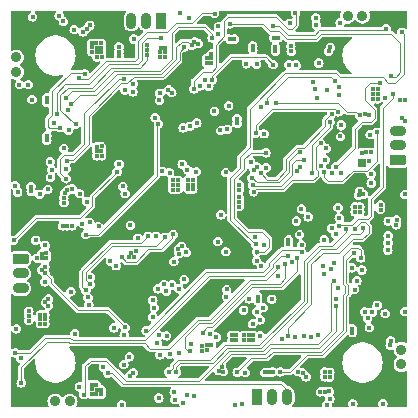
<source format=gbr>
G04 #@! TF.GenerationSoftware,KiCad,Pcbnew,8.0.0-8.0.0-1~ubuntu22.04.1*
G04 #@! TF.CreationDate,2024-03-02T20:12:59+07:00*
G04 #@! TF.ProjectId,FC_ESC_STM32F405RG_26x26,46435f45-5343-45f5-9354-4d3332463430,rev?*
G04 #@! TF.SameCoordinates,Original*
G04 #@! TF.FileFunction,Copper,L4,Inr*
G04 #@! TF.FilePolarity,Positive*
%FSLAX46Y46*%
G04 Gerber Fmt 4.6, Leading zero omitted, Abs format (unit mm)*
G04 Created by KiCad (PCBNEW 8.0.0-8.0.0-1~ubuntu22.04.1) date 2024-03-02 20:12:59*
%MOMM*%
%LPD*%
G01*
G04 APERTURE LIST*
G04 Aperture macros list*
%AMRoundRect*
0 Rectangle with rounded corners*
0 $1 Rounding radius*
0 $2 $3 $4 $5 $6 $7 $8 $9 X,Y pos of 4 corners*
0 Add a 4 corners polygon primitive as box body*
4,1,4,$2,$3,$4,$5,$6,$7,$8,$9,$2,$3,0*
0 Add four circle primitives for the rounded corners*
1,1,$1+$1,$2,$3*
1,1,$1+$1,$4,$5*
1,1,$1+$1,$6,$7*
1,1,$1+$1,$8,$9*
0 Add four rect primitives between the rounded corners*
20,1,$1+$1,$2,$3,$4,$5,0*
20,1,$1+$1,$4,$5,$6,$7,0*
20,1,$1+$1,$6,$7,$8,$9,0*
20,1,$1+$1,$8,$9,$2,$3,0*%
G04 Aperture macros list end*
G04 #@! TA.AperFunction,ComponentPad*
%ADD10C,0.900000*%
G04 #@! TD*
G04 #@! TA.AperFunction,ComponentPad*
%ADD11RoundRect,0.225000X-0.475000X0.225000X-0.475000X-0.225000X0.475000X-0.225000X0.475000X0.225000X0*%
G04 #@! TD*
G04 #@! TA.AperFunction,ComponentPad*
%ADD12O,1.400000X0.900000*%
G04 #@! TD*
G04 #@! TA.AperFunction,ComponentPad*
%ADD13RoundRect,0.225000X0.475000X-0.225000X0.475000X0.225000X-0.475000X0.225000X-0.475000X-0.225000X0*%
G04 #@! TD*
G04 #@! TA.AperFunction,ComponentPad*
%ADD14RoundRect,0.225000X0.225000X0.475000X-0.225000X0.475000X-0.225000X-0.475000X0.225000X-0.475000X0*%
G04 #@! TD*
G04 #@! TA.AperFunction,ComponentPad*
%ADD15O,0.900000X1.400000*%
G04 #@! TD*
G04 #@! TA.AperFunction,ComponentPad*
%ADD16RoundRect,0.225000X-0.225000X-0.475000X0.225000X-0.475000X0.225000X0.475000X-0.225000X0.475000X0*%
G04 #@! TD*
G04 #@! TA.AperFunction,ViaPad*
%ADD17C,0.400000*%
G04 #@! TD*
G04 #@! TA.AperFunction,Conductor*
%ADD18C,0.100000*%
G04 #@! TD*
G04 APERTURE END LIST*
D10*
X203700500Y-96457500D03*
X202450500Y-96457500D03*
X201200500Y-96457500D03*
X231755700Y-92088900D03*
X231755700Y-93338900D03*
X231755700Y-94588900D03*
X199150500Y-68582500D03*
X199150500Y-67332500D03*
X199150500Y-66082500D03*
X227220500Y-63832500D03*
X228470500Y-63832500D03*
X229720500Y-63832500D03*
D11*
X199525500Y-84382500D03*
D12*
X199525500Y-85632500D03*
X199525500Y-86882500D03*
D13*
X231450900Y-76046900D03*
D12*
X231450900Y-74796900D03*
X231450900Y-73546900D03*
D14*
X211400500Y-64232500D03*
D15*
X210150500Y-64232500D03*
X208900500Y-64232500D03*
D16*
X219575500Y-96082500D03*
D15*
X220825500Y-96082500D03*
X222075500Y-96082500D03*
D17*
X229749100Y-70453500D03*
X215680500Y-67412500D03*
X201326500Y-83966300D03*
X206370000Y-66530000D03*
X214900000Y-92180000D03*
X229749100Y-70047100D03*
X201199500Y-89122500D03*
X211359500Y-66897500D03*
X206350000Y-66920000D03*
X215274100Y-67412500D03*
X201199500Y-89503500D03*
X201580500Y-89503500D03*
X205960000Y-66520000D03*
X219208100Y-90875100D03*
X203250000Y-78850000D03*
X225290000Y-93980000D03*
X205980000Y-74890000D03*
X225680000Y-94410000D03*
X219233500Y-91256100D03*
X201580500Y-89884500D03*
X206370000Y-75280000D03*
X205980000Y-75280000D03*
X228640000Y-76460000D03*
X215677500Y-91713300D03*
X229342700Y-70453500D03*
X215271100Y-67811900D03*
X228265400Y-76081000D03*
X228250500Y-80410300D03*
X215677500Y-67811900D03*
X218446100Y-90875100D03*
X227844100Y-80410300D03*
X218446100Y-91256100D03*
X227844100Y-80003900D03*
X200945500Y-84347300D03*
X201840000Y-78520000D03*
X203180000Y-79240000D03*
X201707500Y-84347300D03*
X218827100Y-90875100D03*
X211359500Y-67303900D03*
X201326500Y-84347300D03*
X228250000Y-76450000D03*
X211765900Y-67303900D03*
X211374100Y-66522500D03*
X229342700Y-70047100D03*
X203200000Y-79640000D03*
X228250500Y-80003900D03*
X205560000Y-66870000D03*
X206390000Y-75680000D03*
X203490000Y-78580000D03*
X211765900Y-66897500D03*
X201199500Y-89884500D03*
X211780500Y-66522500D03*
X215271100Y-91713300D03*
X206360000Y-66150000D03*
X215680000Y-67040000D03*
X205970000Y-66910000D03*
X201580500Y-89122500D03*
X225700000Y-93990000D03*
X205560000Y-66140000D03*
X215271100Y-92119700D03*
X229342700Y-70859900D03*
X206380000Y-67310000D03*
X214920000Y-91812500D03*
X206380000Y-74880000D03*
X228640000Y-76091000D03*
X229040000Y-76091000D03*
X205950000Y-66140000D03*
X201707500Y-83940900D03*
X205560000Y-66500000D03*
X229749100Y-70859900D03*
X205990000Y-75680000D03*
X205970000Y-67310000D03*
X225270000Y-94380000D03*
X203890000Y-78490000D03*
X218827100Y-91256100D03*
X205110500Y-79552500D03*
X207860500Y-76392500D03*
X211200500Y-72972500D03*
X205040000Y-82340000D03*
X219570500Y-76632500D03*
X213730500Y-77722500D03*
X214090500Y-78122500D03*
X213730500Y-78522500D03*
X222200500Y-82772500D03*
X214100500Y-78522500D03*
X214090500Y-77722500D03*
X213730500Y-78122500D03*
X222190500Y-83172500D03*
X219310500Y-76872500D03*
X224638692Y-70810000D03*
X228540500Y-78932500D03*
X228250000Y-78660000D03*
X228160000Y-79010000D03*
X230640500Y-82442500D03*
X225500000Y-70130000D03*
X212850500Y-78132500D03*
X217800500Y-90862500D03*
X227620500Y-90652500D03*
X219180500Y-66382500D03*
X217850500Y-72932500D03*
X218050500Y-78132500D03*
X222410500Y-66402500D03*
X230000500Y-79832500D03*
X212400500Y-77732500D03*
X217850500Y-72532500D03*
X225750000Y-66490000D03*
X227580500Y-90302500D03*
X218050500Y-79982500D03*
X221100000Y-66840000D03*
X217800500Y-91262500D03*
X213750500Y-63982500D03*
X212850500Y-77732500D03*
X212400500Y-78532500D03*
X218050500Y-78542500D03*
X217400500Y-90862500D03*
X218050500Y-79202500D03*
X230000500Y-80232500D03*
X217430500Y-91262500D03*
X225600000Y-66820000D03*
X222440500Y-66832500D03*
X212400500Y-78132500D03*
X221100500Y-66482500D03*
X218050500Y-79592500D03*
X219190500Y-66732500D03*
X212850500Y-78532500D03*
X229180000Y-75390000D03*
X228420000Y-75400000D03*
X228796934Y-75366062D03*
X230629200Y-83049501D03*
X222842619Y-67990856D03*
X224467556Y-70032925D03*
X229287385Y-88915222D03*
X221183613Y-71228771D03*
X228220000Y-72230000D03*
X228660000Y-72170000D03*
X229030000Y-72180000D03*
X232030000Y-88860000D03*
X230344651Y-70759214D03*
X222240000Y-67950000D03*
X230390000Y-89030000D03*
X231820000Y-65200000D03*
X219430000Y-83150000D03*
X218280000Y-96720000D03*
X200230000Y-89240000D03*
X231354025Y-81098363D03*
X206350500Y-95872500D03*
X230820000Y-91700000D03*
X224910000Y-95650000D03*
X223140000Y-76640000D03*
X208690500Y-84272500D03*
X200420500Y-78692500D03*
X208790000Y-94280000D03*
X205950500Y-95052500D03*
X219600000Y-87600000D03*
X204810500Y-65182500D03*
X212040500Y-70072500D03*
X200410500Y-78292500D03*
X219600000Y-87960000D03*
X201760500Y-70762500D03*
X208900500Y-83902500D03*
X231350000Y-81510000D03*
X201755417Y-73959186D03*
X200220000Y-88840000D03*
X206370500Y-95462500D03*
X230860000Y-91330000D03*
X205390000Y-64620000D03*
X221300500Y-65682500D03*
X209070000Y-94030000D03*
X205540500Y-95052500D03*
X200230000Y-89620000D03*
X201750500Y-74342500D03*
X212320500Y-70322500D03*
X209270500Y-83722500D03*
X217240500Y-65792500D03*
X222930000Y-76930000D03*
X205560500Y-95862500D03*
X232030000Y-70970000D03*
X220950500Y-65682500D03*
X217620000Y-65790000D03*
X205110000Y-64910000D03*
X225280000Y-95640000D03*
X205960500Y-95462500D03*
X209110500Y-84262500D03*
X231650000Y-70980000D03*
X205560500Y-95452500D03*
X201720000Y-71160000D03*
X205950500Y-95872500D03*
X225640000Y-95620000D03*
X226240000Y-88413503D03*
X216320000Y-93870000D03*
X214210500Y-95992500D03*
X216690000Y-93940000D03*
X216550000Y-93580000D03*
X213289900Y-96573300D03*
X224734811Y-90858673D03*
X220550000Y-94010000D03*
X226400000Y-86840000D03*
X220860000Y-93960000D03*
X220190000Y-94020000D03*
X212527900Y-95701100D03*
X211230000Y-96180000D03*
X226240000Y-87810000D03*
X223399100Y-94050100D03*
X223043500Y-93948500D03*
X225090000Y-84980000D03*
X206900000Y-94070000D03*
X223690000Y-94380000D03*
X226040000Y-86260000D03*
X204860000Y-95900000D03*
X203866500Y-81604100D03*
X206530000Y-93570000D03*
X203104500Y-81604100D03*
X203485500Y-81604100D03*
X205310000Y-88270000D03*
X199050500Y-78195002D03*
X201326500Y-85337900D03*
X208380000Y-90210000D03*
X201580500Y-85591900D03*
X199280000Y-78760000D03*
X201580500Y-85058500D03*
X207420000Y-90240000D03*
X202040000Y-76170000D03*
X201885300Y-88360500D03*
X200183500Y-69640700D03*
X201885300Y-87801700D03*
X201631300Y-88081100D03*
X210706943Y-89325243D03*
X208302816Y-90865070D03*
X199430000Y-69640000D03*
X214570500Y-66172500D03*
X214030000Y-66320000D03*
X214240000Y-66030000D03*
X203820500Y-71252500D03*
X215950000Y-63630000D03*
X204503944Y-69118460D03*
X204200000Y-73010000D03*
X210267300Y-66719700D03*
X216260000Y-65350000D03*
X210267300Y-67126100D03*
X210267300Y-66313300D03*
X203560500Y-71802500D03*
X222340000Y-64440000D03*
X224570000Y-64590000D03*
X207854300Y-66846700D03*
X203190000Y-75050000D03*
X207854300Y-66440300D03*
X207854300Y-67202300D03*
X224515316Y-63988478D03*
X203590000Y-73507500D03*
X202790500Y-63802500D03*
X225296855Y-76020067D03*
X224149529Y-91005850D03*
X219508651Y-84556716D03*
X219500000Y-83820000D03*
X220290000Y-75420000D03*
X212890000Y-83590000D03*
X231830000Y-72490000D03*
X232050000Y-72760000D03*
X213150000Y-83320000D03*
X212940000Y-83950000D03*
X212070000Y-93970000D03*
X227100059Y-81895200D03*
X212700500Y-93982500D03*
X228515870Y-81786941D03*
X231030000Y-70410000D03*
X226500500Y-81632500D03*
X226210000Y-76610000D03*
X229994371Y-69495139D03*
X204070500Y-64982500D03*
X220320000Y-76670000D03*
X225230000Y-85680000D03*
X225470000Y-96770000D03*
X225820000Y-85290000D03*
X230200000Y-96680000D03*
X227805287Y-87001096D03*
X199167500Y-90327401D03*
X226210000Y-82320000D03*
X199548500Y-92827400D03*
X226091500Y-84732400D03*
X225700000Y-96260000D03*
X227570000Y-85160000D03*
X227653600Y-96666300D03*
X228420000Y-85340000D03*
X199070000Y-92360000D03*
X222180500Y-84162500D03*
X225390000Y-75050000D03*
X219850000Y-71510000D03*
X226650000Y-77170000D03*
X220920000Y-64650000D03*
X230470000Y-64920000D03*
X223300500Y-80172500D03*
X203140500Y-64302500D03*
X220156350Y-83258750D03*
X219400000Y-82540000D03*
X226580500Y-64422500D03*
X212502500Y-84626700D03*
X213570500Y-83852500D03*
X211520500Y-76982500D03*
X212150500Y-77092500D03*
X219010000Y-76200000D03*
X216880500Y-77082500D03*
X216470500Y-80672500D03*
X200540500Y-63912500D03*
X223309074Y-83203926D03*
X224990119Y-76539806D03*
X229710000Y-88320000D03*
X222880500Y-81192500D03*
X225880053Y-81814081D03*
X230620000Y-83660000D03*
X223880000Y-80850000D03*
X225232900Y-82807700D03*
X232040000Y-78950000D03*
X213380000Y-86140000D03*
X223130000Y-82330000D03*
X211140000Y-86940000D03*
X217676114Y-96731841D03*
X211873407Y-87135155D03*
X216080000Y-91030000D03*
X212558800Y-96319200D03*
X215540000Y-90740000D03*
X218410500Y-88752500D03*
X208080000Y-96770000D03*
X219830000Y-89560000D03*
X208176581Y-78263369D03*
X211090000Y-91510000D03*
X210850000Y-88520000D03*
X198940000Y-82840000D03*
X207690000Y-77020000D03*
X206125500Y-81657500D03*
X208374480Y-78880382D03*
X204530000Y-78870000D03*
X211883000Y-90925900D03*
X210723561Y-87907659D03*
X202040000Y-77510000D03*
X205371316Y-81310574D03*
X202337324Y-72881397D03*
X204760500Y-81412500D03*
X217043145Y-73425068D03*
X218890000Y-87780000D03*
X217140000Y-71450000D03*
X213000000Y-63600000D03*
X215460000Y-69780000D03*
X216448604Y-73528685D03*
X215940000Y-71890000D03*
X216270000Y-64720000D03*
X214204300Y-69996300D03*
X222800000Y-63590000D03*
X229720000Y-73680000D03*
X225253300Y-77082900D03*
X221615500Y-91147500D03*
X211206522Y-90866801D03*
X223328116Y-83852728D03*
X210160000Y-90470000D03*
X219106219Y-77530760D03*
X223180000Y-75390000D03*
X224930500Y-74622500D03*
X219250000Y-78730000D03*
X219167868Y-78131608D03*
X223480000Y-76030000D03*
X219883524Y-77161607D03*
X225850500Y-72112500D03*
X225710000Y-72810000D03*
X224200500Y-77152500D03*
X221310000Y-85820000D03*
X212920000Y-86920000D03*
X221881338Y-84808000D03*
X213890000Y-92190000D03*
X222480290Y-84700552D03*
X212338262Y-86616816D03*
X214930000Y-90650000D03*
X222967268Y-84337091D03*
X230850000Y-68960000D03*
X217250000Y-64500000D03*
X216220500Y-82932500D03*
X220800000Y-87810000D03*
X219810061Y-90918196D03*
X216900000Y-83790000D03*
X220050000Y-88530000D03*
X219902717Y-85014462D03*
X219510000Y-88870000D03*
X222765384Y-91037600D03*
X219170000Y-89890000D03*
X216950500Y-87592500D03*
X223550500Y-90932500D03*
X216961674Y-86989101D03*
X212440000Y-82330000D03*
X208069405Y-84275200D03*
X211765900Y-82569300D03*
X205440000Y-86560000D03*
X210970000Y-82470000D03*
X207610000Y-84980000D03*
X205060000Y-87070000D03*
X210330000Y-82480000D03*
X207130000Y-84610000D03*
X209470000Y-82650000D03*
X205236589Y-87670475D03*
X208830500Y-81542500D03*
X214380500Y-77012500D03*
X210911500Y-72441500D03*
X213650500Y-76852500D03*
X209060000Y-69590000D03*
X213200500Y-76382500D03*
X211280000Y-70990000D03*
X209020000Y-70260000D03*
X213280500Y-73312500D03*
X213870000Y-73170000D03*
X211300000Y-70380000D03*
X214440500Y-72892500D03*
X208380000Y-70110000D03*
X230650500Y-81212500D03*
X224770000Y-67820000D03*
X229200313Y-78002858D03*
X219500000Y-67930000D03*
X204500000Y-95220000D03*
X201140000Y-78920000D03*
X200800000Y-82830000D03*
X211330000Y-92520000D03*
X229190000Y-77200000D03*
X224270500Y-69462500D03*
X229120000Y-73880000D03*
X218650000Y-67880000D03*
X208270000Y-93350000D03*
X201600500Y-83256198D03*
X201550000Y-86350000D03*
X212172300Y-92475300D03*
X220360000Y-71180000D03*
X226110000Y-69310000D03*
X215750000Y-69250000D03*
X220900000Y-67950000D03*
X226600500Y-74032500D03*
X208740000Y-92690000D03*
X204100000Y-90720000D03*
X203780000Y-87170000D03*
X212910608Y-92401016D03*
X228900000Y-89440000D03*
X213590500Y-95902500D03*
X228320471Y-84320399D03*
X217870000Y-94010000D03*
X215740500Y-65682500D03*
X203360500Y-70792500D03*
X213347258Y-66489272D03*
X203430500Y-76122500D03*
X218530000Y-94030000D03*
X228685156Y-88876035D03*
X221526356Y-93968263D03*
X227715299Y-83919381D03*
X202596500Y-72129900D03*
X211420500Y-65692500D03*
X209100500Y-65783000D03*
X203370500Y-76762500D03*
X229050000Y-90220000D03*
X228000000Y-86250000D03*
X222173789Y-90918308D03*
X227869500Y-81858100D03*
X204950500Y-68712500D03*
X202870000Y-73280000D03*
X208313763Y-69147381D03*
X203370500Y-77602500D03*
X226440500Y-71952500D03*
X219420000Y-73740000D03*
X226497852Y-80958439D03*
X226400000Y-80060000D03*
X226670000Y-73070000D03*
X226490000Y-69820000D03*
X225862900Y-77159100D03*
X226500000Y-70510000D03*
X200490500Y-70912500D03*
X214755395Y-69750315D03*
X220130500Y-73802500D03*
X215124850Y-69271277D03*
X223240000Y-73450000D03*
X215290000Y-77630000D03*
X206490000Y-79480000D03*
X204520000Y-81990000D03*
X217830000Y-69710000D03*
X231500000Y-77300000D03*
X228500000Y-73980000D03*
X208430000Y-87740000D03*
X214530000Y-89140000D03*
X215820000Y-75720000D03*
X228140000Y-78060000D03*
X220200000Y-80190000D03*
X223630000Y-73430000D03*
X200250000Y-96750000D03*
X230710000Y-63600000D03*
X231180000Y-64900000D03*
X226000000Y-64100000D03*
X220600000Y-80190000D03*
X225990000Y-79480000D03*
X217000000Y-84430000D03*
X220720000Y-77190000D03*
X208980000Y-82180000D03*
X218130000Y-69950000D03*
X215840000Y-80070000D03*
X228220000Y-73740000D03*
X215130000Y-65720000D03*
X225570000Y-81100000D03*
X210050000Y-70020000D03*
X204210000Y-82210000D03*
X216690000Y-79720000D03*
X209230000Y-76270000D03*
X218160000Y-70330000D03*
X206180000Y-79660000D03*
X207590000Y-87330000D03*
X213240000Y-69390000D03*
X202470000Y-75130000D03*
X214900000Y-77630000D03*
X221490000Y-74830000D03*
X220000000Y-74550000D03*
X217610000Y-92870000D03*
X228550000Y-78040000D03*
X209130000Y-73900000D03*
X210050000Y-69620000D03*
X221620000Y-74500000D03*
X209960000Y-76410000D03*
X223840000Y-73770000D03*
X213250000Y-69020000D03*
X221900000Y-93240000D03*
X209150000Y-72120000D03*
X209610000Y-76410000D03*
X208010000Y-87330000D03*
X221010000Y-80190000D03*
X216680000Y-80040000D03*
X213340000Y-93720000D03*
X208020000Y-86910000D03*
X225440000Y-80730000D03*
X210040000Y-70430000D03*
X228320000Y-77850000D03*
X215920000Y-79690000D03*
X200260000Y-96310000D03*
X215950000Y-70270000D03*
X222090000Y-88010000D03*
X213110000Y-89300000D03*
X198970000Y-64940000D03*
X223440000Y-73780000D03*
X224020000Y-73430000D03*
X225940000Y-81190000D03*
X217600000Y-93180000D03*
X221000000Y-79790000D03*
X231900000Y-77700000D03*
X218470000Y-89400000D03*
X222090000Y-87610000D03*
X222080000Y-63600000D03*
X200260000Y-95860000D03*
X232060000Y-90640000D03*
X204460000Y-82550000D03*
X220600000Y-80600000D03*
X222330000Y-92860000D03*
X220190000Y-80600000D03*
X214310000Y-83240000D03*
X208630000Y-66410000D03*
X199790000Y-64960000D03*
X206480000Y-79870000D03*
X231140000Y-95430000D03*
X231950000Y-95410000D03*
X204060000Y-82560000D03*
X216310000Y-79710000D03*
X226440000Y-74640000D03*
X231500000Y-77700000D03*
X221010000Y-80610000D03*
X226170000Y-63720000D03*
X205510000Y-77630000D03*
X231550000Y-95420000D03*
X217810000Y-70110000D03*
X208760000Y-73910000D03*
X210470000Y-69620000D03*
X221540000Y-92940000D03*
X205110000Y-77640000D03*
X203710000Y-82400000D03*
X208750000Y-72120000D03*
X216250000Y-80060000D03*
X209040000Y-67240000D03*
X228560000Y-73620000D03*
X205100000Y-78030000D03*
X213560000Y-69210000D03*
X213910000Y-94030000D03*
X205520000Y-78040000D03*
X215680000Y-77620000D03*
X213990000Y-83400000D03*
X221940000Y-92850000D03*
X208430000Y-87330000D03*
X230710000Y-64030000D03*
X220600000Y-79780000D03*
X226460000Y-75000000D03*
X228560000Y-73230000D03*
X208940000Y-92050000D03*
X232050000Y-91160000D03*
X219790000Y-74860000D03*
X213730000Y-93680000D03*
X208600000Y-67210000D03*
X231900000Y-77300000D03*
X199380000Y-64950000D03*
X220200000Y-79780000D03*
X208750000Y-71720000D03*
X208600000Y-66810000D03*
X207580000Y-87740000D03*
X209160000Y-71720000D03*
X208440000Y-86910000D03*
X207600000Y-86900000D03*
X223800000Y-82840000D03*
X228970000Y-73260000D03*
X207990000Y-87750000D03*
X202110000Y-75260000D03*
X199580000Y-94900000D03*
X221333315Y-85060756D03*
X202160000Y-76900000D03*
X205430000Y-85940000D03*
X213927677Y-91572588D03*
X211658182Y-86570800D03*
D18*
X206120409Y-82340000D02*
X205040000Y-82340000D01*
X211041500Y-77418909D02*
X206120409Y-82340000D01*
X211200500Y-72972500D02*
X211041500Y-73131500D01*
X211041500Y-73131500D02*
X211041500Y-77418909D01*
X226418771Y-71228771D02*
X221183613Y-71228771D01*
X227920000Y-71930000D02*
X227120000Y-71930000D01*
X228220000Y-72230000D02*
X227920000Y-71930000D01*
X227120000Y-71930000D02*
X226418771Y-71228771D01*
X226586139Y-69016139D02*
X230196139Y-69016139D01*
X218920000Y-71690000D02*
X221930000Y-68680000D01*
X231970000Y-65350000D02*
X231820000Y-65200000D01*
X217280000Y-81070000D02*
X217280000Y-77570000D01*
X217280000Y-77570000D02*
X218130000Y-76720000D01*
X219430000Y-83150000D02*
X219360000Y-83150000D01*
X221930000Y-68680000D02*
X226250000Y-68680000D01*
X218130000Y-76720000D02*
X218130000Y-75754591D01*
X231970000Y-68710000D02*
X231970000Y-65350000D01*
X219360000Y-83150000D02*
X217280000Y-81070000D01*
X226250000Y-68680000D02*
X226586139Y-69016139D01*
X230653371Y-69473371D02*
X231206629Y-69473371D01*
X218920000Y-74964591D02*
X218920000Y-71690000D01*
X218130000Y-75754591D02*
X218920000Y-74964591D01*
X231206629Y-69473371D02*
X231970000Y-68710000D01*
X230196139Y-69016139D02*
X230653371Y-69473371D01*
X226240000Y-90550000D02*
X224820000Y-91970000D01*
X216550000Y-93250000D02*
X216550000Y-93580000D01*
X226240000Y-88413503D02*
X226240000Y-90550000D01*
X220740000Y-91970000D02*
X220240000Y-92470000D01*
X224820000Y-91970000D02*
X220740000Y-91970000D01*
X220240000Y-92470000D02*
X217330000Y-92470000D01*
X217330000Y-92470000D02*
X216550000Y-93250000D01*
X221590000Y-95000000D02*
X222075500Y-95485500D01*
X206900000Y-94070000D02*
X207280000Y-94070000D01*
X208210000Y-95000000D02*
X221590000Y-95000000D01*
X222075500Y-95485500D02*
X222075500Y-96082500D01*
X207280000Y-94070000D02*
X208210000Y-95000000D01*
X206730000Y-93010000D02*
X208479000Y-94759000D01*
X205450000Y-93010000D02*
X206730000Y-93010000D01*
X208479000Y-94759000D02*
X214619528Y-94759000D01*
X225840000Y-90480000D02*
X225840000Y-86460000D01*
X204979000Y-93481000D02*
X205450000Y-93010000D01*
X217148528Y-92230000D02*
X220070000Y-92230000D01*
X204860000Y-95900000D02*
X204979000Y-95781000D01*
X225840000Y-86460000D02*
X226040000Y-86260000D01*
X214619528Y-94759000D02*
X217148528Y-92230000D01*
X224670000Y-91650000D02*
X225840000Y-90480000D01*
X204979000Y-95781000D02*
X204979000Y-93481000D01*
X220070000Y-92230000D02*
X220650000Y-91650000D01*
X220650000Y-91650000D02*
X224670000Y-91650000D01*
X202086398Y-86097798D02*
X201580500Y-85591900D01*
X206931500Y-88761500D02*
X204411500Y-88761500D01*
X208380000Y-90210000D02*
X206931500Y-88761500D01*
X208382640Y-90270905D02*
X208380000Y-90268265D01*
X208380000Y-90268265D02*
X208380000Y-90210000D01*
X204411500Y-88761500D02*
X202086398Y-86436398D01*
X202086398Y-86436398D02*
X202086398Y-86097798D01*
X203820500Y-71252500D02*
X204563000Y-70510000D01*
X205880000Y-70510000D02*
X207660000Y-68730000D01*
X214030000Y-66320000D02*
X213960700Y-66254700D01*
X207660000Y-68730000D02*
X211420000Y-68730000D01*
X204563000Y-70510000D02*
X205880000Y-70510000D01*
X212670000Y-67480000D02*
X212670000Y-66489121D01*
X211420000Y-68730000D02*
X212670000Y-67480000D01*
X212670000Y-66489121D02*
X213156621Y-66002500D01*
X213156621Y-66002500D02*
X213708500Y-66002500D01*
X213708500Y-66002500D02*
X214030000Y-66320000D01*
X215947500Y-63552500D02*
X215950000Y-63550000D01*
X209490000Y-65970000D02*
X210246500Y-65213500D01*
X214917500Y-63552500D02*
X215947500Y-63552500D01*
X215950000Y-63550000D02*
X215952500Y-63552500D01*
X205258500Y-69191500D02*
X206790000Y-67660000D01*
X211926500Y-65213500D02*
X212670000Y-64470000D01*
X209250000Y-67660000D02*
X209490000Y-67420000D01*
X204576984Y-69191500D02*
X205258500Y-69191500D01*
X212670000Y-64470000D02*
X214000000Y-64470000D01*
X209490000Y-67420000D02*
X209490000Y-65970000D01*
X214000000Y-64470000D02*
X214917500Y-63552500D01*
X206790000Y-67660000D02*
X209250000Y-67660000D01*
X210246500Y-65213500D02*
X211926500Y-65213500D01*
X204503944Y-69118460D02*
X204576984Y-69191500D01*
X204200000Y-73010000D02*
X204090591Y-73010000D01*
X204090591Y-73010000D02*
X202881500Y-71800909D01*
X205532540Y-69897460D02*
X207220000Y-68210000D01*
X207220000Y-68210000D02*
X209610000Y-68210000D01*
X203540500Y-69897460D02*
X205532540Y-69897460D01*
X202881500Y-71800909D02*
X202881500Y-70556460D01*
X209610000Y-68210000D02*
X210267300Y-67552700D01*
X210267300Y-67552700D02*
X210267300Y-66313300D01*
X202881500Y-70556460D02*
X203540500Y-69897460D01*
X220000000Y-82140000D02*
X218790000Y-82140000D01*
X217570000Y-80920000D02*
X217570000Y-77680000D01*
X220556350Y-82696350D02*
X220000000Y-82140000D01*
X220160786Y-83820000D02*
X220556350Y-83424436D01*
X219461705Y-83961688D02*
X219500000Y-83820000D01*
X219005000Y-75420000D02*
X220290000Y-75420000D01*
X218460000Y-76790000D02*
X218460000Y-75965000D01*
X218790000Y-82140000D02*
X217570000Y-80920000D01*
X218460000Y-75965000D02*
X219005000Y-75420000D01*
X220556350Y-83424436D02*
X220556350Y-82696350D01*
X217570000Y-77680000D02*
X218460000Y-76790000D01*
X219500000Y-83820000D02*
X220160786Y-83820000D01*
X227100059Y-82107350D02*
X227100059Y-81895200D01*
X216840000Y-91690000D02*
X219750000Y-91690000D01*
X212410000Y-93410000D02*
X212850000Y-92970000D01*
X224783300Y-83286700D02*
X225920709Y-83286700D01*
X212850000Y-92970000D02*
X215560000Y-92970000D01*
X223480000Y-87960000D02*
X223480000Y-84590000D01*
X219750000Y-91690000D02*
X223480000Y-87960000D01*
X212070000Y-93970000D02*
X212410000Y-93630000D01*
X225920709Y-83286700D02*
X227100059Y-82107350D01*
X212410000Y-93630000D02*
X212410000Y-93410000D01*
X223480000Y-84590000D02*
X224783300Y-83286700D01*
X215560000Y-92970000D02*
X216840000Y-91690000D01*
X224993300Y-83586700D02*
X226223300Y-83586700D01*
X212700500Y-93982500D02*
X212680000Y-93962000D01*
X226223300Y-83586700D02*
X227472900Y-82337100D01*
X216984264Y-91970000D02*
X219900000Y-91970000D01*
X212680000Y-93560000D02*
X213059984Y-93180016D01*
X223800500Y-88069500D02*
X223800500Y-84779500D01*
X215774248Y-93180016D02*
X216984264Y-91970000D01*
X223800500Y-84779500D02*
X224993300Y-83586700D01*
X213059984Y-93180016D02*
X215774248Y-93180016D01*
X227472900Y-82337100D02*
X228222900Y-82337100D01*
X228222900Y-82337100D02*
X228515870Y-82044130D01*
X212680000Y-93962000D02*
X212680000Y-93560000D01*
X219900000Y-91970000D02*
X223800500Y-88069500D01*
X228515870Y-82044130D02*
X228515870Y-81786941D01*
X228942059Y-81007941D02*
X228052059Y-81007941D01*
X227564800Y-81495200D02*
X226637800Y-81495200D01*
X228052059Y-81007941D02*
X227564800Y-81495200D01*
X231030000Y-70785000D02*
X230199000Y-71616000D01*
X230199000Y-78341000D02*
X229190000Y-79350000D01*
X229190000Y-80760000D02*
X228942059Y-81007941D01*
X231030000Y-70410000D02*
X231030000Y-70785000D01*
X226637800Y-81495200D02*
X226500500Y-81632500D01*
X230199000Y-71616000D02*
X230199000Y-78341000D01*
X229190000Y-79350000D02*
X229190000Y-80760000D01*
X228670000Y-69960000D02*
X228670000Y-70940000D01*
X226210000Y-76610000D02*
X226265909Y-76670890D01*
X229134861Y-69495139D02*
X228670000Y-69960000D01*
X228670000Y-70940000D02*
X229490000Y-71760000D01*
X229165686Y-72830000D02*
X228394314Y-72830000D01*
X229994371Y-69495139D02*
X229134861Y-69495139D01*
X229490000Y-72505686D02*
X229165686Y-72830000D01*
X228394314Y-72830000D02*
X227820000Y-73404314D01*
X229490000Y-71760000D02*
X229490000Y-72505686D01*
X227820000Y-75000000D02*
X226210000Y-76610000D01*
X227820000Y-73404314D02*
X227820000Y-75000000D01*
X203720000Y-91070000D02*
X201610000Y-91070000D01*
X203950000Y-91300000D02*
X203720000Y-91070000D01*
X220854315Y-84862347D02*
X220854315Y-85125685D01*
X220854315Y-85125685D02*
X220120000Y-85860000D01*
X222180500Y-84162500D02*
X221554162Y-84162500D01*
X200320000Y-92360000D02*
X199070000Y-92360000D01*
X215490000Y-85860000D02*
X210050000Y-91300000D01*
X201610000Y-91070000D02*
X200320000Y-92360000D01*
X221554162Y-84162500D02*
X220854315Y-84862347D01*
X210050000Y-91300000D02*
X203950000Y-91300000D01*
X220120000Y-85860000D02*
X215490000Y-85860000D01*
X224417409Y-65420000D02*
X222139673Y-65420000D01*
X224807409Y-65030000D02*
X224417409Y-65420000D01*
X230360000Y-65030000D02*
X224807409Y-65030000D01*
X230470000Y-64920000D02*
X230360000Y-65030000D01*
X221369673Y-64650000D02*
X220920000Y-64650000D01*
X222139673Y-65420000D02*
X221369673Y-64650000D01*
X200846500Y-80933500D02*
X204566500Y-80933500D01*
X207690000Y-77020000D02*
X207690000Y-76963000D01*
X207690000Y-76963000D02*
X207640500Y-77012500D01*
X204566500Y-80933500D02*
X205610000Y-79890000D01*
X205610000Y-79100000D02*
X207690000Y-77020000D01*
X205610000Y-79890000D02*
X205610000Y-79100000D01*
X198940000Y-82840000D02*
X200846500Y-80933500D01*
X216770000Y-64292591D02*
X216770000Y-65570409D01*
X216080000Y-68170000D02*
X215700000Y-68550000D01*
X221163591Y-63941000D02*
X217121591Y-63941000D01*
X222141591Y-64919000D02*
X221163591Y-63941000D01*
X215010000Y-68550000D02*
X214204300Y-69355700D01*
X222800000Y-63590000D02*
X222819000Y-63609000D01*
X217121591Y-63941000D02*
X216770000Y-64292591D01*
X215700000Y-68550000D02*
X215010000Y-68550000D01*
X216770000Y-65570409D02*
X216080000Y-66260409D01*
X214204300Y-69355700D02*
X214204300Y-69996300D01*
X222538409Y-64919000D02*
X222141591Y-64919000D01*
X222819000Y-64638409D02*
X222538409Y-64919000D01*
X216080000Y-66260409D02*
X216080000Y-68170000D01*
X222819000Y-63609000D02*
X222819000Y-64638409D01*
X222830000Y-63580000D02*
X222800000Y-63590000D01*
X225253300Y-77463300D02*
X225590000Y-77800000D01*
X228888409Y-76920000D02*
X229720000Y-76088409D01*
X229720000Y-76088409D02*
X229720000Y-73680000D01*
X226750000Y-77800000D02*
X227630000Y-76920000D01*
X225590000Y-77800000D02*
X226750000Y-77800000D01*
X225253300Y-77082900D02*
X225253300Y-77463300D01*
X227630000Y-76920000D02*
X228888409Y-76920000D01*
X210160000Y-90470000D02*
X210290000Y-90470000D01*
X220554315Y-85015685D02*
X220554315Y-84738083D01*
X221619898Y-83672500D02*
X223147888Y-83672500D01*
X220554315Y-84738083D02*
X221619898Y-83672500D01*
X223147888Y-83672500D02*
X223328116Y-83852728D01*
X210290000Y-90470000D02*
X215210000Y-85550000D01*
X220020000Y-85550000D02*
X220554315Y-85015685D01*
X215210000Y-85550000D02*
X220020000Y-85550000D01*
X222280000Y-77070000D02*
X221420000Y-77930000D01*
X223180000Y-75390000D02*
X222990000Y-75390000D01*
X222990000Y-75390000D02*
X222280000Y-76100000D01*
X223180000Y-75390000D02*
X223193000Y-75382500D01*
X223193000Y-75382500D02*
X223200500Y-75382500D01*
X219558450Y-77930000D02*
X219159210Y-77530760D01*
X221420000Y-77930000D02*
X219558450Y-77930000D01*
X219159210Y-77530760D02*
X219106219Y-77530760D01*
X222280000Y-76100000D02*
X222280000Y-77070000D01*
X222520000Y-77710000D02*
X224320409Y-77710000D01*
X224320409Y-77710000D02*
X224679500Y-77350909D01*
X219250000Y-78730000D02*
X219480000Y-78500000D01*
X224679500Y-77350909D02*
X224679500Y-76954091D01*
X219480000Y-78500000D02*
X221730000Y-78500000D01*
X224511119Y-74944472D02*
X224833091Y-74622500D01*
X221730000Y-78500000D02*
X222520000Y-77710000D01*
X224511119Y-76785710D02*
X224511119Y-74944472D01*
X224833091Y-74622500D02*
X224930500Y-74622500D01*
X224679500Y-76954091D02*
X224511119Y-76785710D01*
X224930500Y-74525091D02*
X224930500Y-74622500D01*
X222850000Y-76000000D02*
X223450000Y-76000000D01*
X219167868Y-78131608D02*
X219246260Y-78210000D01*
X223470395Y-75922289D02*
X223480000Y-76030000D01*
X219246260Y-78210000D02*
X221550000Y-78210000D01*
X221550000Y-78210000D02*
X222480000Y-77280000D01*
X223450000Y-76000000D02*
X223480000Y-76030000D01*
X222480000Y-76370000D02*
X222850000Y-76000000D01*
X222480000Y-77280000D02*
X222480000Y-76370000D01*
X221243236Y-77682500D02*
X222030000Y-76895736D01*
X225310000Y-72644314D02*
X225841814Y-72112500D01*
X223510000Y-74990000D02*
X225310000Y-73190000D01*
X222950000Y-74990000D02*
X223510000Y-74990000D01*
X222030000Y-75910000D02*
X222950000Y-74990000D01*
X220404417Y-77682500D02*
X221243236Y-77682500D01*
X225310000Y-73190000D02*
X225310000Y-72644314D01*
X222030000Y-76895736D02*
X222030000Y-75910000D01*
X219883524Y-77161607D02*
X220404417Y-77682500D01*
X225841814Y-72112500D02*
X225850500Y-72112500D01*
X224211119Y-74728881D02*
X225700000Y-73240000D01*
X225700000Y-73240000D02*
X225700000Y-72743000D01*
X224211119Y-77141881D02*
X224211119Y-74728881D01*
X224200500Y-77152500D02*
X224211119Y-77141881D01*
X225700000Y-72743000D02*
X225730500Y-72712500D01*
X214670000Y-89830000D02*
X215710000Y-89830000D01*
X221930000Y-86020000D02*
X221930000Y-84856662D01*
X215710000Y-89830000D02*
X219040000Y-86500000D01*
X221450000Y-86500000D02*
X221930000Y-86020000D01*
X213890000Y-92190000D02*
X213700000Y-92190000D01*
X213700000Y-92190000D02*
X213448677Y-91938677D01*
X213448677Y-91938677D02*
X213448677Y-91051323D01*
X213448677Y-91051323D02*
X214670000Y-89830000D01*
X219040000Y-86500000D02*
X221450000Y-86500000D01*
X221930000Y-84856662D02*
X221881338Y-84808000D01*
X222967268Y-84337091D02*
X222960000Y-84344359D01*
X219160000Y-86800000D02*
X215750000Y-90210000D01*
X215320000Y-90210000D02*
X214890000Y-90640000D01*
X221574264Y-86800000D02*
X219160000Y-86800000D01*
X222960000Y-85414264D02*
X221574264Y-86800000D01*
X214900000Y-90650000D02*
X214930000Y-90650000D01*
X215750000Y-90210000D02*
X215320000Y-90210000D01*
X214940000Y-90690000D02*
X214930000Y-90680000D01*
X222960000Y-84344359D02*
X222960000Y-85414264D01*
X214930000Y-90680000D02*
X214930000Y-90650000D01*
X214890000Y-90640000D02*
X214900000Y-90650000D01*
X220020000Y-64500000D02*
X217250000Y-64500000D01*
X224550000Y-65780000D02*
X222075409Y-65780000D01*
X231670000Y-66090000D02*
X230910000Y-65330000D01*
X222075409Y-65780000D02*
X221424409Y-65129000D01*
X221424409Y-65129000D02*
X220649000Y-65129000D01*
X225000000Y-65330000D02*
X224550000Y-65780000D01*
X230800000Y-69010000D02*
X231270000Y-69010000D01*
X231670000Y-68610000D02*
X231670000Y-66090000D01*
X230910000Y-65330000D02*
X225000000Y-65330000D01*
X220649000Y-65129000D02*
X220020000Y-64500000D01*
X231270000Y-69010000D02*
X231670000Y-68610000D01*
X212370000Y-82642609D02*
X211412609Y-83600000D01*
X212370000Y-82420000D02*
X212370000Y-82642609D01*
X208466705Y-84672500D02*
X208069405Y-84275200D01*
X209266186Y-84672500D02*
X208466705Y-84672500D01*
X211412609Y-83600000D02*
X210338686Y-83600000D01*
X210338686Y-83600000D02*
X209266186Y-84672500D01*
X210980000Y-83310000D02*
X207270000Y-83310000D01*
X211720700Y-82569300D02*
X210980000Y-83310000D01*
X207270000Y-83310000D02*
X205030000Y-85550000D01*
X205030000Y-86150000D02*
X205440000Y-86560000D01*
X211765900Y-82569300D02*
X211720700Y-82569300D01*
X205030000Y-85550000D02*
X205030000Y-86150000D01*
X207150000Y-83050000D02*
X209760000Y-83050000D01*
X204741982Y-85458018D02*
X207150000Y-83050000D01*
X209760000Y-83050000D02*
X210330000Y-82480000D01*
X204741982Y-86771982D02*
X204741982Y-85458018D01*
X205040000Y-87070000D02*
X204741982Y-86771982D01*
X205060000Y-87070000D02*
X205040000Y-87070000D01*
X220360000Y-71180000D02*
X220360000Y-70750000D01*
X225783500Y-68983500D02*
X226110000Y-69310000D01*
X222126500Y-68983500D02*
X225783500Y-68983500D01*
X220360000Y-70750000D02*
X222126500Y-68983500D01*
X215700500Y-68929500D02*
X217300000Y-67330000D01*
X217300000Y-67330000D02*
X220280000Y-67330000D01*
X215700500Y-69200500D02*
X215700500Y-68929500D01*
X220280000Y-67330000D02*
X220900000Y-67950000D01*
X217870000Y-94010000D02*
X219060000Y-92820000D01*
X226791000Y-84166271D02*
X227516890Y-83440381D01*
X219060000Y-92820000D02*
X220328528Y-92820000D01*
X226801500Y-90412764D02*
X226801500Y-87478500D01*
X224944264Y-92270000D02*
X226801500Y-90412764D01*
X220328528Y-92820000D02*
X220878528Y-92270000D01*
X226791000Y-86553591D02*
X226791000Y-84166271D01*
X227516890Y-83440381D02*
X228070381Y-83440381D01*
X226950000Y-87330000D02*
X226950000Y-86712591D01*
X226801500Y-87478500D02*
X226950000Y-87330000D01*
X228320471Y-83690471D02*
X228320471Y-84320399D01*
X228070381Y-83440381D02*
X228320471Y-83690471D01*
X226950000Y-86712591D02*
X226791000Y-86553591D01*
X220878528Y-92270000D02*
X224944264Y-92270000D01*
X215150000Y-64780000D02*
X215740500Y-65370500D01*
X211360000Y-68470000D02*
X212330500Y-67499500D01*
X212330500Y-67499500D02*
X212330500Y-65299500D01*
X203360500Y-70729500D02*
X203900000Y-70190000D01*
X205710000Y-70190000D02*
X207430000Y-68470000D01*
X215740500Y-65370500D02*
X215740500Y-65682500D01*
X203360500Y-70792500D02*
X203360500Y-70729500D01*
X203900000Y-70190000D02*
X205710000Y-70190000D01*
X207430000Y-68470000D02*
X211360000Y-68470000D01*
X212850000Y-64780000D02*
X215150000Y-64780000D01*
X212330500Y-65299500D02*
X212850000Y-64780000D01*
X211570000Y-68990000D02*
X212980000Y-67580000D01*
X203543000Y-76010000D02*
X203990000Y-76010000D01*
X208536933Y-69547381D02*
X209094314Y-68990000D01*
X212980000Y-67580000D02*
X212980000Y-66856530D01*
X203990000Y-76010000D02*
X205290000Y-74710000D01*
X208012619Y-69547381D02*
X208536933Y-69547381D01*
X205290000Y-74710000D02*
X205290000Y-72270000D01*
X205290000Y-72270000D02*
X208012619Y-69547381D01*
X212980000Y-66856530D02*
X213347258Y-66489272D01*
X209094314Y-68990000D02*
X211570000Y-68990000D01*
X203430500Y-76122500D02*
X203543000Y-76010000D01*
X227670619Y-83919381D02*
X227091000Y-84499000D01*
X222346328Y-93968263D02*
X221526356Y-93968263D01*
X225058528Y-92580000D02*
X223734591Y-92580000D01*
X227091000Y-86429327D02*
X227260000Y-86598327D01*
X223734591Y-92580000D02*
X222346328Y-93968263D01*
X227101500Y-87538500D02*
X227101500Y-90537028D01*
X227101500Y-90537028D02*
X225058528Y-92580000D01*
X227715299Y-83919381D02*
X227670619Y-83919381D01*
X227091000Y-84499000D02*
X227091000Y-86429327D01*
X227260000Y-87380000D02*
X227101500Y-87538500D01*
X227260000Y-86598327D02*
X227260000Y-87380000D01*
X211420500Y-65692500D02*
X210210691Y-65692500D01*
X209800000Y-67600000D02*
X209480000Y-67920000D01*
X207020000Y-67920000D02*
X205320000Y-69620000D01*
X209480000Y-67920000D02*
X207020000Y-67920000D01*
X203320000Y-69620000D02*
X202581500Y-70358500D01*
X210210691Y-65692500D02*
X209800000Y-66103191D01*
X209800000Y-66103191D02*
X209800000Y-67600000D01*
X202581500Y-72114900D02*
X202596500Y-72129900D01*
X202581500Y-70358500D02*
X202581500Y-72114900D01*
X205320000Y-69620000D02*
X203320000Y-69620000D01*
X224150500Y-84853764D02*
X225117564Y-83886700D01*
X224150500Y-88249500D02*
X224150500Y-84853764D01*
X228317461Y-81307941D02*
X227869500Y-81755902D01*
X227869500Y-81755902D02*
X227869500Y-81858100D01*
X228994870Y-81576870D02*
X228725941Y-81307941D01*
X222132687Y-90267313D02*
X224150500Y-88249500D01*
X226473300Y-83886700D02*
X227627500Y-82732500D01*
X222132687Y-90877206D02*
X222132687Y-90267313D01*
X228725941Y-81307941D02*
X228317461Y-81307941D01*
X228994870Y-82175130D02*
X228994870Y-81576870D01*
X225117564Y-83886700D02*
X226473300Y-83886700D01*
X228437500Y-82732500D02*
X228994870Y-82175130D01*
X222173789Y-90918308D02*
X222132687Y-90877206D01*
X227627500Y-82732500D02*
X228437500Y-82732500D01*
X201858324Y-72541676D02*
X202190000Y-72210000D01*
X201858324Y-73208324D02*
X201858324Y-72541676D01*
X202190000Y-72210000D02*
X202190000Y-70230000D01*
X203780540Y-68639460D02*
X204877460Y-68639460D01*
X202870000Y-73280000D02*
X202789603Y-73360397D01*
X202190000Y-70230000D02*
X203780540Y-68639460D01*
X202010397Y-73360397D02*
X201858324Y-73208324D01*
X202789603Y-73360397D02*
X202010397Y-73360397D01*
X204877460Y-68639460D02*
X204950500Y-68712500D01*
X203946500Y-75643500D02*
X204920000Y-74670000D01*
X204920000Y-72090000D02*
X207862619Y-69147381D01*
X204920000Y-74670000D02*
X204920000Y-72090000D01*
X203370500Y-77602500D02*
X202890000Y-77122000D01*
X202890000Y-75985591D02*
X203232091Y-75643500D01*
X207862619Y-69147381D02*
X208313763Y-69147381D01*
X203232091Y-75643500D02*
X203946500Y-75643500D01*
X202890000Y-77122000D02*
X202890000Y-75985591D01*
X220810000Y-71680000D02*
X226168000Y-71680000D01*
X219420000Y-73070000D02*
X220810000Y-71680000D01*
X219420000Y-73740000D02*
X219420000Y-73070000D01*
X226168000Y-71680000D02*
X226440500Y-71952500D01*
X221333315Y-85146685D02*
X221333315Y-85060756D01*
X203568170Y-91398170D02*
X203730000Y-91560000D01*
X210496300Y-91996300D02*
X212073700Y-91996300D01*
X214530000Y-89540000D02*
X215570000Y-89540000D01*
X210060000Y-91560000D02*
X210496300Y-91996300D01*
X220290000Y-86190000D02*
X221333315Y-85146685D01*
X218920000Y-86190000D02*
X220290000Y-86190000D01*
X215570000Y-89540000D02*
X218920000Y-86190000D01*
X199580000Y-94900000D02*
X199580000Y-93560000D01*
X203730000Y-91560000D02*
X210060000Y-91560000D01*
X212073700Y-91996300D02*
X214530000Y-89540000D01*
X201741830Y-91398170D02*
X203568170Y-91398170D01*
X199580000Y-93560000D02*
X201741830Y-91398170D01*
G04 #@! TA.AperFunction,Conductor*
G36*
X209973422Y-91829407D02*
G01*
X209985234Y-91839496D01*
X210354403Y-92208664D01*
X210446471Y-92246800D01*
X210446472Y-92246800D01*
X210546127Y-92246800D01*
X210858157Y-92246800D01*
X210916348Y-92265707D01*
X210952312Y-92315207D01*
X210952312Y-92376393D01*
X210946367Y-92390743D01*
X210944356Y-92394688D01*
X210944354Y-92394696D01*
X210939026Y-92428339D01*
X210924508Y-92520000D01*
X210941642Y-92628184D01*
X210944354Y-92645303D01*
X210944355Y-92645307D01*
X210985152Y-92725374D01*
X211001950Y-92758342D01*
X211091658Y-92848050D01*
X211204696Y-92905646D01*
X211330000Y-92925492D01*
X211455304Y-92905646D01*
X211568342Y-92848050D01*
X211658050Y-92758342D01*
X211674849Y-92725371D01*
X211718111Y-92682109D01*
X211778543Y-92672537D01*
X211833060Y-92700313D01*
X211843150Y-92712128D01*
X211844247Y-92713638D01*
X211844248Y-92713639D01*
X211844250Y-92713642D01*
X211933958Y-92803350D01*
X212046996Y-92860946D01*
X212172300Y-92880792D01*
X212297604Y-92860946D01*
X212366980Y-92825596D01*
X212427411Y-92816025D01*
X212481928Y-92843802D01*
X212509706Y-92898318D01*
X212500135Y-92958750D01*
X212481929Y-92983810D01*
X212268103Y-93197636D01*
X212268102Y-93197635D01*
X212197635Y-93268103D01*
X212159500Y-93360171D01*
X212159500Y-93465778D01*
X212140593Y-93523969D01*
X212091093Y-93559933D01*
X212075988Y-93563559D01*
X211944696Y-93584354D01*
X211944692Y-93584355D01*
X211831659Y-93641949D01*
X211741949Y-93731659D01*
X211684355Y-93844692D01*
X211684354Y-93844696D01*
X211666594Y-93956832D01*
X211664508Y-93970000D01*
X211680346Y-94070001D01*
X211684354Y-94095303D01*
X211684355Y-94095307D01*
X211726663Y-94178340D01*
X211741950Y-94208342D01*
X211831658Y-94298050D01*
X211856189Y-94310549D01*
X211877271Y-94321291D01*
X211920535Y-94364555D01*
X211930106Y-94424988D01*
X211902328Y-94479504D01*
X211847811Y-94507281D01*
X211832325Y-94508500D01*
X209396899Y-94508500D01*
X209338708Y-94489593D01*
X209302744Y-94440093D01*
X209302744Y-94378907D01*
X209326893Y-94339498D01*
X209398050Y-94268342D01*
X209455646Y-94155304D01*
X209475492Y-94030000D01*
X209473842Y-94019585D01*
X209469247Y-93990571D01*
X209455646Y-93904696D01*
X209398050Y-93791658D01*
X209308342Y-93701950D01*
X209302270Y-93698856D01*
X209195307Y-93644355D01*
X209195304Y-93644354D01*
X209070000Y-93624508D01*
X208944696Y-93644354D01*
X208944692Y-93644355D01*
X208831659Y-93701949D01*
X208741946Y-93791662D01*
X208712965Y-93848539D01*
X208669703Y-93891801D01*
X208551659Y-93951949D01*
X208461949Y-94041659D01*
X208407011Y-94149480D01*
X208363746Y-94192744D01*
X208303314Y-94202315D01*
X208248798Y-94174538D01*
X207899598Y-93825338D01*
X207871821Y-93770821D01*
X207875981Y-93744552D01*
X207834069Y-93744551D01*
X207794661Y-93720401D01*
X207634193Y-93559933D01*
X207424260Y-93350000D01*
X207864508Y-93350000D01*
X207881089Y-93454692D01*
X207884354Y-93475303D01*
X207884355Y-93475307D01*
X207941951Y-93588345D01*
X207944759Y-93592209D01*
X207963665Y-93650400D01*
X207960052Y-93661518D01*
X207985089Y-93657553D01*
X208027792Y-93675241D01*
X208031657Y-93678049D01*
X208031658Y-93678050D01*
X208144696Y-93735646D01*
X208270000Y-93755492D01*
X208395304Y-93735646D01*
X208508342Y-93678050D01*
X208598050Y-93588342D01*
X208655646Y-93475304D01*
X208675492Y-93350000D01*
X208655646Y-93224696D01*
X208655645Y-93224695D01*
X208654427Y-93217001D01*
X208655667Y-93216804D01*
X208655668Y-93163575D01*
X208691633Y-93114076D01*
X208734335Y-93096389D01*
X208739999Y-93095491D01*
X208740000Y-93095492D01*
X208865304Y-93075646D01*
X208978342Y-93018050D01*
X209068050Y-92928342D01*
X209125646Y-92815304D01*
X209145492Y-92690000D01*
X209145413Y-92689504D01*
X209136563Y-92633627D01*
X209125646Y-92564696D01*
X209068050Y-92451658D01*
X208978342Y-92361950D01*
X208914391Y-92329365D01*
X208865307Y-92304355D01*
X208865304Y-92304354D01*
X208740000Y-92284508D01*
X208614696Y-92304354D01*
X208614692Y-92304355D01*
X208501659Y-92361949D01*
X208411949Y-92451659D01*
X208354355Y-92564692D01*
X208354354Y-92564696D01*
X208334587Y-92689504D01*
X208334508Y-92690000D01*
X208351869Y-92799617D01*
X208355573Y-92822999D01*
X208354334Y-92823195D01*
X208354328Y-92876432D01*
X208318359Y-92925928D01*
X208275665Y-92943610D01*
X208144696Y-92964354D01*
X208144692Y-92964355D01*
X208031659Y-93021949D01*
X207941949Y-93111659D01*
X207884355Y-93224692D01*
X207884354Y-93224696D01*
X207864508Y-93350000D01*
X207424260Y-93350000D01*
X206871897Y-92797636D01*
X206871895Y-92797635D01*
X206871894Y-92797634D01*
X206779829Y-92759500D01*
X206779828Y-92759500D01*
X205511359Y-92759500D01*
X205511351Y-92759499D01*
X205499828Y-92759499D01*
X205400173Y-92759499D01*
X205400172Y-92759499D01*
X205374405Y-92770171D01*
X205374406Y-92770172D01*
X205308103Y-92797635D01*
X205237635Y-92868102D01*
X205237636Y-92868103D01*
X205237635Y-92868104D01*
X204837103Y-93268635D01*
X204837103Y-93268636D01*
X204837102Y-93268635D01*
X204766635Y-93339103D01*
X204728500Y-93431171D01*
X204728500Y-94734784D01*
X204709593Y-94792975D01*
X204660093Y-94828939D01*
X204614014Y-94832565D01*
X204500002Y-94814508D01*
X204500000Y-94814508D01*
X204374696Y-94834354D01*
X204374692Y-94834355D01*
X204261659Y-94891949D01*
X204171949Y-94981659D01*
X204114355Y-95094692D01*
X204114354Y-95094696D01*
X204096568Y-95206996D01*
X204094508Y-95220000D01*
X204111490Y-95327224D01*
X204114354Y-95345303D01*
X204114355Y-95345307D01*
X204152161Y-95419504D01*
X204171950Y-95458342D01*
X204261658Y-95548050D01*
X204374696Y-95605646D01*
X204412031Y-95611559D01*
X204466547Y-95639336D01*
X204494325Y-95693853D01*
X204484754Y-95754285D01*
X204474354Y-95774694D01*
X204474354Y-95774696D01*
X204458864Y-95872500D01*
X204454508Y-95900000D01*
X204473984Y-96022971D01*
X204474354Y-96025303D01*
X204474355Y-96025307D01*
X204500196Y-96076022D01*
X204531950Y-96138342D01*
X204621658Y-96228050D01*
X204734696Y-96285646D01*
X204860000Y-96305492D01*
X204985304Y-96285646D01*
X205098342Y-96228050D01*
X205158998Y-96167393D01*
X205213513Y-96139618D01*
X205273945Y-96149189D01*
X205299000Y-96167392D01*
X205322158Y-96190550D01*
X205435196Y-96248146D01*
X205560500Y-96267992D01*
X205685804Y-96248146D01*
X205700739Y-96240535D01*
X205761167Y-96230961D01*
X205790627Y-96240532D01*
X205825196Y-96258146D01*
X205950500Y-96277992D01*
X206075804Y-96258146D01*
X206105555Y-96242986D01*
X206165985Y-96233415D01*
X206195441Y-96242985D01*
X206225192Y-96258144D01*
X206225196Y-96258146D01*
X206350499Y-96277992D01*
X206350499Y-96277991D01*
X206350500Y-96277992D01*
X206475804Y-96258146D01*
X206588842Y-96200550D01*
X206609392Y-96180000D01*
X210824508Y-96180000D01*
X210841636Y-96288146D01*
X210844354Y-96305303D01*
X210844355Y-96305307D01*
X210888504Y-96391953D01*
X210901950Y-96418342D01*
X210991658Y-96508050D01*
X211104696Y-96565646D01*
X211230000Y-96585492D01*
X211355304Y-96565646D01*
X211468342Y-96508050D01*
X211558050Y-96418342D01*
X211615646Y-96305304D01*
X211635492Y-96180000D01*
X211615646Y-96054696D01*
X211558050Y-95941658D01*
X211468342Y-95851950D01*
X211454315Y-95844803D01*
X211355307Y-95794355D01*
X211355304Y-95794354D01*
X211230000Y-95774508D01*
X211104696Y-95794354D01*
X211104692Y-95794355D01*
X210991659Y-95851949D01*
X210901949Y-95941659D01*
X210844355Y-96054692D01*
X210844354Y-96054696D01*
X210826429Y-96167874D01*
X210824508Y-96180000D01*
X206609392Y-96180000D01*
X206678550Y-96110842D01*
X206736146Y-95997804D01*
X206755992Y-95872500D01*
X206736146Y-95747196D01*
X206728439Y-95732071D01*
X206718866Y-95671643D01*
X206728436Y-95642186D01*
X206756146Y-95587804D01*
X206775992Y-95462500D01*
X206775333Y-95458342D01*
X206768917Y-95417831D01*
X206756146Y-95337196D01*
X206698550Y-95224158D01*
X206608842Y-95134450D01*
X206530821Y-95094696D01*
X206495807Y-95076855D01*
X206495804Y-95076854D01*
X206483397Y-95074888D01*
X206427392Y-95066018D01*
X206372876Y-95038240D01*
X206345099Y-94983724D01*
X206344772Y-94981658D01*
X206336146Y-94927196D01*
X206278550Y-94814158D01*
X206188842Y-94724450D01*
X206184906Y-94722444D01*
X206075807Y-94666855D01*
X206075804Y-94666854D01*
X205950500Y-94647008D01*
X205825196Y-94666854D01*
X205825191Y-94666855D01*
X205790444Y-94684560D01*
X205730012Y-94694131D01*
X205700556Y-94684560D01*
X205665808Y-94666855D01*
X205665804Y-94666854D01*
X205540500Y-94647008D01*
X205415196Y-94666854D01*
X205415194Y-94666854D01*
X205373445Y-94688127D01*
X205313012Y-94697698D01*
X205258496Y-94669920D01*
X205230719Y-94615403D01*
X205229500Y-94599917D01*
X205229500Y-93625768D01*
X205248407Y-93567577D01*
X205258496Y-93555764D01*
X205524764Y-93289496D01*
X205579281Y-93261719D01*
X205594768Y-93260500D01*
X206076653Y-93260500D01*
X206134844Y-93279407D01*
X206170808Y-93328907D01*
X206170808Y-93390093D01*
X206164863Y-93404445D01*
X206144354Y-93444694D01*
X206144354Y-93444696D01*
X206124555Y-93569706D01*
X206124508Y-93570000D01*
X206137487Y-93651950D01*
X206144354Y-93695303D01*
X206144355Y-93695307D01*
X206193451Y-93791662D01*
X206201950Y-93808342D01*
X206291658Y-93898050D01*
X206404696Y-93955646D01*
X206412195Y-93956833D01*
X206466710Y-93984607D01*
X206494490Y-94039122D01*
X206494492Y-94062209D01*
X206494508Y-94062209D01*
X206494508Y-94070001D01*
X206500496Y-94107807D01*
X206513895Y-94192409D01*
X206514354Y-94195303D01*
X206514355Y-94195307D01*
X206548771Y-94262851D01*
X206571950Y-94308342D01*
X206661658Y-94398050D01*
X206774696Y-94455646D01*
X206900000Y-94475492D01*
X207025304Y-94455646D01*
X207138342Y-94398050D01*
X207138342Y-94398049D01*
X207145285Y-94394512D01*
X207146117Y-94396145D01*
X207194976Y-94380261D01*
X207253169Y-94399159D01*
X207264996Y-94409257D01*
X207641232Y-94785492D01*
X207997635Y-95141895D01*
X207997636Y-95141897D01*
X208068103Y-95212364D01*
X208105971Y-95228049D01*
X208105972Y-95228050D01*
X208133073Y-95239275D01*
X208160173Y-95250501D01*
X208160174Y-95250501D01*
X208271351Y-95250501D01*
X208271359Y-95250500D01*
X212173101Y-95250500D01*
X212231292Y-95269407D01*
X212267256Y-95318907D01*
X212267256Y-95380093D01*
X212243106Y-95419501D01*
X212204268Y-95458340D01*
X212199849Y-95462759D01*
X212142255Y-95575792D01*
X212142254Y-95575796D01*
X212130502Y-95649999D01*
X212122408Y-95701100D01*
X212134160Y-95775303D01*
X212142254Y-95826403D01*
X212142255Y-95826407D01*
X212163039Y-95867196D01*
X212199850Y-95939442D01*
X212199852Y-95939444D01*
X212217468Y-95957061D01*
X212245244Y-96011578D01*
X212235672Y-96072010D01*
X212233214Y-96076021D01*
X212173155Y-96193892D01*
X212173154Y-96193896D01*
X212158623Y-96285645D01*
X212153308Y-96319200D01*
X212172749Y-96441950D01*
X212173154Y-96444503D01*
X212173155Y-96444507D01*
X212198118Y-96493499D01*
X212230750Y-96557542D01*
X212320458Y-96647250D01*
X212433496Y-96704846D01*
X212558800Y-96724692D01*
X212684104Y-96704846D01*
X212773194Y-96659451D01*
X212833625Y-96649880D01*
X212888142Y-96677657D01*
X212906348Y-96702715D01*
X212951640Y-96791604D01*
X212961850Y-96811642D01*
X212962406Y-96812198D01*
X212962762Y-96812896D01*
X212966431Y-96817947D01*
X212965631Y-96818528D01*
X212990182Y-96866713D01*
X212980611Y-96927145D01*
X212937346Y-96970410D01*
X212892401Y-96981200D01*
X208567955Y-96981200D01*
X208509764Y-96962293D01*
X208473800Y-96912793D01*
X208470174Y-96866713D01*
X208471690Y-96857145D01*
X208485492Y-96770000D01*
X208465646Y-96644696D01*
X208408050Y-96531658D01*
X208318342Y-96441950D01*
X208290883Y-96427959D01*
X208205307Y-96384355D01*
X208205304Y-96384354D01*
X208080000Y-96364508D01*
X207954696Y-96384354D01*
X207954692Y-96384355D01*
X207841659Y-96441949D01*
X207751949Y-96531659D01*
X207694355Y-96644692D01*
X207694354Y-96644696D01*
X207678124Y-96747172D01*
X207674508Y-96770000D01*
X207688310Y-96857145D01*
X207689826Y-96866713D01*
X207680255Y-96927145D01*
X207636990Y-96970410D01*
X207592045Y-96981200D01*
X204318062Y-96981200D01*
X204259871Y-96962293D01*
X204223907Y-96912793D01*
X204223907Y-96851607D01*
X204236586Y-96825962D01*
X204280720Y-96762023D01*
X204336737Y-96614318D01*
X204355778Y-96457500D01*
X204354200Y-96444507D01*
X204340016Y-96327689D01*
X204336737Y-96300682D01*
X204280720Y-96152977D01*
X204192830Y-96025646D01*
X204190984Y-96022971D01*
X204162580Y-95997807D01*
X204072740Y-95918217D01*
X203975529Y-95867196D01*
X203932864Y-95844803D01*
X203779487Y-95807000D01*
X203779485Y-95807000D01*
X203621515Y-95807000D01*
X203621512Y-95807000D01*
X203468135Y-95844803D01*
X203328258Y-95918218D01*
X203210014Y-96022972D01*
X203210012Y-96022974D01*
X203156975Y-96099813D01*
X203108359Y-96136963D01*
X203047191Y-96138441D01*
X202996837Y-96103684D01*
X202994025Y-96099813D01*
X202940987Y-96022974D01*
X202940985Y-96022972D01*
X202912579Y-95997807D01*
X202822740Y-95918217D01*
X202725529Y-95867196D01*
X202682864Y-95844803D01*
X202529487Y-95807000D01*
X202529485Y-95807000D01*
X202371515Y-95807000D01*
X202371512Y-95807000D01*
X202218135Y-95844803D01*
X202078258Y-95918218D01*
X201960015Y-96022971D01*
X201870280Y-96152976D01*
X201814263Y-96300682D01*
X201814262Y-96300683D01*
X201795222Y-96457498D01*
X201795222Y-96457501D01*
X201814262Y-96614316D01*
X201814263Y-96614318D01*
X201870280Y-96762023D01*
X201909282Y-96818528D01*
X201914414Y-96825962D01*
X201931909Y-96884593D01*
X201911601Y-96942309D01*
X201861246Y-96977066D01*
X201832938Y-96981200D01*
X198773800Y-96981200D01*
X198715609Y-96962293D01*
X198679645Y-96912793D01*
X198674800Y-96882200D01*
X198674800Y-92768384D01*
X198693707Y-92710193D01*
X198743207Y-92674229D01*
X198804393Y-92674229D01*
X198824687Y-92684569D01*
X198824717Y-92684513D01*
X198831657Y-92688049D01*
X198831658Y-92688050D01*
X198944696Y-92745646D01*
X199063786Y-92764507D01*
X199118302Y-92792284D01*
X199146080Y-92846800D01*
X199162854Y-92952703D01*
X199162855Y-92952707D01*
X199198136Y-93021949D01*
X199220450Y-93065742D01*
X199310158Y-93155450D01*
X199361680Y-93181702D01*
X199400822Y-93201646D01*
X199444086Y-93244910D01*
X199453657Y-93305343D01*
X199425880Y-93359858D01*
X199367635Y-93418103D01*
X199329500Y-93510171D01*
X199329500Y-94543100D01*
X199310593Y-94601291D01*
X199300504Y-94613103D01*
X199251951Y-94661656D01*
X199251950Y-94661658D01*
X199194355Y-94774692D01*
X199194354Y-94774696D01*
X199185189Y-94832565D01*
X199174508Y-94900000D01*
X199187768Y-94983724D01*
X199194354Y-95025303D01*
X199194355Y-95025307D01*
X199229709Y-95094692D01*
X199251950Y-95138342D01*
X199341658Y-95228050D01*
X199454696Y-95285646D01*
X199580000Y-95305492D01*
X199705304Y-95285646D01*
X199818342Y-95228050D01*
X199908050Y-95138342D01*
X199965646Y-95025304D01*
X199985492Y-94900000D01*
X199965646Y-94774696D01*
X199908050Y-94661658D01*
X199893400Y-94647008D01*
X199859496Y-94613103D01*
X199831719Y-94558586D01*
X199830500Y-94543100D01*
X199830500Y-93704768D01*
X199849407Y-93646577D01*
X199859490Y-93634770D01*
X200617346Y-92876913D01*
X200671861Y-92849138D01*
X200732293Y-92858709D01*
X200775558Y-92901974D01*
X200786071Y-92954317D01*
X200769032Y-93181697D01*
X200769032Y-93181702D01*
X200788077Y-93435852D01*
X200788077Y-93435856D01*
X200788078Y-93435857D01*
X200790234Y-93445302D01*
X200844792Y-93684339D01*
X200937904Y-93921581D01*
X200937908Y-93921590D01*
X200948537Y-93940000D01*
X201065341Y-94142312D01*
X201065345Y-94142318D01*
X201065347Y-94142320D01*
X201224240Y-94341566D01*
X201224251Y-94341578D01*
X201411076Y-94514926D01*
X201411078Y-94514927D01*
X201411083Y-94514932D01*
X201621666Y-94658505D01*
X201851296Y-94769089D01*
X202094842Y-94844213D01*
X202346865Y-94882200D01*
X202346870Y-94882200D01*
X202601730Y-94882200D01*
X202601735Y-94882200D01*
X202853758Y-94844213D01*
X203097304Y-94769089D01*
X203326934Y-94658505D01*
X203537517Y-94514932D01*
X203724350Y-94341577D01*
X203727164Y-94338049D01*
X203793639Y-94254692D01*
X203883259Y-94142312D01*
X204010693Y-93921588D01*
X204103808Y-93684337D01*
X204160522Y-93435857D01*
X204179539Y-93182083D01*
X204179568Y-93181702D01*
X204179568Y-93181697D01*
X204167597Y-93021950D01*
X204160522Y-92927543D01*
X204103808Y-92679063D01*
X204092830Y-92651093D01*
X204072127Y-92598342D01*
X204010693Y-92441812D01*
X203883259Y-92221088D01*
X203873351Y-92208664D01*
X203724359Y-92021833D01*
X203724348Y-92021821D01*
X203681509Y-91982072D01*
X203651712Y-91928632D01*
X203659018Y-91867884D01*
X203700634Y-91823032D01*
X203748846Y-91810500D01*
X209915231Y-91810500D01*
X209973422Y-91829407D01*
G37*
G04 #@! TD.AperFunction*
G04 #@! TA.AperFunction,Conductor*
G36*
X230620531Y-76520941D02*
G01*
X230621863Y-76519610D01*
X230627370Y-76525117D01*
X230627372Y-76525120D01*
X230722680Y-76620428D01*
X230722682Y-76620429D01*
X230842767Y-76681616D01*
X230842769Y-76681616D01*
X230842774Y-76681619D01*
X230918441Y-76693603D01*
X230942410Y-76697400D01*
X230942412Y-76697400D01*
X231959390Y-76697400D01*
X231980785Y-76694011D01*
X232059026Y-76681619D01*
X232129854Y-76645529D01*
X232190286Y-76635958D01*
X232244803Y-76663735D01*
X232272581Y-76718251D01*
X232273800Y-76733739D01*
X232273800Y-78465624D01*
X232254893Y-78523815D01*
X232205393Y-78559779D01*
X232159313Y-78563405D01*
X232040001Y-78544508D01*
X232040000Y-78544508D01*
X231914696Y-78564354D01*
X231914692Y-78564355D01*
X231801659Y-78621949D01*
X231711949Y-78711659D01*
X231654355Y-78824692D01*
X231654354Y-78824696D01*
X231635290Y-78945065D01*
X231634508Y-78950000D01*
X231654341Y-79075225D01*
X231654354Y-79075303D01*
X231654355Y-79075307D01*
X231696663Y-79158340D01*
X231711950Y-79188342D01*
X231801658Y-79278050D01*
X231914696Y-79335646D01*
X232040000Y-79355492D01*
X232159315Y-79336594D01*
X232219745Y-79346165D01*
X232263009Y-79389429D01*
X232273800Y-79434375D01*
X232273800Y-88377208D01*
X232254893Y-88435399D01*
X232205393Y-88471363D01*
X232159313Y-88474989D01*
X232030000Y-88454508D01*
X231904696Y-88474354D01*
X231904692Y-88474355D01*
X231791659Y-88531949D01*
X231701949Y-88621659D01*
X231644355Y-88734692D01*
X231644354Y-88734696D01*
X231628882Y-88832386D01*
X231624508Y-88860000D01*
X231640413Y-88960424D01*
X231644354Y-88985303D01*
X231644355Y-88985307D01*
X231696120Y-89086901D01*
X231701950Y-89098342D01*
X231791658Y-89188050D01*
X231904696Y-89245646D01*
X232030000Y-89265492D01*
X232155304Y-89245646D01*
X232155307Y-89245644D01*
X232159312Y-89245010D01*
X232219744Y-89254581D01*
X232263009Y-89297845D01*
X232273800Y-89342791D01*
X232273800Y-91462404D01*
X232254893Y-91520595D01*
X232205393Y-91556559D01*
X232144207Y-91556559D01*
X232128792Y-91550064D01*
X231988064Y-91476203D01*
X231834687Y-91438400D01*
X231834685Y-91438400D01*
X231676715Y-91438400D01*
X231676712Y-91438400D01*
X231523335Y-91476203D01*
X231391502Y-91545396D01*
X231331190Y-91555697D01*
X231276342Y-91528580D01*
X231247907Y-91474404D01*
X231247713Y-91442253D01*
X231265492Y-91330000D01*
X231265120Y-91327654D01*
X231258400Y-91285224D01*
X231245646Y-91204696D01*
X231188050Y-91091658D01*
X231098342Y-91001950D01*
X231070124Y-90987572D01*
X230985307Y-90944355D01*
X230985304Y-90944354D01*
X230860000Y-90924508D01*
X230734696Y-90944354D01*
X230734692Y-90944355D01*
X230621659Y-91001949D01*
X230531949Y-91091659D01*
X230474355Y-91204692D01*
X230474354Y-91204696D01*
X230454508Y-91329999D01*
X230454508Y-91330000D01*
X230474262Y-91454723D01*
X230464691Y-91515154D01*
X230434354Y-91574695D01*
X230416537Y-91687192D01*
X230414508Y-91700000D01*
X230432077Y-91810930D01*
X230434354Y-91825303D01*
X230434355Y-91825307D01*
X230456999Y-91869747D01*
X230491950Y-91938342D01*
X230581658Y-92028050D01*
X230694696Y-92085646D01*
X230820000Y-92105492D01*
X230945304Y-92085646D01*
X230964854Y-92075684D01*
X231025284Y-92066111D01*
X231079801Y-92093887D01*
X231107581Y-92148403D01*
X231108078Y-92151959D01*
X231114964Y-92208664D01*
X231119463Y-92245718D01*
X231145855Y-92315307D01*
X231175480Y-92393423D01*
X231265215Y-92523428D01*
X231265216Y-92523429D01*
X231265217Y-92523430D01*
X231324055Y-92575555D01*
X231383461Y-92628184D01*
X231388384Y-92631582D01*
X231386972Y-92633627D01*
X231422502Y-92670035D01*
X231431335Y-92730580D01*
X231402894Y-92784753D01*
X231387959Y-92795603D01*
X231388384Y-92796218D01*
X231383461Y-92799615D01*
X231265215Y-92904371D01*
X231175480Y-93034376D01*
X231119463Y-93182082D01*
X231119462Y-93182083D01*
X231100422Y-93338898D01*
X231100422Y-93338901D01*
X231119462Y-93495716D01*
X231119463Y-93495718D01*
X231171129Y-93631950D01*
X231175480Y-93643423D01*
X231265215Y-93773428D01*
X231265216Y-93773429D01*
X231265217Y-93773430D01*
X231383460Y-93878183D01*
X231523335Y-93951596D01*
X231676715Y-93989400D01*
X231676718Y-93989400D01*
X231834682Y-93989400D01*
X231834685Y-93989400D01*
X231988065Y-93951596D01*
X232127940Y-93878183D01*
X232127942Y-93878180D01*
X232128792Y-93877735D01*
X232189104Y-93867434D01*
X232243952Y-93894550D01*
X232272387Y-93948727D01*
X232273800Y-93965395D01*
X232273800Y-96882200D01*
X232254893Y-96940391D01*
X232205393Y-96976355D01*
X232174800Y-96981200D01*
X230657576Y-96981200D01*
X230599385Y-96962293D01*
X230563421Y-96912793D01*
X230563421Y-96851607D01*
X230569366Y-96837255D01*
X230578908Y-96818528D01*
X230585646Y-96805304D01*
X230605492Y-96680000D01*
X230585646Y-96554696D01*
X230528050Y-96441658D01*
X230438342Y-96351950D01*
X230427047Y-96346195D01*
X230325307Y-96294355D01*
X230325304Y-96294354D01*
X230200000Y-96274508D01*
X230074696Y-96294354D01*
X230074692Y-96294355D01*
X229961659Y-96351949D01*
X229871949Y-96441659D01*
X229814355Y-96554692D01*
X229814354Y-96554696D01*
X229800100Y-96644696D01*
X229794508Y-96680000D01*
X229808762Y-96770000D01*
X229814354Y-96805303D01*
X229814354Y-96805305D01*
X229830634Y-96837255D01*
X229840205Y-96897687D01*
X229812428Y-96952204D01*
X229757911Y-96979981D01*
X229742424Y-96981200D01*
X228104195Y-96981200D01*
X228046004Y-96962293D01*
X228010040Y-96912793D01*
X228010040Y-96851607D01*
X228015986Y-96837254D01*
X228039246Y-96791604D01*
X228059092Y-96666300D01*
X228057033Y-96653303D01*
X228055026Y-96640627D01*
X228039246Y-96540996D01*
X227981650Y-96427958D01*
X227891942Y-96338250D01*
X227857204Y-96320550D01*
X227778907Y-96280655D01*
X227778904Y-96280654D01*
X227653600Y-96260808D01*
X227528296Y-96280654D01*
X227528292Y-96280655D01*
X227415259Y-96338249D01*
X227325549Y-96427959D01*
X227267955Y-96540992D01*
X227267954Y-96540996D01*
X227248108Y-96666299D01*
X227248108Y-96666300D01*
X227267954Y-96791603D01*
X227267955Y-96791607D01*
X227291214Y-96837254D01*
X227300786Y-96897686D01*
X227273009Y-96952203D01*
X227218493Y-96979981D01*
X227203005Y-96981200D01*
X225957955Y-96981200D01*
X225899764Y-96962293D01*
X225863800Y-96912793D01*
X225860174Y-96866713D01*
X225861690Y-96857145D01*
X225875492Y-96770000D01*
X225864771Y-96702310D01*
X225874342Y-96641879D01*
X225917605Y-96598615D01*
X225938342Y-96588050D01*
X226028050Y-96498342D01*
X226085646Y-96385304D01*
X226105492Y-96260000D01*
X226085646Y-96134696D01*
X226028050Y-96021658D01*
X225984034Y-95977642D01*
X225956259Y-95923128D01*
X225965830Y-95862696D01*
X225965831Y-95862695D01*
X225968047Y-95858344D01*
X225968050Y-95858342D01*
X226025646Y-95745304D01*
X226045492Y-95620000D01*
X226025646Y-95494696D01*
X225968050Y-95381658D01*
X225878342Y-95291950D01*
X225824184Y-95264355D01*
X225765307Y-95234355D01*
X225765304Y-95234354D01*
X225640000Y-95214508D01*
X225514696Y-95234354D01*
X225484667Y-95249654D01*
X225424235Y-95259224D01*
X225409132Y-95255598D01*
X225405302Y-95254353D01*
X225280000Y-95234508D01*
X225154695Y-95254354D01*
X225154694Y-95254354D01*
X225130131Y-95266870D01*
X225069698Y-95276441D01*
X225040243Y-95266870D01*
X225035308Y-95264355D01*
X225035304Y-95264354D01*
X224910000Y-95244508D01*
X224784696Y-95264354D01*
X224784692Y-95264355D01*
X224671659Y-95321949D01*
X224581949Y-95411659D01*
X224524355Y-95524692D01*
X224524354Y-95524696D01*
X224511342Y-95606854D01*
X224504508Y-95650000D01*
X224524257Y-95774694D01*
X224524354Y-95775303D01*
X224524355Y-95775307D01*
X224573878Y-95872500D01*
X224581950Y-95888342D01*
X224671658Y-95978050D01*
X224784696Y-96035646D01*
X224910000Y-96055492D01*
X225035304Y-96035646D01*
X225059866Y-96023130D01*
X225120296Y-96013557D01*
X225149756Y-96023129D01*
X225154023Y-96025303D01*
X225154696Y-96025646D01*
X225229515Y-96037496D01*
X225284031Y-96065273D01*
X225311809Y-96119790D01*
X225311809Y-96150764D01*
X225294508Y-96259999D01*
X225294508Y-96260001D01*
X225305228Y-96327689D01*
X225295656Y-96388121D01*
X225252394Y-96431384D01*
X225231659Y-96441949D01*
X225141949Y-96531659D01*
X225084355Y-96644692D01*
X225084354Y-96644696D01*
X225068124Y-96747172D01*
X225064508Y-96770000D01*
X225078310Y-96857145D01*
X225079826Y-96866713D01*
X225070255Y-96927145D01*
X225026990Y-96970410D01*
X224982045Y-96981200D01*
X222585753Y-96981200D01*
X222527562Y-96962293D01*
X222491598Y-96912793D01*
X222491598Y-96851607D01*
X222515749Y-96812196D01*
X222536342Y-96791603D01*
X222580776Y-96747169D01*
X222651965Y-96640627D01*
X222701001Y-96522244D01*
X222726000Y-96396569D01*
X222726000Y-95768431D01*
X222701001Y-95642756D01*
X222651965Y-95524373D01*
X222651963Y-95524370D01*
X222651961Y-95524366D01*
X222610622Y-95462499D01*
X222580776Y-95417831D01*
X222490169Y-95327224D01*
X222434115Y-95289770D01*
X222383633Y-95256038D01*
X222383625Y-95256034D01*
X222265247Y-95207000D01*
X222265245Y-95206999D01*
X222265244Y-95206999D01*
X222265242Y-95206998D01*
X222265233Y-95206996D01*
X222152408Y-95184552D01*
X222101719Y-95157459D01*
X221969563Y-95025303D01*
X221731897Y-94787636D01*
X221731895Y-94787635D01*
X221731894Y-94787634D01*
X221639829Y-94749500D01*
X221639828Y-94749500D01*
X215222297Y-94749500D01*
X215164106Y-94730593D01*
X215128142Y-94681093D01*
X215128142Y-94619907D01*
X215152293Y-94580497D01*
X215771838Y-93960950D01*
X215826355Y-93933172D01*
X215886787Y-93942743D01*
X215930052Y-93986008D01*
X215931942Y-93990571D01*
X215957973Y-94041659D01*
X215991950Y-94108342D01*
X216081658Y-94198050D01*
X216124702Y-94219982D01*
X216192831Y-94254696D01*
X216194696Y-94255646D01*
X216300617Y-94272422D01*
X216319999Y-94275492D01*
X216319999Y-94275491D01*
X216320000Y-94275492D01*
X216399809Y-94262851D01*
X216460237Y-94272421D01*
X216564696Y-94325646D01*
X216690000Y-94345492D01*
X216815304Y-94325646D01*
X216928342Y-94268050D01*
X217018050Y-94178342D01*
X217075646Y-94065304D01*
X217095492Y-93940000D01*
X217075646Y-93814696D01*
X217018050Y-93701658D01*
X216983077Y-93666685D01*
X216955302Y-93612171D01*
X216955302Y-93581193D01*
X216955492Y-93580000D01*
X216935646Y-93454696D01*
X216888612Y-93362388D01*
X216879041Y-93301959D01*
X216906818Y-93247442D01*
X217404764Y-92749496D01*
X217459281Y-92721719D01*
X217474768Y-92720500D01*
X218566231Y-92720500D01*
X218624422Y-92739407D01*
X218660386Y-92788907D01*
X218660386Y-92850093D01*
X218636234Y-92889504D01*
X217949892Y-93575844D01*
X217895376Y-93603621D01*
X217877790Y-93603622D01*
X217877790Y-93604508D01*
X217869999Y-93604508D01*
X217744696Y-93624354D01*
X217744692Y-93624355D01*
X217631659Y-93681949D01*
X217541949Y-93771659D01*
X217484355Y-93884692D01*
X217484354Y-93884696D01*
X217465075Y-94006423D01*
X217464508Y-94010000D01*
X217480400Y-94110342D01*
X217484354Y-94135303D01*
X217484355Y-94135307D01*
X217518498Y-94202315D01*
X217541950Y-94248342D01*
X217631658Y-94338050D01*
X217744696Y-94395646D01*
X217870000Y-94415492D01*
X217995304Y-94395646D01*
X218108342Y-94338050D01*
X218119995Y-94326396D01*
X218174510Y-94298618D01*
X218234942Y-94308188D01*
X218260000Y-94326392D01*
X218291658Y-94358050D01*
X218404696Y-94415646D01*
X218530000Y-94435492D01*
X218655304Y-94415646D01*
X218768342Y-94358050D01*
X218858050Y-94268342D01*
X218915646Y-94155304D01*
X218935492Y-94030000D01*
X218933842Y-94019585D01*
X218929247Y-93990571D01*
X218915646Y-93904696D01*
X218858050Y-93791658D01*
X218768342Y-93701950D01*
X218733389Y-93684140D01*
X218690126Y-93640876D01*
X218680555Y-93580444D01*
X218708333Y-93525928D01*
X219134766Y-93099496D01*
X219189282Y-93071719D01*
X219204769Y-93070500D01*
X220378357Y-93070500D01*
X220424390Y-93051432D01*
X220470425Y-93032364D01*
X220830252Y-92672537D01*
X220953294Y-92549496D01*
X221007810Y-92521719D01*
X221023297Y-92520500D01*
X223200822Y-92520500D01*
X223259013Y-92539407D01*
X223294977Y-92588907D01*
X223294977Y-92650093D01*
X223270826Y-92689504D01*
X222271563Y-93688767D01*
X222217046Y-93716544D01*
X222201559Y-93717763D01*
X221883256Y-93717763D01*
X221825065Y-93698856D01*
X221813253Y-93688767D01*
X221764699Y-93640214D01*
X221764698Y-93640213D01*
X221705380Y-93609989D01*
X221651663Y-93582618D01*
X221651660Y-93582617D01*
X221526356Y-93562771D01*
X221401052Y-93582617D01*
X221401048Y-93582618D01*
X221288014Y-93640213D01*
X221288011Y-93640215D01*
X221267311Y-93660915D01*
X221212794Y-93688691D01*
X221152362Y-93679119D01*
X221127308Y-93660916D01*
X221098342Y-93631950D01*
X221083434Y-93624354D01*
X220985307Y-93574355D01*
X220985304Y-93574354D01*
X220860000Y-93554508D01*
X220734695Y-93574354D01*
X220674411Y-93605070D01*
X220613980Y-93614641D01*
X220550001Y-93604508D01*
X220550000Y-93604508D01*
X220424695Y-93624354D01*
X220405127Y-93634324D01*
X220344695Y-93643892D01*
X220322719Y-93636751D01*
X220322716Y-93636762D01*
X220315305Y-93634354D01*
X220190000Y-93614508D01*
X220064696Y-93634354D01*
X220064692Y-93634355D01*
X219951659Y-93691949D01*
X219861949Y-93781659D01*
X219804355Y-93894692D01*
X219804354Y-93894696D01*
X219789355Y-93989400D01*
X219784508Y-94020000D01*
X219803881Y-94142320D01*
X219804354Y-94145303D01*
X219804355Y-94145307D01*
X219842842Y-94220840D01*
X219861950Y-94258342D01*
X219951658Y-94348050D01*
X220064696Y-94405646D01*
X220190000Y-94425492D01*
X220315304Y-94405646D01*
X220334865Y-94395679D01*
X220395297Y-94386105D01*
X220417283Y-94393248D01*
X220417287Y-94393238D01*
X220424692Y-94395644D01*
X220424696Y-94395646D01*
X220550000Y-94415492D01*
X220675304Y-94395646D01*
X220735586Y-94364929D01*
X220796018Y-94355358D01*
X220860000Y-94365492D01*
X220985304Y-94345646D01*
X221098342Y-94288050D01*
X221119043Y-94267348D01*
X221173557Y-94239571D01*
X221233989Y-94249141D01*
X221259046Y-94267345D01*
X221288014Y-94296313D01*
X221401052Y-94353909D01*
X221526356Y-94373755D01*
X221651660Y-94353909D01*
X221764698Y-94296313D01*
X221798160Y-94262851D01*
X221813253Y-94247759D01*
X221867770Y-94219982D01*
X221883256Y-94218763D01*
X222396157Y-94218763D01*
X222452794Y-94195303D01*
X222488225Y-94180627D01*
X222540303Y-94128548D01*
X222594818Y-94100771D01*
X222655250Y-94110342D01*
X222698515Y-94153606D01*
X222699382Y-94155307D01*
X222715450Y-94186842D01*
X222805158Y-94276550D01*
X222918196Y-94334146D01*
X223043500Y-94353992D01*
X223074048Y-94349153D01*
X223134478Y-94358723D01*
X223159535Y-94376927D01*
X223160758Y-94378150D01*
X223250108Y-94423676D01*
X223293372Y-94466940D01*
X223302943Y-94496394D01*
X223304354Y-94505305D01*
X223304355Y-94505307D01*
X223342667Y-94580497D01*
X223361950Y-94618342D01*
X223451658Y-94708050D01*
X223564696Y-94765646D01*
X223690000Y-94785492D01*
X223815304Y-94765646D01*
X223928342Y-94708050D01*
X224018050Y-94618342D01*
X224075646Y-94505304D01*
X224095492Y-94380000D01*
X224864508Y-94380000D01*
X224869259Y-94410000D01*
X224884354Y-94505303D01*
X224884355Y-94505307D01*
X224922667Y-94580497D01*
X224941950Y-94618342D01*
X225031658Y-94708050D01*
X225144696Y-94765646D01*
X225270000Y-94785492D01*
X225395304Y-94765646D01*
X225400611Y-94762941D01*
X225461039Y-94753366D01*
X225490504Y-94762938D01*
X225554696Y-94795646D01*
X225656418Y-94811757D01*
X225679999Y-94815492D01*
X225679999Y-94815491D01*
X225680000Y-94815492D01*
X225805304Y-94795646D01*
X225918342Y-94738050D01*
X226008050Y-94648342D01*
X226065646Y-94535304D01*
X226085492Y-94410000D01*
X226084802Y-94405646D01*
X226080782Y-94380261D01*
X226065646Y-94284696D01*
X226055391Y-94264570D01*
X226045820Y-94204141D01*
X226055392Y-94174680D01*
X226085646Y-94115304D01*
X226105492Y-93990000D01*
X226085646Y-93864696D01*
X226028050Y-93751658D01*
X225938342Y-93661950D01*
X225903808Y-93644354D01*
X225825307Y-93604355D01*
X225825304Y-93604354D01*
X225700000Y-93584508D01*
X225574696Y-93604354D01*
X225574691Y-93604355D01*
X225549757Y-93617060D01*
X225489324Y-93626631D01*
X225459869Y-93617060D01*
X225415308Y-93594355D01*
X225415304Y-93594354D01*
X225290000Y-93574508D01*
X225164696Y-93594354D01*
X225164692Y-93594355D01*
X225051659Y-93651949D01*
X224961949Y-93741659D01*
X224904355Y-93854692D01*
X224904354Y-93854696D01*
X224888366Y-93955644D01*
X224884508Y-93980000D01*
X224898762Y-94070000D01*
X224904354Y-94105303D01*
X224904355Y-94105306D01*
X224909513Y-94115430D01*
X224919083Y-94175863D01*
X224909513Y-94205316D01*
X224884354Y-94254696D01*
X224867985Y-94358050D01*
X224864508Y-94380000D01*
X224095492Y-94380000D01*
X224075646Y-94254696D01*
X224018050Y-94141658D01*
X223928342Y-94051950D01*
X223865635Y-94019999D01*
X223838991Y-94006423D01*
X223795727Y-93963158D01*
X223786155Y-93933694D01*
X223784746Y-93924796D01*
X223784745Y-93924795D01*
X223783111Y-93921588D01*
X223727150Y-93811758D01*
X223637442Y-93722050D01*
X223614001Y-93710106D01*
X223524407Y-93664455D01*
X223524404Y-93664454D01*
X223435670Y-93650400D01*
X223399101Y-93644608D01*
X223399098Y-93644608D01*
X223368550Y-93649446D01*
X223308118Y-93639874D01*
X223283063Y-93621671D01*
X223281842Y-93620450D01*
X223265594Y-93612171D01*
X223248606Y-93603515D01*
X223205342Y-93560250D01*
X223195771Y-93499817D01*
X223223549Y-93445302D01*
X223487150Y-93181702D01*
X226769032Y-93181702D01*
X226788077Y-93435852D01*
X226788077Y-93435856D01*
X226788078Y-93435857D01*
X226790234Y-93445302D01*
X226844792Y-93684339D01*
X226937904Y-93921581D01*
X226937908Y-93921590D01*
X226948537Y-93940000D01*
X227065341Y-94142312D01*
X227065345Y-94142318D01*
X227065347Y-94142320D01*
X227224240Y-94341566D01*
X227224251Y-94341578D01*
X227411076Y-94514926D01*
X227411078Y-94514927D01*
X227411083Y-94514932D01*
X227621666Y-94658505D01*
X227851296Y-94769089D01*
X228094842Y-94844213D01*
X228346865Y-94882200D01*
X228346870Y-94882200D01*
X228601730Y-94882200D01*
X228601735Y-94882200D01*
X228853758Y-94844213D01*
X229097304Y-94769089D01*
X229326934Y-94658505D01*
X229537517Y-94514932D01*
X229724350Y-94341577D01*
X229727164Y-94338049D01*
X229793639Y-94254692D01*
X229883259Y-94142312D01*
X230010693Y-93921588D01*
X230103808Y-93684337D01*
X230160522Y-93435857D01*
X230179539Y-93182083D01*
X230179568Y-93181702D01*
X230179568Y-93181697D01*
X230167597Y-93021950D01*
X230160522Y-92927543D01*
X230103808Y-92679063D01*
X230092830Y-92651093D01*
X230072127Y-92598342D01*
X230010693Y-92441812D01*
X229883259Y-92221088D01*
X229873351Y-92208664D01*
X229724359Y-92021833D01*
X229724348Y-92021821D01*
X229537523Y-91848473D01*
X229537520Y-91848471D01*
X229537517Y-91848468D01*
X229326934Y-91704895D01*
X229316769Y-91700000D01*
X229097304Y-91594311D01*
X228853762Y-91519188D01*
X228853759Y-91519187D01*
X228853758Y-91519187D01*
X228853753Y-91519186D01*
X228853752Y-91519186D01*
X228601738Y-91481200D01*
X228601735Y-91481200D01*
X228346865Y-91481200D01*
X228346861Y-91481200D01*
X228094847Y-91519186D01*
X228094837Y-91519188D01*
X227851295Y-91594311D01*
X227621673Y-91704891D01*
X227621669Y-91704893D01*
X227621666Y-91704895D01*
X227425554Y-91838602D01*
X227411076Y-91848473D01*
X227224251Y-92021821D01*
X227224240Y-92021833D01*
X227065347Y-92221079D01*
X227065343Y-92221084D01*
X227065341Y-92221088D01*
X227033804Y-92275712D01*
X226937908Y-92441809D01*
X226937904Y-92441818D01*
X226844792Y-92679060D01*
X226788079Y-92927538D01*
X226788077Y-92927547D01*
X226769032Y-93181697D01*
X226769032Y-93181702D01*
X223487150Y-93181702D01*
X223809357Y-92859496D01*
X223863873Y-92831719D01*
X223879360Y-92830500D01*
X225108357Y-92830500D01*
X225173902Y-92803350D01*
X225200425Y-92792364D01*
X227131797Y-90860989D01*
X227186312Y-90833214D01*
X227246744Y-90842785D01*
X227290007Y-90886048D01*
X227292450Y-90890842D01*
X227382158Y-90980550D01*
X227495196Y-91038146D01*
X227620500Y-91057992D01*
X227745804Y-91038146D01*
X227858842Y-90980550D01*
X227948550Y-90890842D01*
X228006146Y-90777804D01*
X228025992Y-90652500D01*
X228006146Y-90527196D01*
X228002636Y-90520307D01*
X227978226Y-90472400D01*
X227968654Y-90411968D01*
X227968654Y-90411967D01*
X227969721Y-90405235D01*
X227985992Y-90302500D01*
X227966146Y-90177196D01*
X227908550Y-90064158D01*
X227818842Y-89974450D01*
X227784304Y-89956852D01*
X227705807Y-89916855D01*
X227705804Y-89916854D01*
X227580500Y-89897008D01*
X227580498Y-89897008D01*
X227466486Y-89915065D01*
X227406054Y-89905493D01*
X227362790Y-89862228D01*
X227352000Y-89817284D01*
X227352000Y-88876035D01*
X228279664Y-88876035D01*
X228297847Y-88990842D01*
X228299510Y-89001338D01*
X228299511Y-89001342D01*
X228339870Y-89080550D01*
X228357106Y-89114377D01*
X228446814Y-89204085D01*
X228446816Y-89204086D01*
X228461433Y-89211534D01*
X228504698Y-89254798D01*
X228514269Y-89315230D01*
X228495222Y-89435492D01*
X228494508Y-89440000D01*
X228514081Y-89563583D01*
X228514354Y-89565303D01*
X228514355Y-89565307D01*
X228557026Y-89649052D01*
X228571950Y-89678342D01*
X228661658Y-89768050D01*
X228706578Y-89790938D01*
X228721696Y-89798641D01*
X228764960Y-89841905D01*
X228774531Y-89902338D01*
X228746755Y-89956852D01*
X228721951Y-89981655D01*
X228721950Y-89981658D01*
X228664355Y-90094692D01*
X228664354Y-90094696D01*
X228647344Y-90202097D01*
X228644508Y-90220000D01*
X228663842Y-90342074D01*
X228664354Y-90345303D01*
X228664355Y-90345307D01*
X228703618Y-90422364D01*
X228721950Y-90458342D01*
X228811658Y-90548050D01*
X228924696Y-90605646D01*
X229050000Y-90625492D01*
X229175304Y-90605646D01*
X229288342Y-90548050D01*
X229378050Y-90458342D01*
X229435646Y-90345304D01*
X229455492Y-90220000D01*
X229435646Y-90094696D01*
X229378050Y-89981658D01*
X229288342Y-89891950D01*
X229268714Y-89881949D01*
X229228303Y-89861358D01*
X229185039Y-89818093D01*
X229175468Y-89757661D01*
X229203244Y-89703147D01*
X229228050Y-89678342D01*
X229285646Y-89565304D01*
X229305492Y-89440000D01*
X229302105Y-89418616D01*
X229311676Y-89358185D01*
X229354940Y-89314920D01*
X229384397Y-89305348D01*
X229412689Y-89300868D01*
X229525727Y-89243272D01*
X229615435Y-89153564D01*
X229673031Y-89040526D01*
X229692877Y-88915222D01*
X229679468Y-88830560D01*
X229689039Y-88770129D01*
X229732304Y-88726864D01*
X229761759Y-88717294D01*
X229835304Y-88705646D01*
X229929136Y-88657835D01*
X229989567Y-88648264D01*
X230044084Y-88676041D01*
X230071862Y-88730557D01*
X230062291Y-88790989D01*
X230062290Y-88790991D01*
X230061950Y-88791657D01*
X230061950Y-88791658D01*
X230056573Y-88802211D01*
X230004355Y-88904692D01*
X230004354Y-88904696D01*
X229989048Y-89001338D01*
X229984508Y-89030000D01*
X230004078Y-89153564D01*
X230004354Y-89155303D01*
X230004355Y-89155307D01*
X230043407Y-89231949D01*
X230061950Y-89268342D01*
X230151658Y-89358050D01*
X230264696Y-89415646D01*
X230390000Y-89435492D01*
X230515304Y-89415646D01*
X230628342Y-89358050D01*
X230718050Y-89268342D01*
X230775646Y-89155304D01*
X230795492Y-89030000D01*
X230775646Y-88904696D01*
X230718050Y-88791658D01*
X230628342Y-88701950D01*
X230573403Y-88673957D01*
X230515307Y-88644355D01*
X230515304Y-88644354D01*
X230390000Y-88624508D01*
X230264696Y-88644354D01*
X230264694Y-88644354D01*
X230170863Y-88692164D01*
X230110431Y-88701735D01*
X230055914Y-88673957D01*
X230028137Y-88619441D01*
X230037709Y-88559009D01*
X230037709Y-88559008D01*
X230038046Y-88558345D01*
X230038050Y-88558342D01*
X230095646Y-88445304D01*
X230115492Y-88320000D01*
X230095646Y-88194696D01*
X230038050Y-88081658D01*
X229948342Y-87991950D01*
X229898545Y-87966577D01*
X229835307Y-87934355D01*
X229835304Y-87934354D01*
X229710000Y-87914508D01*
X229584696Y-87934354D01*
X229584692Y-87934355D01*
X229471659Y-87991949D01*
X229381949Y-88081659D01*
X229324355Y-88194692D01*
X229324354Y-88194696D01*
X229304508Y-88319999D01*
X229304508Y-88320001D01*
X229317916Y-88404661D01*
X229308344Y-88465093D01*
X229265079Y-88508357D01*
X229235623Y-88517928D01*
X229162081Y-88529576D01*
X229162079Y-88529576D01*
X229055922Y-88583667D01*
X228995490Y-88593238D01*
X228940974Y-88565461D01*
X228923498Y-88547985D01*
X228888199Y-88529999D01*
X228810463Y-88490390D01*
X228810460Y-88490389D01*
X228685156Y-88470543D01*
X228559852Y-88490389D01*
X228559848Y-88490390D01*
X228446815Y-88547984D01*
X228357105Y-88637694D01*
X228299511Y-88750727D01*
X228299510Y-88750731D01*
X228282513Y-88858050D01*
X228279664Y-88876035D01*
X227352000Y-88876035D01*
X227352000Y-87683266D01*
X227370907Y-87625075D01*
X227380987Y-87613271D01*
X227401895Y-87592364D01*
X227401897Y-87592364D01*
X227472364Y-87521897D01*
X227510500Y-87429828D01*
X227510500Y-87429827D01*
X227513788Y-87421890D01*
X227553524Y-87375364D01*
X227613019Y-87361080D01*
X227650196Y-87371564D01*
X227679983Y-87386742D01*
X227805287Y-87406588D01*
X227930591Y-87386742D01*
X228043629Y-87329146D01*
X228133337Y-87239438D01*
X228190933Y-87126400D01*
X228210779Y-87001096D01*
X228190933Y-86875792D01*
X228161706Y-86818432D01*
X228133337Y-86762754D01*
X228131898Y-86760774D01*
X228131141Y-86758446D01*
X228129800Y-86755813D01*
X228130217Y-86755600D01*
X228112992Y-86702583D01*
X228131900Y-86644393D01*
X228167044Y-86614378D01*
X228238342Y-86578050D01*
X228328050Y-86488342D01*
X228385646Y-86375304D01*
X228405492Y-86250000D01*
X228385646Y-86124696D01*
X228328050Y-86011658D01*
X228238342Y-85921950D01*
X228225267Y-85915288D01*
X228125307Y-85864355D01*
X228125304Y-85864354D01*
X228000000Y-85844508D01*
X227874696Y-85864354D01*
X227874692Y-85864355D01*
X227761659Y-85921949D01*
X227671949Y-86011659D01*
X227614355Y-86124692D01*
X227614354Y-86124696D01*
X227594508Y-86249999D01*
X227594508Y-86250000D01*
X227608678Y-86339468D01*
X227599107Y-86399900D01*
X227555842Y-86443165D01*
X227495410Y-86452736D01*
X227440893Y-86424959D01*
X227370496Y-86354562D01*
X227342719Y-86300045D01*
X227341500Y-86284558D01*
X227341500Y-85645215D01*
X227360407Y-85587024D01*
X227409907Y-85551060D01*
X227455985Y-85547434D01*
X227570000Y-85565492D01*
X227695304Y-85545646D01*
X227808342Y-85488050D01*
X227870271Y-85426120D01*
X227924785Y-85398344D01*
X227985217Y-85407915D01*
X228028482Y-85451179D01*
X228034246Y-85465093D01*
X228078049Y-85551060D01*
X228091950Y-85578342D01*
X228181658Y-85668050D01*
X228294696Y-85725646D01*
X228420000Y-85745492D01*
X228545304Y-85725646D01*
X228658342Y-85668050D01*
X228748050Y-85578342D01*
X228805646Y-85465304D01*
X228825492Y-85340000D01*
X228825159Y-85337900D01*
X228821710Y-85316121D01*
X228805646Y-85214696D01*
X228748050Y-85101658D01*
X228658342Y-85011950D01*
X228595635Y-84979999D01*
X228545307Y-84954355D01*
X228545304Y-84954354D01*
X228420000Y-84934508D01*
X228294696Y-84954354D01*
X228294692Y-84954355D01*
X228181658Y-85011950D01*
X228181656Y-85011951D01*
X228119729Y-85073878D01*
X228065212Y-85101655D01*
X228004780Y-85092083D01*
X227961516Y-85048818D01*
X227955752Y-85034903D01*
X227914710Y-84954355D01*
X227898050Y-84921658D01*
X227808342Y-84831950D01*
X227798500Y-84826935D01*
X227695307Y-84774355D01*
X227695304Y-84774354D01*
X227570000Y-84754508D01*
X227569998Y-84754508D01*
X227455986Y-84772565D01*
X227395554Y-84762993D01*
X227352290Y-84719728D01*
X227341500Y-84674784D01*
X227341500Y-84643767D01*
X227360407Y-84585576D01*
X227370490Y-84573770D01*
X227596833Y-84347426D01*
X227651348Y-84319650D01*
X227682322Y-84319650D01*
X227715298Y-84324873D01*
X227715299Y-84324873D01*
X227813003Y-84309398D01*
X227873434Y-84318969D01*
X227916698Y-84362234D01*
X227926270Y-84391691D01*
X227934825Y-84445702D01*
X227934826Y-84445706D01*
X227963200Y-84501392D01*
X227992421Y-84558741D01*
X228082129Y-84648449D01*
X228165905Y-84691135D01*
X228194562Y-84705737D01*
X228195167Y-84706045D01*
X228320471Y-84725891D01*
X228445775Y-84706045D01*
X228558813Y-84648449D01*
X228648521Y-84558741D01*
X228706117Y-84445703D01*
X228725963Y-84320399D01*
X228725844Y-84319650D01*
X228722396Y-84297876D01*
X228706117Y-84195095D01*
X228648521Y-84082057D01*
X228624804Y-84058340D01*
X228599967Y-84033502D01*
X228572190Y-83978985D01*
X228570971Y-83963499D01*
X228570971Y-83751830D01*
X228570972Y-83751821D01*
X228570972Y-83660000D01*
X230214508Y-83660000D01*
X230221248Y-83702558D01*
X230234354Y-83785303D01*
X230234355Y-83785307D01*
X230267573Y-83850500D01*
X230291950Y-83898342D01*
X230381658Y-83988050D01*
X230494696Y-84045646D01*
X230620000Y-84065492D01*
X230745304Y-84045646D01*
X230858342Y-83988050D01*
X230948050Y-83898342D01*
X231005646Y-83785304D01*
X231025492Y-83660000D01*
X231005646Y-83534696D01*
X230948050Y-83421658D01*
X230948049Y-83421657D01*
X230945310Y-83417887D01*
X230926403Y-83359696D01*
X230945311Y-83301505D01*
X230955404Y-83289689D01*
X230957249Y-83287844D01*
X230963639Y-83275304D01*
X231014846Y-83174805D01*
X231034692Y-83049501D01*
X231014846Y-82924197D01*
X230991555Y-82878487D01*
X230957249Y-82811157D01*
X230956862Y-82810625D01*
X230956658Y-82809999D01*
X230953713Y-82804218D01*
X230954629Y-82803751D01*
X230937959Y-82752433D01*
X230956870Y-82694244D01*
X230966960Y-82682432D01*
X230968549Y-82680843D01*
X230972330Y-82673424D01*
X231026146Y-82567804D01*
X231045992Y-82442500D01*
X231026146Y-82317196D01*
X230968550Y-82204158D01*
X230878842Y-82114450D01*
X230874906Y-82112444D01*
X230765807Y-82056855D01*
X230765804Y-82056854D01*
X230640500Y-82037008D01*
X230515196Y-82056854D01*
X230515192Y-82056855D01*
X230402159Y-82114449D01*
X230312449Y-82204159D01*
X230254855Y-82317192D01*
X230254854Y-82317196D01*
X230237858Y-82424508D01*
X230235008Y-82442500D01*
X230253355Y-82558342D01*
X230254854Y-82567803D01*
X230254855Y-82567807D01*
X230296711Y-82649953D01*
X230312450Y-82680842D01*
X230312453Y-82680845D01*
X230312834Y-82681369D01*
X230313036Y-82681992D01*
X230315987Y-82687783D01*
X230315069Y-82688250D01*
X230331741Y-82739560D01*
X230312834Y-82797751D01*
X230302749Y-82809559D01*
X230301153Y-82811154D01*
X230301150Y-82811159D01*
X230243555Y-82924193D01*
X230243554Y-82924197D01*
X230228242Y-83020877D01*
X230223708Y-83049501D01*
X230243157Y-83172301D01*
X230243554Y-83174804D01*
X230243555Y-83174808D01*
X230267480Y-83221763D01*
X230287955Y-83261947D01*
X230301151Y-83287844D01*
X230303893Y-83291619D01*
X230322796Y-83349812D01*
X230303884Y-83408001D01*
X230293804Y-83419803D01*
X230291953Y-83421653D01*
X230291950Y-83421658D01*
X230234355Y-83534692D01*
X230234354Y-83534696D01*
X230219433Y-83628907D01*
X230214508Y-83660000D01*
X228570972Y-83660000D01*
X228570972Y-83640644D01*
X228539901Y-83565633D01*
X228539901Y-83565632D01*
X228532836Y-83548576D01*
X228532835Y-83548575D01*
X228532835Y-83548574D01*
X228462368Y-83478107D01*
X228462366Y-83478106D01*
X228456724Y-83472463D01*
X228456720Y-83472460D01*
X228335919Y-83351659D01*
X228212278Y-83228017D01*
X228212277Y-83228016D01*
X228120210Y-83189881D01*
X228120209Y-83189881D01*
X227763388Y-83189881D01*
X227705197Y-83170974D01*
X227669233Y-83121474D01*
X227669233Y-83060288D01*
X227693384Y-83020877D01*
X227702265Y-83011996D01*
X227756782Y-82984219D01*
X227772269Y-82983000D01*
X228487329Y-82983000D01*
X228571925Y-82947959D01*
X228579397Y-82944864D01*
X229207234Y-82317027D01*
X229245370Y-82224958D01*
X229245370Y-82125302D01*
X229245370Y-81527042D01*
X229228382Y-81486030D01*
X229207234Y-81434973D01*
X229136767Y-81364505D01*
X229136767Y-81364506D01*
X229108264Y-81336003D01*
X229080487Y-81281486D01*
X229090058Y-81221054D01*
X229096272Y-81212500D01*
X230245008Y-81212500D01*
X230261019Y-81313593D01*
X230264854Y-81337803D01*
X230264855Y-81337807D01*
X230312258Y-81430840D01*
X230322450Y-81450842D01*
X230412158Y-81540550D01*
X230525196Y-81598146D01*
X230650500Y-81617992D01*
X230775804Y-81598146D01*
X230823933Y-81573623D01*
X230884365Y-81564051D01*
X230938882Y-81591828D01*
X230963035Y-81631243D01*
X230964355Y-81635307D01*
X231012302Y-81729407D01*
X231021950Y-81748342D01*
X231111658Y-81838050D01*
X231224696Y-81895646D01*
X231350000Y-81915492D01*
X231475304Y-81895646D01*
X231588342Y-81838050D01*
X231678050Y-81748342D01*
X231735646Y-81635304D01*
X231755492Y-81510000D01*
X231735646Y-81384696D01*
X231735643Y-81384691D01*
X231735643Y-81384689D01*
X231719535Y-81353075D01*
X231709963Y-81292643D01*
X231719532Y-81263190D01*
X231739671Y-81223667D01*
X231759517Y-81098363D01*
X231739671Y-80973059D01*
X231682075Y-80860021D01*
X231592367Y-80770313D01*
X231588431Y-80768307D01*
X231479332Y-80712718D01*
X231479329Y-80712717D01*
X231354025Y-80692871D01*
X231228721Y-80712717D01*
X231228717Y-80712718D01*
X231115684Y-80770312D01*
X231025968Y-80860028D01*
X231025163Y-80861137D01*
X231024055Y-80861941D01*
X231020466Y-80865531D01*
X231019897Y-80864962D01*
X230975659Y-80897095D01*
X230914473Y-80897088D01*
X230895954Y-80887651D01*
X230895783Y-80887987D01*
X230888842Y-80884450D01*
X230829976Y-80854456D01*
X230775807Y-80826855D01*
X230775804Y-80826854D01*
X230650500Y-80807008D01*
X230525196Y-80826854D01*
X230525192Y-80826855D01*
X230412159Y-80884449D01*
X230322449Y-80974159D01*
X230264855Y-81087192D01*
X230264854Y-81087196D01*
X230245104Y-81211897D01*
X230245008Y-81212500D01*
X229096272Y-81212500D01*
X229108261Y-81195998D01*
X229331895Y-80972364D01*
X229331897Y-80972364D01*
X229402364Y-80901897D01*
X229420697Y-80857636D01*
X229440501Y-80809827D01*
X229440501Y-80710172D01*
X229440501Y-80702198D01*
X229440500Y-80702184D01*
X229440500Y-80427979D01*
X229459407Y-80369788D01*
X229508907Y-80333824D01*
X229570093Y-80333824D01*
X229619593Y-80369788D01*
X229627709Y-80383034D01*
X229669144Y-80464355D01*
X229672450Y-80470842D01*
X229762158Y-80560550D01*
X229875196Y-80618146D01*
X230000500Y-80637992D01*
X230125804Y-80618146D01*
X230238842Y-80560550D01*
X230328550Y-80470842D01*
X230386146Y-80357804D01*
X230405992Y-80232500D01*
X230398517Y-80185307D01*
X230386146Y-80107196D01*
X230383684Y-80102364D01*
X230370986Y-80077444D01*
X230361415Y-80017015D01*
X230370985Y-79987558D01*
X230386146Y-79957804D01*
X230405992Y-79832500D01*
X230386146Y-79707196D01*
X230328550Y-79594158D01*
X230238842Y-79504450D01*
X230219840Y-79494768D01*
X230125807Y-79446855D01*
X230125804Y-79446854D01*
X230000500Y-79427008D01*
X229875196Y-79446854D01*
X229875192Y-79446855D01*
X229762159Y-79504449D01*
X229672449Y-79594159D01*
X229627709Y-79681966D01*
X229584444Y-79725230D01*
X229524012Y-79734801D01*
X229469496Y-79707023D01*
X229441719Y-79652506D01*
X229440500Y-79637020D01*
X229440500Y-79494768D01*
X229459407Y-79436577D01*
X229469490Y-79424770D01*
X230411364Y-78482897D01*
X230449500Y-78390828D01*
X230449500Y-78291173D01*
X230449500Y-76584990D01*
X230468407Y-76526799D01*
X230517907Y-76490835D01*
X230579093Y-76490835D01*
X230620531Y-76520941D01*
G37*
G04 #@! TD.AperFunction*
G04 #@! TA.AperFunction,Conductor*
G36*
X215412934Y-93449423D02*
G01*
X215448898Y-93498923D01*
X215448898Y-93560109D01*
X215424747Y-93599520D01*
X214544763Y-94479504D01*
X214490246Y-94507281D01*
X214474759Y-94508500D01*
X212962707Y-94508500D01*
X212904516Y-94489593D01*
X212868552Y-94440093D01*
X212868552Y-94378907D01*
X212904516Y-94329407D01*
X212917753Y-94321295D01*
X212938842Y-94310550D01*
X213028550Y-94220842D01*
X213086146Y-94107804D01*
X213105992Y-93982500D01*
X213086146Y-93857196D01*
X213028550Y-93744158D01*
X213009327Y-93724935D01*
X212981552Y-93670421D01*
X212991123Y-93609989D01*
X213009330Y-93584930D01*
X213134749Y-93459512D01*
X213189265Y-93431735D01*
X213204752Y-93430516D01*
X215354743Y-93430516D01*
X215412934Y-93449423D01*
G37*
G04 #@! TD.AperFunction*
G04 #@! TA.AperFunction,Conductor*
G36*
X200605093Y-84564073D02*
G01*
X200613209Y-84577319D01*
X200617450Y-84585642D01*
X200707158Y-84675350D01*
X200820196Y-84732946D01*
X200945500Y-84752792D01*
X201070804Y-84732946D01*
X201091052Y-84722629D01*
X201151484Y-84713055D01*
X201180945Y-84722627D01*
X201187488Y-84725961D01*
X201188956Y-84726709D01*
X201232220Y-84769975D01*
X201241790Y-84830407D01*
X201232219Y-84859863D01*
X201229581Y-84865040D01*
X201197232Y-84928530D01*
X201194119Y-84934639D01*
X201150855Y-84977903D01*
X201088160Y-85009848D01*
X200998449Y-85099559D01*
X200940855Y-85212592D01*
X200940854Y-85212596D01*
X200923152Y-85324366D01*
X200921008Y-85337900D01*
X200938949Y-85451179D01*
X200940854Y-85463203D01*
X200940855Y-85463207D01*
X200985619Y-85551060D01*
X200998450Y-85576242D01*
X201088158Y-85665950D01*
X201138071Y-85691382D01*
X201168334Y-85706802D01*
X201211597Y-85750065D01*
X201248374Y-85822244D01*
X201252450Y-85830242D01*
X201307906Y-85885698D01*
X201335682Y-85940213D01*
X201326111Y-86000645D01*
X201307907Y-86025700D01*
X201248116Y-86085492D01*
X201221949Y-86111659D01*
X201164355Y-86224692D01*
X201164354Y-86224696D01*
X201148998Y-86321654D01*
X201144508Y-86350000D01*
X201163170Y-86467831D01*
X201164354Y-86475303D01*
X201164355Y-86475307D01*
X201214829Y-86574366D01*
X201221950Y-86588342D01*
X201311658Y-86678050D01*
X201424696Y-86735646D01*
X201550000Y-86755492D01*
X201675304Y-86735646D01*
X201788342Y-86678050D01*
X201811062Y-86655329D01*
X201865576Y-86627552D01*
X201926008Y-86637123D01*
X201951065Y-86655326D01*
X204199135Y-88903395D01*
X204199136Y-88903397D01*
X204269603Y-88973864D01*
X204269604Y-88973864D01*
X204269605Y-88973865D01*
X204296568Y-88985034D01*
X204296569Y-88985034D01*
X204361672Y-89012001D01*
X204361673Y-89012001D01*
X204472851Y-89012001D01*
X204472859Y-89012000D01*
X206786731Y-89012000D01*
X206844922Y-89030907D01*
X206856735Y-89040996D01*
X207481375Y-89665636D01*
X207509152Y-89720153D01*
X207499581Y-89780585D01*
X207456316Y-89823850D01*
X207426859Y-89833421D01*
X207294696Y-89854354D01*
X207294692Y-89854355D01*
X207181659Y-89911949D01*
X207091949Y-90001659D01*
X207034355Y-90114692D01*
X207034354Y-90114696D01*
X207017985Y-90218050D01*
X207014508Y-90240000D01*
X207031089Y-90344692D01*
X207034354Y-90365303D01*
X207034355Y-90365307D01*
X207088922Y-90472400D01*
X207091950Y-90478342D01*
X207181658Y-90568050D01*
X207294696Y-90625646D01*
X207420000Y-90645492D01*
X207545304Y-90625646D01*
X207658342Y-90568050D01*
X207748050Y-90478342D01*
X207805646Y-90365304D01*
X207806355Y-90360823D01*
X207834129Y-90306309D01*
X207888644Y-90278529D01*
X207949076Y-90288097D01*
X207992343Y-90331359D01*
X207992345Y-90331363D01*
X208053454Y-90451294D01*
X208063026Y-90511726D01*
X208035250Y-90566243D01*
X207974765Y-90626729D01*
X207917171Y-90739762D01*
X207917170Y-90739766D01*
X207898817Y-90855646D01*
X207897324Y-90865070D01*
X207906958Y-90925900D01*
X207908402Y-90935013D01*
X207898831Y-90995445D01*
X207855566Y-91038710D01*
X207810621Y-91049500D01*
X204543156Y-91049500D01*
X204484965Y-91030593D01*
X204449001Y-90981093D01*
X204449001Y-90919907D01*
X204454947Y-90905554D01*
X204469623Y-90876750D01*
X204485646Y-90845304D01*
X204505492Y-90720000D01*
X204504390Y-90713045D01*
X204500122Y-90686096D01*
X204485646Y-90594696D01*
X204428050Y-90481658D01*
X204338342Y-90391950D01*
X204297369Y-90371073D01*
X204225307Y-90334355D01*
X204225304Y-90334354D01*
X204100000Y-90314508D01*
X203974696Y-90334354D01*
X203974692Y-90334355D01*
X203861659Y-90391949D01*
X203771949Y-90481659D01*
X203714355Y-90594692D01*
X203714354Y-90594696D01*
X203694508Y-90719999D01*
X203694508Y-90720500D01*
X203694353Y-90720975D01*
X203693289Y-90727696D01*
X203692224Y-90727527D01*
X203675601Y-90778691D01*
X203626101Y-90814655D01*
X203595508Y-90819500D01*
X201560171Y-90819500D01*
X201468105Y-90857634D01*
X200245235Y-92080504D01*
X200190718Y-92108281D01*
X200175231Y-92109500D01*
X199426900Y-92109500D01*
X199368709Y-92090593D01*
X199356897Y-92080504D01*
X199308343Y-92031951D01*
X199308342Y-92031950D01*
X199252861Y-92003681D01*
X199195307Y-91974355D01*
X199195304Y-91974354D01*
X199070000Y-91954508D01*
X198944696Y-91974354D01*
X198944692Y-91974355D01*
X198873893Y-92010430D01*
X198831658Y-92031950D01*
X198831657Y-92031950D01*
X198824717Y-92035487D01*
X198824099Y-92034274D01*
X198773787Y-92050615D01*
X198715599Y-92031700D01*
X198679641Y-91982195D01*
X198674800Y-91951615D01*
X198674800Y-90640100D01*
X198693707Y-90581909D01*
X198743207Y-90545945D01*
X198804393Y-90545945D01*
X198843801Y-90570094D01*
X198929158Y-90655451D01*
X199042196Y-90713047D01*
X199167500Y-90732893D01*
X199292804Y-90713047D01*
X199405842Y-90655451D01*
X199495550Y-90565743D01*
X199553146Y-90452705D01*
X199572992Y-90327401D01*
X199553146Y-90202097D01*
X199495550Y-90089059D01*
X199405842Y-89999351D01*
X199371112Y-89981655D01*
X199292807Y-89941756D01*
X199292804Y-89941755D01*
X199167500Y-89921909D01*
X199042196Y-89941755D01*
X199042192Y-89941756D01*
X198929159Y-89999350D01*
X198929158Y-89999350D01*
X198929158Y-89999351D01*
X198843801Y-90084707D01*
X198789287Y-90112483D01*
X198728855Y-90102912D01*
X198685590Y-90059647D01*
X198674800Y-90014702D01*
X198674800Y-88840000D01*
X199814508Y-88840000D01*
X199834354Y-88965304D01*
X199854513Y-89004869D01*
X199864084Y-89065301D01*
X199854513Y-89094757D01*
X199844354Y-89114694D01*
X199844354Y-89114695D01*
X199829017Y-89211534D01*
X199824508Y-89240000D01*
X199843226Y-89358185D01*
X199844354Y-89365303D01*
X199844355Y-89365306D01*
X199854418Y-89385057D01*
X199863988Y-89445489D01*
X199854418Y-89474943D01*
X199844355Y-89494693D01*
X199844354Y-89494696D01*
X199824508Y-89619999D01*
X199824508Y-89620000D01*
X199844354Y-89745303D01*
X199844355Y-89745307D01*
X199872991Y-89801507D01*
X199901950Y-89858342D01*
X199991658Y-89948050D01*
X200104696Y-90005646D01*
X200230000Y-90025492D01*
X200355304Y-90005646D01*
X200468342Y-89948050D01*
X200558050Y-89858342D01*
X200615646Y-89745304D01*
X200615647Y-89745291D01*
X200617934Y-89738257D01*
X200653893Y-89688753D01*
X200712082Y-89669840D01*
X200770275Y-89688741D01*
X200806244Y-89738238D01*
X200809873Y-89784326D01*
X200796546Y-89868474D01*
X200794008Y-89884500D01*
X200813195Y-90005646D01*
X200813854Y-90009803D01*
X200813855Y-90009807D01*
X200854237Y-90089060D01*
X200871450Y-90122842D01*
X200961158Y-90212550D01*
X201074196Y-90270146D01*
X201199500Y-90289992D01*
X201324804Y-90270146D01*
X201345052Y-90259829D01*
X201405484Y-90250255D01*
X201434948Y-90259829D01*
X201455196Y-90270146D01*
X201560653Y-90286848D01*
X201580499Y-90289992D01*
X201580499Y-90289991D01*
X201580500Y-90289992D01*
X201705804Y-90270146D01*
X201818842Y-90212550D01*
X201908550Y-90122842D01*
X201966146Y-90009804D01*
X201985992Y-89884500D01*
X201966146Y-89759196D01*
X201959069Y-89745307D01*
X201955829Y-89738948D01*
X201946255Y-89678516D01*
X201955829Y-89649052D01*
X201966144Y-89628807D01*
X201966146Y-89628804D01*
X201985992Y-89503500D01*
X201983752Y-89489360D01*
X201981469Y-89474943D01*
X201966146Y-89378196D01*
X201959577Y-89365304D01*
X201955829Y-89357948D01*
X201946255Y-89297516D01*
X201955829Y-89268052D01*
X201959675Y-89260504D01*
X201966146Y-89247804D01*
X201985992Y-89122500D01*
X201984705Y-89114377D01*
X201979348Y-89080550D01*
X201966146Y-88997196D01*
X201966143Y-88997191D01*
X201966143Y-88997189D01*
X201912963Y-88892818D01*
X201903391Y-88832386D01*
X201931168Y-88777870D01*
X201985682Y-88750093D01*
X202010604Y-88746146D01*
X202123642Y-88688550D01*
X202213350Y-88598842D01*
X202270946Y-88485804D01*
X202290792Y-88360500D01*
X202288692Y-88347244D01*
X202284601Y-88321413D01*
X202270946Y-88235196D01*
X202215329Y-88126043D01*
X202205758Y-88065614D01*
X202215328Y-88036159D01*
X202270946Y-87927004D01*
X202290792Y-87801700D01*
X202270946Y-87676396D01*
X202213350Y-87563358D01*
X202123642Y-87473650D01*
X202103143Y-87463205D01*
X202010607Y-87416055D01*
X202010604Y-87416054D01*
X201885300Y-87396208D01*
X201759996Y-87416054D01*
X201759992Y-87416055D01*
X201646959Y-87473649D01*
X201557249Y-87563359D01*
X201498918Y-87677840D01*
X201455655Y-87721103D01*
X201392960Y-87753048D01*
X201303249Y-87842759D01*
X201245655Y-87955792D01*
X201245654Y-87955796D01*
X201237987Y-88004207D01*
X201225808Y-88081100D01*
X201244948Y-88201949D01*
X201245654Y-88206403D01*
X201245655Y-88206407D01*
X201287254Y-88288049D01*
X201303250Y-88319442D01*
X201392958Y-88409150D01*
X201455654Y-88441095D01*
X201498916Y-88484358D01*
X201552836Y-88590181D01*
X201562408Y-88650613D01*
X201534631Y-88705129D01*
X201480116Y-88732907D01*
X201455195Y-88736854D01*
X201455191Y-88736855D01*
X201434944Y-88747172D01*
X201374511Y-88756743D01*
X201345056Y-88747172D01*
X201324808Y-88736855D01*
X201324804Y-88736854D01*
X201199500Y-88717008D01*
X201074196Y-88736854D01*
X201074192Y-88736855D01*
X200961159Y-88794449D01*
X200871449Y-88884159D01*
X200813855Y-88997192D01*
X200813854Y-88997196D01*
X200800319Y-89082652D01*
X200772541Y-89137169D01*
X200718025Y-89164946D01*
X200657593Y-89155374D01*
X200614329Y-89112111D01*
X200595487Y-89075132D01*
X200585915Y-89014700D01*
X200595487Y-88985240D01*
X200605646Y-88965304D01*
X200625492Y-88840000D01*
X200605646Y-88714696D01*
X200548050Y-88601658D01*
X200458342Y-88511950D01*
X200435301Y-88500210D01*
X200345307Y-88454355D01*
X200345304Y-88454354D01*
X200220000Y-88434508D01*
X200094696Y-88454354D01*
X200094692Y-88454355D01*
X199981659Y-88511949D01*
X199891949Y-88601659D01*
X199834355Y-88714692D01*
X199834354Y-88714696D01*
X199814508Y-88839999D01*
X199814508Y-88840000D01*
X198674800Y-88840000D01*
X198674800Y-87440753D01*
X198693707Y-87382562D01*
X198743207Y-87346598D01*
X198804393Y-87346598D01*
X198843804Y-87370749D01*
X198860831Y-87387776D01*
X198922036Y-87428672D01*
X198967366Y-87458961D01*
X198967370Y-87458963D01*
X198967373Y-87458965D01*
X199085756Y-87508001D01*
X199211431Y-87533000D01*
X199211432Y-87533000D01*
X199839568Y-87533000D01*
X199839569Y-87533000D01*
X199965244Y-87508001D01*
X200083627Y-87458965D01*
X200190169Y-87387776D01*
X200280776Y-87297169D01*
X200351965Y-87190627D01*
X200401001Y-87072244D01*
X200426000Y-86946569D01*
X200426000Y-86818431D01*
X200401001Y-86692756D01*
X200351965Y-86574373D01*
X200351963Y-86574370D01*
X200351961Y-86574366D01*
X200314832Y-86518800D01*
X200280776Y-86467831D01*
X200190169Y-86377224D01*
X200134181Y-86339814D01*
X200096303Y-86291765D01*
X200093901Y-86230627D01*
X200127894Y-86179753D01*
X200134182Y-86175185D01*
X200190169Y-86137776D01*
X200280776Y-86047169D01*
X200351965Y-85940627D01*
X200401001Y-85822244D01*
X200426000Y-85696569D01*
X200426000Y-85568431D01*
X200401001Y-85442756D01*
X200351965Y-85324373D01*
X200351961Y-85324366D01*
X200304144Y-85252804D01*
X200280776Y-85217831D01*
X200194561Y-85131616D01*
X200166784Y-85077099D01*
X200176355Y-85016667D01*
X200219618Y-84973403D01*
X200253720Y-84956028D01*
X200349028Y-84860720D01*
X200410219Y-84740626D01*
X200425560Y-84643767D01*
X200426000Y-84640989D01*
X200426000Y-84622264D01*
X200444907Y-84564073D01*
X200494407Y-84528109D01*
X200555593Y-84528109D01*
X200605093Y-84564073D01*
G37*
G04 #@! TD.AperFunction*
G04 #@! TA.AperFunction,Conductor*
G36*
X223175445Y-85649821D02*
G01*
X223218710Y-85693086D01*
X223229500Y-85738031D01*
X223229500Y-87815230D01*
X223210593Y-87873421D01*
X223200504Y-87885234D01*
X220324846Y-90760891D01*
X220270329Y-90788668D01*
X220209897Y-90779097D01*
X220166634Y-90735834D01*
X220138111Y-90679854D01*
X220048403Y-90590146D01*
X220032237Y-90581909D01*
X219935368Y-90532551D01*
X219935365Y-90532550D01*
X219810061Y-90512704D01*
X219684757Y-90532550D01*
X219684755Y-90532550D01*
X219581365Y-90585231D01*
X219520933Y-90594802D01*
X219466418Y-90567026D01*
X219446442Y-90547050D01*
X219430154Y-90538751D01*
X219333407Y-90489455D01*
X219333404Y-90489454D01*
X219314451Y-90486452D01*
X219256751Y-90477313D01*
X219202235Y-90449535D01*
X219193058Y-90431523D01*
X219150805Y-90473777D01*
X219121348Y-90483348D01*
X219082796Y-90489454D01*
X219082791Y-90489455D01*
X219062544Y-90499772D01*
X219002111Y-90509343D01*
X218972656Y-90499772D01*
X218952408Y-90489455D01*
X218952404Y-90489454D01*
X218827100Y-90469608D01*
X218701796Y-90489454D01*
X218701791Y-90489455D01*
X218681544Y-90499772D01*
X218621111Y-90509343D01*
X218591656Y-90499772D01*
X218571408Y-90489455D01*
X218571404Y-90489454D01*
X218446100Y-90469608D01*
X218320796Y-90489454D01*
X218320792Y-90489455D01*
X218207758Y-90547050D01*
X218207755Y-90547052D01*
X218199601Y-90555206D01*
X218145083Y-90582982D01*
X218084652Y-90573408D01*
X218059598Y-90555205D01*
X218038844Y-90534452D01*
X218038842Y-90534450D01*
X217983361Y-90506181D01*
X217925807Y-90476855D01*
X217925804Y-90476854D01*
X217800500Y-90457008D01*
X217675195Y-90476854D01*
X217645444Y-90492013D01*
X217585012Y-90501584D01*
X217555556Y-90492013D01*
X217525804Y-90476854D01*
X217400500Y-90457008D01*
X217275196Y-90476854D01*
X217275192Y-90476855D01*
X217162159Y-90534449D01*
X217072449Y-90624159D01*
X217014855Y-90737192D01*
X217014854Y-90737196D01*
X216996094Y-90855646D01*
X216995008Y-90862500D01*
X217014649Y-90986512D01*
X217014854Y-90987803D01*
X217014854Y-90987805D01*
X217028349Y-91014289D01*
X217042209Y-91041492D01*
X217045013Y-91046994D01*
X217054584Y-91107426D01*
X217045016Y-91136878D01*
X217044854Y-91137195D01*
X217025008Y-91262499D01*
X217025008Y-91262500D01*
X217034909Y-91325013D01*
X217025338Y-91385445D01*
X216982073Y-91428710D01*
X216937128Y-91439500D01*
X216790171Y-91439500D01*
X216698103Y-91477635D01*
X216220499Y-91955238D01*
X216165983Y-91983015D01*
X216105551Y-91973444D01*
X216062286Y-91930179D01*
X216052715Y-91869747D01*
X216062290Y-91840283D01*
X216063146Y-91838604D01*
X216082992Y-91713300D01*
X216063146Y-91587996D01*
X216054363Y-91570759D01*
X216044792Y-91510330D01*
X216072568Y-91455813D01*
X216127081Y-91428035D01*
X216205304Y-91415646D01*
X216318342Y-91358050D01*
X216408050Y-91268342D01*
X216465646Y-91155304D01*
X216485492Y-91030000D01*
X216465646Y-90904696D01*
X216408050Y-90791658D01*
X216318342Y-90701950D01*
X216314406Y-90699944D01*
X216205307Y-90644355D01*
X216205304Y-90644354D01*
X216080000Y-90624508D01*
X216012840Y-90635145D01*
X215952408Y-90625574D01*
X215909144Y-90582310D01*
X215881987Y-90529012D01*
X215872417Y-90468582D01*
X215900191Y-90414069D01*
X217561759Y-88752500D01*
X218005008Y-88752500D01*
X218020141Y-88848050D01*
X218024854Y-88877803D01*
X218024855Y-88877807D01*
X218056339Y-88939597D01*
X218082450Y-88990842D01*
X218172158Y-89080550D01*
X218193176Y-89091259D01*
X218283278Y-89137169D01*
X218285196Y-89138146D01*
X218410500Y-89157992D01*
X218535804Y-89138146D01*
X218648842Y-89080550D01*
X218738550Y-88990842D01*
X218796146Y-88877804D01*
X218815992Y-88752500D01*
X218796146Y-88627196D01*
X218738550Y-88514158D01*
X218648842Y-88424450D01*
X218618812Y-88409149D01*
X218535807Y-88366855D01*
X218535804Y-88366854D01*
X218410500Y-88347008D01*
X218285196Y-88366854D01*
X218285192Y-88366855D01*
X218172159Y-88424449D01*
X218082449Y-88514159D01*
X218024855Y-88627192D01*
X218024854Y-88627196D01*
X218009286Y-88725492D01*
X218005008Y-88752500D01*
X217561759Y-88752500D01*
X218375803Y-87938456D01*
X218430318Y-87910681D01*
X218490750Y-87920252D01*
X218534014Y-87963516D01*
X218553913Y-88002568D01*
X218561950Y-88018342D01*
X218651658Y-88108050D01*
X218764696Y-88165646D01*
X218890000Y-88185492D01*
X219015304Y-88165646D01*
X219117618Y-88113513D01*
X219178049Y-88103942D01*
X219232566Y-88131719D01*
X219250769Y-88156773D01*
X219271950Y-88198342D01*
X219361658Y-88288050D01*
X219392923Y-88303980D01*
X219436187Y-88347244D01*
X219445758Y-88407676D01*
X219417980Y-88462193D01*
X219390679Y-88478933D01*
X219391639Y-88480816D01*
X219271659Y-88541949D01*
X219181949Y-88631659D01*
X219124355Y-88744692D01*
X219124354Y-88744696D01*
X219107985Y-88848050D01*
X219104508Y-88870000D01*
X219122759Y-88985236D01*
X219124354Y-88995303D01*
X219124355Y-88995307D01*
X219167789Y-89080550D01*
X219181950Y-89108342D01*
X219271658Y-89198050D01*
X219384696Y-89255646D01*
X219389732Y-89256443D01*
X219444247Y-89284217D01*
X219472026Y-89338733D01*
X219462458Y-89399165D01*
X219462456Y-89399169D01*
X219444354Y-89434694D01*
X219444354Y-89434695D01*
X219444331Y-89434844D01*
X219444262Y-89434977D01*
X219441948Y-89442103D01*
X219440818Y-89441736D01*
X219416551Y-89489360D01*
X219362034Y-89517136D01*
X219301608Y-89507565D01*
X219295309Y-89504356D01*
X219295305Y-89504354D01*
X219295304Y-89504354D01*
X219170000Y-89484508D01*
X219044696Y-89504354D01*
X219044692Y-89504355D01*
X218931659Y-89561949D01*
X218841949Y-89651659D01*
X218784355Y-89764692D01*
X218784354Y-89764696D01*
X218768907Y-89862228D01*
X218764508Y-89890000D01*
X218784312Y-90015041D01*
X218784354Y-90015303D01*
X218784355Y-90015307D01*
X218806948Y-90059647D01*
X218841950Y-90128342D01*
X218931658Y-90218050D01*
X219044696Y-90275646D01*
X219121347Y-90287786D01*
X219175863Y-90315563D01*
X219185040Y-90333575D01*
X219227295Y-90291322D01*
X219256750Y-90281752D01*
X219295304Y-90275646D01*
X219408342Y-90218050D01*
X219498050Y-90128342D01*
X219555646Y-90015304D01*
X219555668Y-90015164D01*
X219555730Y-90015041D01*
X219558052Y-90007897D01*
X219559183Y-90008264D01*
X219583438Y-89960649D01*
X219637951Y-89932866D01*
X219698384Y-89942430D01*
X219698393Y-89942435D01*
X219704691Y-89945644D01*
X219704692Y-89945644D01*
X219704696Y-89945646D01*
X219830000Y-89965492D01*
X219955304Y-89945646D01*
X220068342Y-89888050D01*
X220158050Y-89798342D01*
X220215646Y-89685304D01*
X220235492Y-89560000D01*
X220215646Y-89434696D01*
X220158050Y-89321658D01*
X220068342Y-89231950D01*
X220018123Y-89206362D01*
X219955307Y-89174355D01*
X219955304Y-89174354D01*
X219950263Y-89173555D01*
X219895748Y-89145776D01*
X219867972Y-89091259D01*
X219877545Y-89030829D01*
X219899184Y-88988361D01*
X219900367Y-88988963D01*
X219931508Y-88946091D01*
X219989696Y-88927176D01*
X220005184Y-88928394D01*
X220050000Y-88935492D01*
X220175304Y-88915646D01*
X220288342Y-88858050D01*
X220378050Y-88768342D01*
X220435646Y-88655304D01*
X220455492Y-88530000D01*
X220435646Y-88404696D01*
X220378050Y-88291658D01*
X220288342Y-88201950D01*
X220274105Y-88194696D01*
X220175307Y-88144355D01*
X220175304Y-88144354D01*
X220135502Y-88138050D01*
X220078944Y-88129092D01*
X220024427Y-88101314D01*
X219996650Y-88046798D01*
X219996650Y-88015826D01*
X220005492Y-87960000D01*
X220003599Y-87948051D01*
X219999244Y-87920550D01*
X219985646Y-87834696D01*
X219980678Y-87824947D01*
X219978310Y-87810000D01*
X220394508Y-87810000D01*
X220413039Y-87927004D01*
X220414354Y-87935303D01*
X220414355Y-87935307D01*
X220465740Y-88036154D01*
X220471950Y-88048342D01*
X220561658Y-88138050D01*
X220615816Y-88165645D01*
X220672831Y-88194696D01*
X220674696Y-88195646D01*
X220800000Y-88215492D01*
X220925304Y-88195646D01*
X221038342Y-88138050D01*
X221128050Y-88048342D01*
X221185646Y-87935304D01*
X221205492Y-87810000D01*
X221204177Y-87801700D01*
X221202778Y-87792866D01*
X221185646Y-87684696D01*
X221128050Y-87571658D01*
X221038342Y-87481950D01*
X221024105Y-87474696D01*
X220925307Y-87424355D01*
X220925304Y-87424354D01*
X220800000Y-87404508D01*
X220674696Y-87424354D01*
X220674692Y-87424355D01*
X220561659Y-87481949D01*
X220471949Y-87571659D01*
X220414355Y-87684692D01*
X220414354Y-87684696D01*
X220395823Y-87801700D01*
X220394508Y-87810000D01*
X219978310Y-87810000D01*
X219971105Y-87764518D01*
X219980679Y-87735051D01*
X219985646Y-87725304D01*
X220005492Y-87600000D01*
X219985646Y-87474696D01*
X219928050Y-87361658D01*
X219838342Y-87271950D01*
X219826931Y-87266136D01*
X219771141Y-87237709D01*
X219727877Y-87194444D01*
X219718306Y-87134012D01*
X219746084Y-87079496D01*
X219800601Y-87051719D01*
X219816087Y-87050500D01*
X221624093Y-87050500D01*
X221700734Y-87018754D01*
X221716161Y-87012364D01*
X223060496Y-85668026D01*
X223115013Y-85640250D01*
X223175445Y-85649821D01*
G37*
G04 #@! TD.AperFunction*
G04 #@! TA.AperFunction,Conductor*
G36*
X218464422Y-86129407D02*
G01*
X218500386Y-86178907D01*
X218500386Y-86240093D01*
X218476235Y-86279504D01*
X217483873Y-87271864D01*
X217429356Y-87299641D01*
X217368924Y-87290070D01*
X217325659Y-87246805D01*
X217316088Y-87186373D01*
X217325660Y-87156914D01*
X217328694Y-87150961D01*
X217347320Y-87114405D01*
X217367166Y-86989101D01*
X217347320Y-86863797D01*
X217289724Y-86750759D01*
X217200016Y-86661051D01*
X217153055Y-86637123D01*
X217086981Y-86603456D01*
X217086978Y-86603455D01*
X216961674Y-86583609D01*
X216836370Y-86603455D01*
X216836366Y-86603456D01*
X216723333Y-86661050D01*
X216633623Y-86750760D01*
X216576029Y-86863793D01*
X216576028Y-86863797D01*
X216563065Y-86945646D01*
X216556182Y-86989101D01*
X216569350Y-87072244D01*
X216576028Y-87114404D01*
X216576029Y-87114408D01*
X216604355Y-87169999D01*
X216632708Y-87225646D01*
X216637161Y-87234384D01*
X216635550Y-87235204D01*
X216651452Y-87284154D01*
X216632541Y-87342344D01*
X216622462Y-87354145D01*
X216622454Y-87354152D01*
X216622450Y-87354158D01*
X216564855Y-87467192D01*
X216564854Y-87467196D01*
X216545030Y-87592364D01*
X216545008Y-87592500D01*
X216557174Y-87669317D01*
X216564854Y-87717803D01*
X216564855Y-87717807D01*
X216604584Y-87795778D01*
X216622450Y-87830842D01*
X216703670Y-87912062D01*
X216731446Y-87966577D01*
X216721875Y-88027009D01*
X216703669Y-88052068D01*
X215495235Y-89260504D01*
X215440718Y-89288281D01*
X215425231Y-89289500D01*
X214591359Y-89289500D01*
X214591351Y-89289499D01*
X214579828Y-89289499D01*
X214480172Y-89289499D01*
X214460818Y-89297516D01*
X214419342Y-89314696D01*
X214388103Y-89327635D01*
X214317635Y-89398102D01*
X214317636Y-89398103D01*
X211998935Y-91716804D01*
X211944418Y-91744581D01*
X211928931Y-91745800D01*
X211574059Y-91745800D01*
X211515868Y-91726893D01*
X211479904Y-91677393D01*
X211476278Y-91631313D01*
X211495492Y-91510000D01*
X211495492Y-91509999D01*
X211491445Y-91484449D01*
X211475646Y-91384696D01*
X211448015Y-91330469D01*
X211438444Y-91270038D01*
X211466221Y-91215521D01*
X211520737Y-91187743D01*
X211581169Y-91197314D01*
X211606225Y-91215517D01*
X211644658Y-91253950D01*
X211757696Y-91311546D01*
X211883000Y-91331392D01*
X212008304Y-91311546D01*
X212121342Y-91253950D01*
X212211050Y-91164242D01*
X212268646Y-91051204D01*
X212288492Y-90925900D01*
X212268646Y-90800596D01*
X212211050Y-90687558D01*
X212121342Y-90597850D01*
X212090056Y-90581909D01*
X212008307Y-90540255D01*
X212008304Y-90540254D01*
X211883000Y-90520408D01*
X211757696Y-90540254D01*
X211757692Y-90540255D01*
X211644658Y-90597850D01*
X211644656Y-90597851D01*
X211644308Y-90598200D01*
X211643868Y-90598423D01*
X211638353Y-90602431D01*
X211637717Y-90601556D01*
X211589789Y-90625972D01*
X211529357Y-90616396D01*
X211504309Y-90598196D01*
X211444864Y-90538751D01*
X211381211Y-90506318D01*
X211337947Y-90463054D01*
X211328376Y-90402621D01*
X211356151Y-90348107D01*
X215564764Y-86139496D01*
X215619281Y-86111719D01*
X215634768Y-86110500D01*
X218406231Y-86110500D01*
X218464422Y-86129407D01*
G37*
G04 #@! TD.AperFunction*
G04 #@! TA.AperFunction,Conductor*
G36*
X219933422Y-64769407D02*
G01*
X219945235Y-64779496D01*
X220507103Y-65341364D01*
X220507104Y-65341364D01*
X220507105Y-65341365D01*
X220546650Y-65357745D01*
X220593176Y-65397481D01*
X220607460Y-65456975D01*
X220596975Y-65494153D01*
X220564855Y-65557191D01*
X220564854Y-65557196D01*
X220548937Y-65657696D01*
X220545008Y-65682500D01*
X220560984Y-65783372D01*
X220564854Y-65807803D01*
X220564855Y-65807807D01*
X220616063Y-65908307D01*
X220622450Y-65920842D01*
X220712158Y-66010550D01*
X220739921Y-66024696D01*
X220785445Y-66047892D01*
X220828709Y-66091157D01*
X220838280Y-66151589D01*
X220810503Y-66206104D01*
X220772451Y-66244156D01*
X220772450Y-66244158D01*
X220714855Y-66357192D01*
X220714854Y-66357196D01*
X220695008Y-66482500D01*
X220714853Y-66607800D01*
X220714854Y-66607803D01*
X220714855Y-66607806D01*
X220718936Y-66615816D01*
X220728506Y-66676248D01*
X220718938Y-66705698D01*
X220714354Y-66714695D01*
X220697676Y-66820000D01*
X220694508Y-66840000D01*
X220712887Y-66956044D01*
X220714354Y-66965303D01*
X220714355Y-66965307D01*
X220755114Y-67045300D01*
X220771950Y-67078342D01*
X220861658Y-67168050D01*
X220974696Y-67225646D01*
X221100000Y-67245492D01*
X221225304Y-67225646D01*
X221338342Y-67168050D01*
X221428050Y-67078342D01*
X221485646Y-66965304D01*
X221505492Y-66840000D01*
X221485646Y-66714696D01*
X221481565Y-66706688D01*
X221471991Y-66646259D01*
X221481562Y-66616798D01*
X221486146Y-66607804D01*
X221505992Y-66482500D01*
X221486146Y-66357196D01*
X221428550Y-66244158D01*
X221407371Y-66222979D01*
X221379596Y-66168465D01*
X221389167Y-66108033D01*
X221432430Y-66064769D01*
X221538842Y-66010550D01*
X221628550Y-65920842D01*
X221645485Y-65887604D01*
X221688748Y-65844343D01*
X221749180Y-65834771D01*
X221803696Y-65862548D01*
X221933512Y-65992364D01*
X221933513Y-65992364D01*
X221933514Y-65992365D01*
X222029827Y-66032259D01*
X222076353Y-66071995D01*
X222090637Y-66131490D01*
X222080152Y-66168668D01*
X222024854Y-66277194D01*
X222024854Y-66277196D01*
X222010996Y-66364696D01*
X222005008Y-66402500D01*
X222022903Y-66515488D01*
X222024854Y-66527803D01*
X222024855Y-66527807D01*
X222044114Y-66565604D01*
X222058784Y-66594396D01*
X222062655Y-66601992D01*
X222072227Y-66662424D01*
X222062657Y-66691880D01*
X222054854Y-66707193D01*
X222054854Y-66707195D01*
X222040996Y-66794696D01*
X222035008Y-66832500D01*
X222050060Y-66927538D01*
X222054854Y-66957803D01*
X222054855Y-66957807D01*
X222090609Y-67027977D01*
X222112450Y-67070842D01*
X222202158Y-67160550D01*
X222315196Y-67218146D01*
X222440500Y-67237992D01*
X222565804Y-67218146D01*
X222678842Y-67160550D01*
X222768550Y-67070842D01*
X222826146Y-66957804D01*
X222845992Y-66832500D01*
X222844012Y-66820000D01*
X225194508Y-66820000D01*
X225197675Y-66839999D01*
X225214354Y-66945303D01*
X225214355Y-66945307D01*
X225255906Y-67026854D01*
X225271950Y-67058342D01*
X225361658Y-67148050D01*
X225474696Y-67205646D01*
X225600000Y-67225492D01*
X225725304Y-67205646D01*
X225838342Y-67148050D01*
X225928050Y-67058342D01*
X225985646Y-66945304D01*
X226004054Y-66829074D01*
X226031831Y-66774560D01*
X226031833Y-66774558D01*
X226051798Y-66754594D01*
X226078050Y-66728342D01*
X226135646Y-66615304D01*
X226155492Y-66490000D01*
X226135646Y-66364696D01*
X226078050Y-66251658D01*
X225988342Y-66161950D01*
X225977448Y-66156399D01*
X225875307Y-66104355D01*
X225875304Y-66104354D01*
X225750000Y-66084508D01*
X225624696Y-66104354D01*
X225624692Y-66104355D01*
X225511659Y-66161949D01*
X225421949Y-66251659D01*
X225364355Y-66364692D01*
X225364354Y-66364696D01*
X225345945Y-66480923D01*
X225318169Y-66535437D01*
X225271952Y-66581655D01*
X225271950Y-66581658D01*
X225214355Y-66694692D01*
X225214354Y-66694696D01*
X225197120Y-66803511D01*
X225194508Y-66820000D01*
X222844012Y-66820000D01*
X222826146Y-66707196D01*
X222788343Y-66633005D01*
X222778772Y-66572575D01*
X222788343Y-66543116D01*
X222796146Y-66527804D01*
X222815992Y-66402500D01*
X222796146Y-66277196D01*
X222796143Y-66277191D01*
X222796143Y-66277189D01*
X222743792Y-66174445D01*
X222734220Y-66114013D01*
X222761997Y-66059497D01*
X222816514Y-66031719D01*
X222832001Y-66030500D01*
X224599829Y-66030500D01*
X224647994Y-66010549D01*
X224691897Y-65992364D01*
X224974168Y-65710093D01*
X225074766Y-65609496D01*
X225129282Y-65581719D01*
X225144769Y-65580500D01*
X227483170Y-65580500D01*
X227541361Y-65599407D01*
X227577325Y-65648907D01*
X227577325Y-65710093D01*
X227541361Y-65759593D01*
X227538970Y-65761275D01*
X227411083Y-65848468D01*
X227411076Y-65848473D01*
X227224251Y-66021821D01*
X227224240Y-66021833D01*
X227065347Y-66221079D01*
X227065343Y-66221084D01*
X227065341Y-66221088D01*
X227021048Y-66297807D01*
X226937908Y-66441809D01*
X226937904Y-66441818D01*
X226844792Y-66679060D01*
X226788079Y-66927538D01*
X226788077Y-66927547D01*
X226769032Y-67181697D01*
X226769032Y-67181702D01*
X226788077Y-67435852D01*
X226788079Y-67435861D01*
X226844792Y-67684339D01*
X226937904Y-67921581D01*
X226937908Y-67921590D01*
X226949813Y-67942210D01*
X227065341Y-68142312D01*
X227065345Y-68142318D01*
X227065347Y-68142320D01*
X227224240Y-68341566D01*
X227224251Y-68341578D01*
X227411076Y-68514926D01*
X227411078Y-68514927D01*
X227411083Y-68514932D01*
X227513623Y-68584842D01*
X227551050Y-68633243D01*
X227552881Y-68694401D01*
X227518414Y-68744955D01*
X227460815Y-68765595D01*
X227457853Y-68765639D01*
X226730908Y-68765639D01*
X226672717Y-68746732D01*
X226660905Y-68736643D01*
X226391896Y-68467635D01*
X226299829Y-68429500D01*
X226299828Y-68429500D01*
X223209374Y-68429500D01*
X223151183Y-68410593D01*
X223115219Y-68361093D01*
X223115219Y-68299907D01*
X223139368Y-68260498D01*
X223170669Y-68229198D01*
X223228265Y-68116160D01*
X223248111Y-67990856D01*
X223228265Y-67865552D01*
X223205055Y-67820000D01*
X224364508Y-67820000D01*
X224384354Y-67945303D01*
X224384355Y-67945307D01*
X224434242Y-68043215D01*
X224441950Y-68058342D01*
X224531658Y-68148050D01*
X224644696Y-68205646D01*
X224770000Y-68225492D01*
X224895304Y-68205646D01*
X225008342Y-68148050D01*
X225098050Y-68058342D01*
X225155646Y-67945304D01*
X225175492Y-67820000D01*
X225155646Y-67694696D01*
X225098050Y-67581658D01*
X225008342Y-67491950D01*
X224990775Y-67482999D01*
X224895307Y-67434355D01*
X224895304Y-67434354D01*
X224770000Y-67414508D01*
X224644696Y-67434354D01*
X224644692Y-67434355D01*
X224531659Y-67491949D01*
X224441949Y-67581659D01*
X224384355Y-67694692D01*
X224384354Y-67694696D01*
X224364508Y-67819999D01*
X224364508Y-67820000D01*
X223205055Y-67820000D01*
X223170669Y-67752514D01*
X223080961Y-67662806D01*
X223064071Y-67654200D01*
X222967926Y-67605211D01*
X222967923Y-67605210D01*
X222842619Y-67585364D01*
X222717315Y-67605210D01*
X222717313Y-67605210D01*
X222612003Y-67658869D01*
X222551571Y-67668440D01*
X222497056Y-67640664D01*
X222478342Y-67621950D01*
X222445488Y-67605210D01*
X222365307Y-67564355D01*
X222365304Y-67564354D01*
X222240000Y-67544508D01*
X222114696Y-67564354D01*
X222114692Y-67564355D01*
X222001659Y-67621949D01*
X221911949Y-67711659D01*
X221854355Y-67824692D01*
X221854354Y-67824696D01*
X221834508Y-67949999D01*
X221834508Y-67950000D01*
X221854354Y-68075303D01*
X221854355Y-68075307D01*
X221896416Y-68157855D01*
X221911950Y-68188342D01*
X221984106Y-68260498D01*
X222011882Y-68315013D01*
X222002311Y-68375445D01*
X221959046Y-68418710D01*
X221914101Y-68429500D01*
X221880171Y-68429500D01*
X221788103Y-68467635D01*
X221717635Y-68538102D01*
X221717636Y-68538103D01*
X221717635Y-68538104D01*
X218778103Y-71477635D01*
X218778103Y-71477636D01*
X218778102Y-71477635D01*
X218707635Y-71548103D01*
X218669500Y-71640171D01*
X218669500Y-74819822D01*
X218650593Y-74878013D01*
X218640504Y-74889825D01*
X217988103Y-75542226D01*
X217988103Y-75542227D01*
X217988102Y-75542226D01*
X217917635Y-75612694D01*
X217879500Y-75704762D01*
X217879500Y-76575230D01*
X217860593Y-76633421D01*
X217850504Y-76645234D01*
X217440780Y-77054958D01*
X217386263Y-77082735D01*
X217325831Y-77073164D01*
X217282566Y-77029899D01*
X217272995Y-77000441D01*
X217272883Y-76999731D01*
X217266146Y-76957196D01*
X217208550Y-76844158D01*
X217118842Y-76754450D01*
X217104605Y-76747196D01*
X217005807Y-76696855D01*
X217005804Y-76696854D01*
X216880500Y-76677008D01*
X216755196Y-76696854D01*
X216755192Y-76696855D01*
X216642159Y-76754449D01*
X216552449Y-76844159D01*
X216494855Y-76957192D01*
X216494854Y-76957196D01*
X216479262Y-77055644D01*
X216475008Y-77082500D01*
X216494253Y-77204012D01*
X216494854Y-77207803D01*
X216494855Y-77207807D01*
X216528812Y-77274450D01*
X216552450Y-77320842D01*
X216642158Y-77410550D01*
X216755196Y-77468146D01*
X216880500Y-77487992D01*
X216915014Y-77482525D01*
X216975444Y-77492096D01*
X217018709Y-77535359D01*
X217029500Y-77580306D01*
X217029500Y-80475057D01*
X217010593Y-80533248D01*
X216961093Y-80569212D01*
X216899907Y-80569212D01*
X216850407Y-80533248D01*
X216842291Y-80520003D01*
X216818845Y-80473989D01*
X216798550Y-80434158D01*
X216708842Y-80344450D01*
X216704906Y-80342444D01*
X216595807Y-80286855D01*
X216595804Y-80286854D01*
X216470500Y-80267008D01*
X216345196Y-80286854D01*
X216345192Y-80286855D01*
X216232159Y-80344449D01*
X216142449Y-80434159D01*
X216084855Y-80547192D01*
X216084854Y-80547196D01*
X216067938Y-80654003D01*
X216065008Y-80672500D01*
X216082308Y-80781732D01*
X216084854Y-80797803D01*
X216084855Y-80797807D01*
X216135608Y-80897414D01*
X216142450Y-80910842D01*
X216232158Y-81000550D01*
X216345196Y-81058146D01*
X216470500Y-81077992D01*
X216595804Y-81058146D01*
X216708842Y-81000550D01*
X216798550Y-80910842D01*
X216842291Y-80824996D01*
X216885555Y-80781732D01*
X216945988Y-80772161D01*
X217000504Y-80799939D01*
X217028281Y-80854456D01*
X217029500Y-80869942D01*
X217029500Y-81119828D01*
X217067634Y-81211894D01*
X217067635Y-81211895D01*
X217067636Y-81211897D01*
X218039393Y-82183654D01*
X219005295Y-83149556D01*
X219033072Y-83204073D01*
X219044354Y-83275305D01*
X219087178Y-83359350D01*
X219101950Y-83388342D01*
X219164055Y-83450447D01*
X219191831Y-83504962D01*
X219182260Y-83565394D01*
X219174146Y-83578635D01*
X219171951Y-83581656D01*
X219114355Y-83694692D01*
X219114354Y-83694696D01*
X219095206Y-83815596D01*
X219094508Y-83820000D01*
X219113656Y-83940900D01*
X219114354Y-83945303D01*
X219114355Y-83945307D01*
X219165481Y-84045646D01*
X219171950Y-84058342D01*
X219236289Y-84122681D01*
X219264065Y-84177196D01*
X219254494Y-84237628D01*
X219236288Y-84262686D01*
X219180602Y-84318372D01*
X219180601Y-84318374D01*
X219123006Y-84431408D01*
X219123005Y-84431412D01*
X219108069Y-84525718D01*
X219103159Y-84556716D01*
X219120550Y-84666522D01*
X219123005Y-84682019D01*
X219123006Y-84682023D01*
X219178595Y-84791122D01*
X219180601Y-84795058D01*
X219270309Y-84884766D01*
X219383347Y-84942362D01*
X219417399Y-84947755D01*
X219471915Y-84975532D01*
X219499693Y-85030048D01*
X219517071Y-85139765D01*
X219517071Y-85139767D01*
X219525116Y-85155555D01*
X219534687Y-85215987D01*
X219506910Y-85270504D01*
X219452393Y-85298281D01*
X219436906Y-85299500D01*
X215271359Y-85299500D01*
X215271351Y-85299499D01*
X215259828Y-85299499D01*
X215160172Y-85299499D01*
X215139529Y-85308050D01*
X215100122Y-85324373D01*
X215068103Y-85337635D01*
X214997635Y-85408102D01*
X214997636Y-85408103D01*
X214997635Y-85408104D01*
X213484792Y-86920945D01*
X213430275Y-86948722D01*
X213369843Y-86939151D01*
X213326578Y-86895886D01*
X213317007Y-86866428D01*
X213309405Y-86818431D01*
X213305646Y-86794696D01*
X213249204Y-86683923D01*
X213239633Y-86623495D01*
X213267410Y-86568978D01*
X213321926Y-86541200D01*
X213352901Y-86541200D01*
X213379999Y-86545492D01*
X213379999Y-86545491D01*
X213380000Y-86545492D01*
X213505304Y-86525646D01*
X213618342Y-86468050D01*
X213708050Y-86378342D01*
X213765646Y-86265304D01*
X213785492Y-86140000D01*
X213765646Y-86014696D01*
X213708050Y-85901658D01*
X213618342Y-85811950D01*
X213614406Y-85809944D01*
X213505307Y-85754355D01*
X213505304Y-85754354D01*
X213380000Y-85734508D01*
X213254696Y-85754354D01*
X213254692Y-85754355D01*
X213141659Y-85811949D01*
X213051949Y-85901659D01*
X212994355Y-86014692D01*
X212994354Y-86014696D01*
X212976933Y-86124692D01*
X212974508Y-86140000D01*
X212988048Y-86225492D01*
X212994354Y-86265303D01*
X212994355Y-86265307D01*
X213015658Y-86307116D01*
X213050794Y-86376073D01*
X213060366Y-86436504D01*
X213032589Y-86491021D01*
X212978073Y-86518799D01*
X212947100Y-86518800D01*
X212937482Y-86517276D01*
X212920000Y-86514508D01*
X212919999Y-86514508D01*
X212919998Y-86514508D01*
X212820435Y-86530277D01*
X212760003Y-86520705D01*
X212716739Y-86477442D01*
X212704975Y-86454354D01*
X212666312Y-86378474D01*
X212576604Y-86288766D01*
X212568345Y-86284558D01*
X212463569Y-86231171D01*
X212463566Y-86231170D01*
X212338262Y-86211324D01*
X212212958Y-86231170D01*
X212212954Y-86231171D01*
X212099921Y-86288765D01*
X212099920Y-86288765D01*
X212099920Y-86288766D01*
X212091231Y-86297454D01*
X212036717Y-86325230D01*
X211976285Y-86315659D01*
X211951229Y-86297455D01*
X211896524Y-86242750D01*
X211873797Y-86231170D01*
X211783489Y-86185155D01*
X211783486Y-86185154D01*
X211658182Y-86165308D01*
X211532878Y-86185154D01*
X211532874Y-86185155D01*
X211419841Y-86242749D01*
X211330131Y-86332459D01*
X211272536Y-86445493D01*
X211271026Y-86455030D01*
X211243246Y-86509545D01*
X211188728Y-86537321D01*
X211157760Y-86537320D01*
X211140003Y-86534508D01*
X211140000Y-86534508D01*
X211014696Y-86554354D01*
X211014692Y-86554355D01*
X210901659Y-86611949D01*
X210811949Y-86701659D01*
X210754355Y-86814692D01*
X210754354Y-86814696D01*
X210746161Y-86866428D01*
X210734508Y-86940000D01*
X210752202Y-87051719D01*
X210754354Y-87065303D01*
X210754355Y-87065307D01*
X210809944Y-87174406D01*
X210811950Y-87178342D01*
X210901658Y-87268050D01*
X211014696Y-87325646D01*
X211140000Y-87345492D01*
X211265304Y-87325646D01*
X211378342Y-87268050D01*
X211378345Y-87268046D01*
X211380068Y-87267169D01*
X211440500Y-87257597D01*
X211495017Y-87285373D01*
X211513223Y-87310432D01*
X211535500Y-87354152D01*
X211545357Y-87373497D01*
X211635065Y-87463205D01*
X211748103Y-87520801D01*
X211873407Y-87540647D01*
X211998711Y-87520801D01*
X212111749Y-87463205D01*
X212201457Y-87373497D01*
X212259053Y-87260459D01*
X212278899Y-87135155D01*
X212278403Y-87132021D01*
X212278899Y-87128889D01*
X212278899Y-87127364D01*
X212279141Y-87127364D01*
X212287975Y-87071589D01*
X212331240Y-87028325D01*
X212360692Y-87018755D01*
X212437828Y-87006538D01*
X212498258Y-87016109D01*
X212541522Y-87059373D01*
X212588189Y-87150961D01*
X212591950Y-87158342D01*
X212681658Y-87248050D01*
X212794696Y-87305646D01*
X212866428Y-87317007D01*
X212920945Y-87344784D01*
X212948722Y-87399301D01*
X212939151Y-87459733D01*
X212920945Y-87484792D01*
X211227153Y-89178585D01*
X211172636Y-89206362D01*
X211112204Y-89196791D01*
X211068941Y-89153528D01*
X211034993Y-89086901D01*
X210991120Y-89043028D01*
X210963345Y-88988514D01*
X210972916Y-88928082D01*
X211016178Y-88884819D01*
X211088342Y-88848050D01*
X211178050Y-88758342D01*
X211235646Y-88645304D01*
X211255492Y-88520000D01*
X211235646Y-88394696D01*
X211178050Y-88281658D01*
X211099357Y-88202965D01*
X211071582Y-88148451D01*
X211081152Y-88088023D01*
X211109207Y-88032963D01*
X211129053Y-87907659D01*
X211109207Y-87782355D01*
X211051611Y-87669317D01*
X210961903Y-87579609D01*
X210930009Y-87563358D01*
X210848868Y-87522014D01*
X210848865Y-87522013D01*
X210723561Y-87502167D01*
X210598257Y-87522013D01*
X210598253Y-87522014D01*
X210485220Y-87579608D01*
X210395510Y-87669318D01*
X210337916Y-87782351D01*
X210337915Y-87782355D01*
X210333537Y-87810000D01*
X210318069Y-87907659D01*
X210337708Y-88031659D01*
X210337915Y-88032962D01*
X210337916Y-88032966D01*
X210372742Y-88101314D01*
X210395511Y-88146001D01*
X210474202Y-88224692D01*
X210501978Y-88279207D01*
X210492407Y-88339639D01*
X210464354Y-88394694D01*
X210464354Y-88394696D01*
X210446135Y-88509730D01*
X210444508Y-88520000D01*
X210461485Y-88627192D01*
X210464354Y-88645303D01*
X210464355Y-88645307D01*
X210494836Y-88705129D01*
X210521950Y-88758342D01*
X210565821Y-88802213D01*
X210593597Y-88856728D01*
X210584026Y-88917160D01*
X210540762Y-88960424D01*
X210468602Y-88997192D01*
X210378892Y-89086902D01*
X210321298Y-89199935D01*
X210321297Y-89199939D01*
X210302019Y-89321659D01*
X210301451Y-89325243D01*
X210319901Y-89441736D01*
X210321297Y-89450546D01*
X210321298Y-89450550D01*
X210348714Y-89504356D01*
X210378893Y-89563585D01*
X210468601Y-89653293D01*
X210501076Y-89669840D01*
X210535227Y-89687241D01*
X210578491Y-89730506D01*
X210588062Y-89790938D01*
X210560284Y-89845454D01*
X210352118Y-90053619D01*
X210297602Y-90081396D01*
X210266628Y-90081396D01*
X210160001Y-90064508D01*
X210160000Y-90064508D01*
X210034696Y-90084354D01*
X210034692Y-90084355D01*
X209921659Y-90141949D01*
X209831949Y-90231659D01*
X209774355Y-90344692D01*
X209774354Y-90344696D01*
X209754733Y-90468582D01*
X209754508Y-90470000D01*
X209774274Y-90594802D01*
X209774354Y-90595303D01*
X209774355Y-90595307D01*
X209817492Y-90679966D01*
X209831950Y-90708342D01*
X209921658Y-90798050D01*
X209983108Y-90829360D01*
X210026372Y-90872624D01*
X210035943Y-90933056D01*
X210008167Y-90987571D01*
X209975234Y-91020504D01*
X209920720Y-91048281D01*
X209905232Y-91049500D01*
X208795011Y-91049500D01*
X208736820Y-91030593D01*
X208700856Y-90981093D01*
X208697230Y-90935013D01*
X208698674Y-90925900D01*
X208708308Y-90865070D01*
X208688462Y-90739766D01*
X208630866Y-90626728D01*
X208630865Y-90626727D01*
X208629360Y-90623773D01*
X208619789Y-90563341D01*
X208647564Y-90508827D01*
X208708050Y-90448342D01*
X208765646Y-90335304D01*
X208785492Y-90210000D01*
X208765646Y-90084696D01*
X208708050Y-89971658D01*
X208618342Y-89881950D01*
X208564184Y-89854355D01*
X208505307Y-89824355D01*
X208505304Y-89824354D01*
X208424222Y-89811512D01*
X208380001Y-89804508D01*
X208372210Y-89804508D01*
X208372210Y-89801507D01*
X208325133Y-89794034D01*
X208300105Y-89775844D01*
X207689207Y-89164946D01*
X207073397Y-88549136D01*
X207073395Y-88549135D01*
X207073394Y-88549134D01*
X206981329Y-88511000D01*
X206981328Y-88511000D01*
X205793235Y-88511000D01*
X205735044Y-88492093D01*
X205699080Y-88442593D01*
X205695454Y-88396513D01*
X205695645Y-88395305D01*
X205695646Y-88395304D01*
X205715492Y-88270000D01*
X205695646Y-88144696D01*
X205638050Y-88031658D01*
X205598812Y-87992420D01*
X205571037Y-87937906D01*
X205580607Y-87877477D01*
X205622235Y-87795779D01*
X205642081Y-87670475D01*
X205622235Y-87545171D01*
X205564639Y-87432133D01*
X205474931Y-87342425D01*
X205474928Y-87342423D01*
X205468627Y-87337845D01*
X205470475Y-87335300D01*
X205437108Y-87301924D01*
X205427545Y-87241491D01*
X205437113Y-87212049D01*
X205445646Y-87195304D01*
X205465492Y-87070000D01*
X205464208Y-87061894D01*
X205473776Y-87001464D01*
X205517038Y-86958197D01*
X205546495Y-86948624D01*
X205565304Y-86945646D01*
X205678342Y-86888050D01*
X205768050Y-86798342D01*
X205825646Y-86685304D01*
X205845492Y-86560000D01*
X205825646Y-86434696D01*
X205768050Y-86321658D01*
X205768048Y-86321656D01*
X205768047Y-86321654D01*
X205761393Y-86315000D01*
X205733617Y-86260482D01*
X205743191Y-86200050D01*
X205754068Y-86185082D01*
X205753469Y-86184647D01*
X205758043Y-86178348D01*
X205758050Y-86178342D01*
X205815646Y-86065304D01*
X205835492Y-85940000D01*
X205835368Y-85939220D01*
X205826891Y-85885696D01*
X205815646Y-85814696D01*
X205758050Y-85701658D01*
X205668342Y-85611950D01*
X205602379Y-85578340D01*
X205560519Y-85557011D01*
X205517255Y-85513747D01*
X205507684Y-85453314D01*
X205535459Y-85398800D01*
X206608608Y-84325652D01*
X206663124Y-84297876D01*
X206723556Y-84307447D01*
X206766821Y-84350712D01*
X206776392Y-84411144D01*
X206766821Y-84440602D01*
X206744354Y-84484694D01*
X206744354Y-84484696D01*
X206724969Y-84607092D01*
X206724508Y-84610000D01*
X206743980Y-84732945D01*
X206744354Y-84735303D01*
X206744355Y-84735307D01*
X206792812Y-84830407D01*
X206801950Y-84848342D01*
X206891658Y-84938050D01*
X207004696Y-84995646D01*
X207130000Y-85015492D01*
X207137696Y-85016711D01*
X207137286Y-85019297D01*
X207183766Y-85034399D01*
X207219730Y-85083899D01*
X207223356Y-85099002D01*
X207224354Y-85105305D01*
X207270621Y-85196107D01*
X207281950Y-85218342D01*
X207371658Y-85308050D01*
X207484696Y-85365646D01*
X207610000Y-85385492D01*
X207735304Y-85365646D01*
X207848342Y-85308050D01*
X207938050Y-85218342D01*
X207995646Y-85105304D01*
X208015492Y-84980000D01*
X207995646Y-84854696D01*
X207980329Y-84824636D01*
X207970759Y-84764205D01*
X207998536Y-84709689D01*
X208053053Y-84681911D01*
X208068540Y-84680692D01*
X208077197Y-84680692D01*
X208077197Y-84683704D01*
X208124211Y-84691135D01*
X208149299Y-84709355D01*
X208254341Y-84814397D01*
X208254340Y-84814397D01*
X208324808Y-84884864D01*
X208416876Y-84923000D01*
X208416877Y-84923000D01*
X209316015Y-84923000D01*
X209397716Y-84889158D01*
X209408083Y-84884864D01*
X209666247Y-84626700D01*
X212097008Y-84626700D01*
X212115215Y-84741658D01*
X212116854Y-84752003D01*
X212116855Y-84752007D01*
X212157555Y-84831884D01*
X212174450Y-84865042D01*
X212264158Y-84954750D01*
X212377196Y-85012346D01*
X212502500Y-85032192D01*
X212627804Y-85012346D01*
X212740842Y-84954750D01*
X212830550Y-84865042D01*
X212888146Y-84752004D01*
X212907992Y-84626700D01*
X212907289Y-84622264D01*
X212901489Y-84585640D01*
X212888146Y-84501396D01*
X212888144Y-84501392D01*
X212888144Y-84501391D01*
X212885089Y-84495395D01*
X212875518Y-84434962D01*
X212903297Y-84380446D01*
X212957810Y-84352671D01*
X213065304Y-84335646D01*
X213178342Y-84278050D01*
X213243992Y-84212399D01*
X213298506Y-84184623D01*
X213358934Y-84194193D01*
X213445196Y-84238146D01*
X213570500Y-84257992D01*
X213695804Y-84238146D01*
X213808842Y-84180550D01*
X213898550Y-84090842D01*
X213956146Y-83977804D01*
X213975992Y-83852500D01*
X213975259Y-83847875D01*
X213971588Y-83824696D01*
X213966093Y-83790000D01*
X216494508Y-83790000D01*
X216499259Y-83820000D01*
X216514354Y-83915303D01*
X216514355Y-83915307D01*
X216546801Y-83978985D01*
X216571950Y-84028342D01*
X216661658Y-84118050D01*
X216774696Y-84175646D01*
X216900000Y-84195492D01*
X217025304Y-84175646D01*
X217138342Y-84118050D01*
X217228050Y-84028342D01*
X217285646Y-83915304D01*
X217305492Y-83790000D01*
X217285646Y-83664696D01*
X217228050Y-83551658D01*
X217138342Y-83461950D01*
X217109017Y-83447008D01*
X217025307Y-83404355D01*
X217025304Y-83404354D01*
X216900000Y-83384508D01*
X216774696Y-83404354D01*
X216774692Y-83404355D01*
X216661659Y-83461949D01*
X216571949Y-83551659D01*
X216514355Y-83664692D01*
X216514354Y-83664696D01*
X216506339Y-83715304D01*
X216494508Y-83790000D01*
X213966093Y-83790000D01*
X213956146Y-83727196D01*
X213898550Y-83614158D01*
X213808842Y-83524450D01*
X213801508Y-83520713D01*
X213695807Y-83466855D01*
X213695804Y-83466854D01*
X213682154Y-83464692D01*
X213634015Y-83457067D01*
X213579498Y-83429289D01*
X213551722Y-83374772D01*
X213551722Y-83343803D01*
X213555492Y-83320000D01*
X213535646Y-83194696D01*
X213478050Y-83081658D01*
X213388342Y-82991950D01*
X213370777Y-82983000D01*
X213275307Y-82934355D01*
X213275304Y-82934354D01*
X213263598Y-82932500D01*
X215815008Y-82932500D01*
X215829005Y-83020877D01*
X215834854Y-83057803D01*
X215834855Y-83057807D01*
X215885469Y-83157141D01*
X215892450Y-83170842D01*
X215982158Y-83260550D01*
X216095196Y-83318146D01*
X216220500Y-83337992D01*
X216345804Y-83318146D01*
X216458842Y-83260550D01*
X216548550Y-83170842D01*
X216606146Y-83057804D01*
X216625992Y-82932500D01*
X216606146Y-82807196D01*
X216548550Y-82694158D01*
X216458842Y-82604450D01*
X216433856Y-82591719D01*
X216345807Y-82546855D01*
X216345804Y-82546854D01*
X216220500Y-82527008D01*
X216095196Y-82546854D01*
X216095192Y-82546855D01*
X215982159Y-82604449D01*
X215892449Y-82694159D01*
X215834855Y-82807192D01*
X215834854Y-82807196D01*
X215816717Y-82921712D01*
X215815008Y-82932500D01*
X213263598Y-82932500D01*
X213150000Y-82914508D01*
X213024696Y-82934354D01*
X213024692Y-82934355D01*
X212911659Y-82991949D01*
X212821949Y-83081659D01*
X212772190Y-83179316D01*
X212728926Y-83222579D01*
X212651662Y-83261947D01*
X212651660Y-83261948D01*
X212561949Y-83351659D01*
X212504355Y-83464692D01*
X212504354Y-83464696D01*
X212485830Y-83581656D01*
X212484508Y-83590000D01*
X212502335Y-83702559D01*
X212504354Y-83715303D01*
X212504354Y-83715305D01*
X212541111Y-83787444D01*
X212550682Y-83847875D01*
X212534959Y-83947150D01*
X212534508Y-83950000D01*
X212550433Y-84050550D01*
X212554354Y-84075303D01*
X212554355Y-84075307D01*
X212557412Y-84081307D01*
X212566980Y-84141740D01*
X212539200Y-84196255D01*
X212484687Y-84224029D01*
X212377196Y-84241054D01*
X212377192Y-84241055D01*
X212264159Y-84298649D01*
X212174449Y-84388359D01*
X212116855Y-84501392D01*
X212116854Y-84501396D01*
X212097711Y-84622264D01*
X212097008Y-84626700D01*
X209666247Y-84626700D01*
X210413451Y-83879496D01*
X210467968Y-83851719D01*
X210483455Y-83850500D01*
X211462438Y-83850500D01*
X211546703Y-83815596D01*
X211554506Y-83812364D01*
X212582364Y-82784506D01*
X212602686Y-82735445D01*
X212609104Y-82719950D01*
X212648840Y-82673424D01*
X212655604Y-82669635D01*
X212678342Y-82658050D01*
X212768050Y-82568342D01*
X212825646Y-82455304D01*
X212845492Y-82330000D01*
X212825646Y-82204696D01*
X212768050Y-82091658D01*
X212678342Y-82001950D01*
X212664647Y-81994972D01*
X212565307Y-81944355D01*
X212565304Y-81944354D01*
X212440000Y-81924508D01*
X212314696Y-81944354D01*
X212314692Y-81944355D01*
X212201659Y-82001949D01*
X212111949Y-82091659D01*
X212074183Y-82165778D01*
X212030918Y-82209042D01*
X211970486Y-82218613D01*
X211941029Y-82209041D01*
X211912875Y-82194696D01*
X211891207Y-82183655D01*
X211891204Y-82183654D01*
X211765900Y-82163808D01*
X211640596Y-82183654D01*
X211640592Y-82183655D01*
X211527558Y-82241250D01*
X211527556Y-82241251D01*
X211475106Y-82293701D01*
X211420589Y-82321478D01*
X211360157Y-82311906D01*
X211316894Y-82268642D01*
X211298050Y-82231658D01*
X211208342Y-82141950D01*
X211175669Y-82125302D01*
X211095307Y-82084355D01*
X211095304Y-82084354D01*
X210970000Y-82064508D01*
X210844696Y-82084354D01*
X210844692Y-82084355D01*
X210731658Y-82141950D01*
X210731654Y-82141952D01*
X210714999Y-82158607D01*
X210660482Y-82186382D01*
X210600050Y-82176808D01*
X210574998Y-82158606D01*
X210568342Y-82151950D01*
X210516043Y-82125302D01*
X210455307Y-82094355D01*
X210455304Y-82094354D01*
X210330000Y-82074508D01*
X210204696Y-82094354D01*
X210204692Y-82094355D01*
X210091659Y-82151949D01*
X210001949Y-82241659D01*
X209940816Y-82361639D01*
X209939650Y-82361045D01*
X209908456Y-82403972D01*
X209850264Y-82422874D01*
X209792075Y-82403961D01*
X209780275Y-82393883D01*
X209708342Y-82321950D01*
X209671553Y-82303205D01*
X209595307Y-82264355D01*
X209595304Y-82264354D01*
X209470000Y-82244508D01*
X209344696Y-82264354D01*
X209344692Y-82264355D01*
X209231659Y-82321949D01*
X209141949Y-82411659D01*
X209084355Y-82524692D01*
X209084354Y-82524696D01*
X209064508Y-82649999D01*
X209064508Y-82650001D01*
X209070053Y-82685014D01*
X209060481Y-82745446D01*
X209017216Y-82788710D01*
X208972272Y-82799500D01*
X207211359Y-82799500D01*
X207211351Y-82799499D01*
X207199828Y-82799499D01*
X207100173Y-82799499D01*
X207080377Y-82807699D01*
X207054832Y-82818280D01*
X207008103Y-82837635D01*
X206937635Y-82908102D01*
X206937636Y-82908103D01*
X206937635Y-82908104D01*
X204600085Y-85245653D01*
X204600085Y-85245654D01*
X204600084Y-85245653D01*
X204529617Y-85316121D01*
X204491482Y-85408189D01*
X204491482Y-86821810D01*
X204529617Y-86913878D01*
X204625885Y-87010147D01*
X204653662Y-87064662D01*
X204668500Y-87158342D01*
X204672939Y-87186373D01*
X204674354Y-87195303D01*
X204674355Y-87195307D01*
X204720165Y-87285213D01*
X204731950Y-87308342D01*
X204821658Y-87398050D01*
X204821660Y-87398051D01*
X204827962Y-87402630D01*
X204826110Y-87405178D01*
X204859468Y-87438527D01*
X204869047Y-87498958D01*
X204859475Y-87528426D01*
X204850943Y-87545171D01*
X204838288Y-87625075D01*
X204831097Y-87670475D01*
X204844175Y-87753050D01*
X204850943Y-87795778D01*
X204850944Y-87795782D01*
X204881749Y-87856239D01*
X204908539Y-87908817D01*
X204947775Y-87948053D01*
X204975551Y-88002568D01*
X204965980Y-88063000D01*
X204924354Y-88144694D01*
X204924354Y-88144696D01*
X204914581Y-88206404D01*
X204904508Y-88270000D01*
X204924354Y-88395304D01*
X204924354Y-88395305D01*
X204924546Y-88396513D01*
X204914975Y-88456945D01*
X204871710Y-88500210D01*
X204826765Y-88511000D01*
X204556268Y-88511000D01*
X204498077Y-88492093D01*
X204486264Y-88482004D01*
X203744521Y-87740261D01*
X203716744Y-87685744D01*
X203726315Y-87625312D01*
X203769580Y-87582047D01*
X203799035Y-87572477D01*
X203905304Y-87555646D01*
X204018342Y-87498050D01*
X204108050Y-87408342D01*
X204165646Y-87295304D01*
X204185492Y-87170000D01*
X204165646Y-87044696D01*
X204108050Y-86931658D01*
X204018342Y-86841950D01*
X204014406Y-86839944D01*
X203905307Y-86784355D01*
X203905304Y-86784354D01*
X203780000Y-86764508D01*
X203654696Y-86784354D01*
X203654692Y-86784355D01*
X203541659Y-86841949D01*
X203451949Y-86931659D01*
X203394355Y-87044692D01*
X203394354Y-87044696D01*
X203377523Y-87150961D01*
X203349745Y-87205477D01*
X203295228Y-87233254D01*
X203234796Y-87223682D01*
X203209738Y-87205477D01*
X202365894Y-86361633D01*
X202338117Y-86307116D01*
X202336898Y-86291629D01*
X202336898Y-86047969D01*
X202298763Y-85955903D01*
X202298762Y-85955902D01*
X202298762Y-85955901D01*
X202228295Y-85885434D01*
X202228293Y-85885433D01*
X202222651Y-85879790D01*
X202222647Y-85879787D01*
X202014655Y-85671794D01*
X201986878Y-85617278D01*
X201986880Y-85599692D01*
X201985992Y-85599692D01*
X201985992Y-85591899D01*
X201980466Y-85557011D01*
X201966146Y-85466596D01*
X201917000Y-85370143D01*
X201907429Y-85309714D01*
X201916999Y-85280259D01*
X201966146Y-85183804D01*
X201985992Y-85058500D01*
X201966146Y-84933196D01*
X201908550Y-84820158D01*
X201908549Y-84820157D01*
X201905013Y-84813217D01*
X201906787Y-84812312D01*
X201891065Y-84763929D01*
X201909971Y-84705737D01*
X201939789Y-84680271D01*
X201939540Y-84679928D01*
X201943908Y-84676754D01*
X201945125Y-84675715D01*
X201945842Y-84675350D01*
X202035550Y-84585642D01*
X202093146Y-84472604D01*
X202112992Y-84347300D01*
X202110882Y-84333981D01*
X202106297Y-84305027D01*
X202093146Y-84221996D01*
X202076356Y-84189045D01*
X202066783Y-84128616D01*
X202076355Y-84099155D01*
X202093146Y-84066204D01*
X202112992Y-83940900D01*
X202112704Y-83939084D01*
X202109858Y-83921114D01*
X202093146Y-83815596D01*
X202035550Y-83702558D01*
X201945842Y-83612850D01*
X201945839Y-83612848D01*
X201945312Y-83612321D01*
X201917535Y-83557804D01*
X201927106Y-83497372D01*
X201927107Y-83497371D01*
X201928548Y-83494541D01*
X201928550Y-83494540D01*
X201986146Y-83381502D01*
X202005992Y-83256198D01*
X201986146Y-83130894D01*
X201928550Y-83017856D01*
X201838842Y-82928148D01*
X201778977Y-82897645D01*
X201725807Y-82870553D01*
X201725804Y-82870552D01*
X201600500Y-82850706D01*
X201475196Y-82870552D01*
X201475192Y-82870553D01*
X201362153Y-82928150D01*
X201360907Y-82929056D01*
X201359443Y-82929531D01*
X201355217Y-82931685D01*
X201354875Y-82931015D01*
X201302715Y-82947959D01*
X201244526Y-82929047D01*
X201208566Y-82879544D01*
X201204942Y-82833471D01*
X201205142Y-82832208D01*
X201205492Y-82830000D01*
X201185646Y-82704696D01*
X201128050Y-82591658D01*
X201038342Y-82501950D01*
X200975637Y-82470000D01*
X200925307Y-82444355D01*
X200925304Y-82444354D01*
X200800000Y-82424508D01*
X200674696Y-82444354D01*
X200674692Y-82444355D01*
X200561659Y-82501949D01*
X200471949Y-82591659D01*
X200414355Y-82704692D01*
X200414354Y-82704696D01*
X200395586Y-82823196D01*
X200394508Y-82830000D01*
X200412700Y-82944864D01*
X200414354Y-82955303D01*
X200414355Y-82955307D01*
X200462349Y-83049500D01*
X200471950Y-83068342D01*
X200561658Y-83158050D01*
X200674696Y-83215646D01*
X200800000Y-83235492D01*
X200925304Y-83215646D01*
X201038342Y-83158050D01*
X201038347Y-83158044D01*
X201039580Y-83157149D01*
X201041042Y-83156673D01*
X201045283Y-83154513D01*
X201045625Y-83155184D01*
X201097769Y-83138238D01*
X201155961Y-83157141D01*
X201191929Y-83206639D01*
X201195558Y-83252717D01*
X201195008Y-83256191D01*
X201195008Y-83256197D01*
X201195008Y-83256198D01*
X201210127Y-83351659D01*
X201214854Y-83381501D01*
X201214855Y-83381505D01*
X201229991Y-83411210D01*
X201245816Y-83442269D01*
X201247652Y-83445871D01*
X201257224Y-83506303D01*
X201229447Y-83560820D01*
X201204389Y-83579026D01*
X201088159Y-83638249D01*
X200998449Y-83727959D01*
X200940854Y-83840994D01*
X200935608Y-83874116D01*
X200907829Y-83928632D01*
X200853316Y-83956408D01*
X200820194Y-83961654D01*
X200707159Y-84019249D01*
X200617449Y-84108959D01*
X200607905Y-84127690D01*
X200564639Y-84170953D01*
X200504207Y-84180523D01*
X200449691Y-84152743D01*
X200421916Y-84098229D01*
X200420392Y-84088607D01*
X200410219Y-84024374D01*
X200410216Y-84024369D01*
X200410216Y-84024367D01*
X200349029Y-83904282D01*
X200349028Y-83904280D01*
X200253720Y-83808972D01*
X200253717Y-83808970D01*
X200133632Y-83747783D01*
X200133627Y-83747781D01*
X200133626Y-83747781D01*
X200086399Y-83740301D01*
X200033990Y-83732000D01*
X200033988Y-83732000D01*
X199017012Y-83732000D01*
X199017010Y-83732000D01*
X198917374Y-83747781D01*
X198917372Y-83747781D01*
X198818745Y-83798035D01*
X198758313Y-83807606D01*
X198703796Y-83779829D01*
X198676019Y-83725312D01*
X198674800Y-83709825D01*
X198674800Y-83315918D01*
X198693707Y-83257727D01*
X198743207Y-83221763D01*
X198804393Y-83221763D01*
X198810373Y-83224241D01*
X198814690Y-83225643D01*
X198814696Y-83225646D01*
X198940000Y-83245492D01*
X199065304Y-83225646D01*
X199178342Y-83168050D01*
X199268050Y-83078342D01*
X199325646Y-82965304D01*
X199345492Y-82840000D01*
X199345492Y-82832208D01*
X199348502Y-82832208D01*
X199355941Y-82785179D01*
X199374152Y-82760107D01*
X200921265Y-81212996D01*
X200975782Y-81185219D01*
X200991269Y-81184000D01*
X202719201Y-81184000D01*
X202777392Y-81202907D01*
X202813356Y-81252407D01*
X202813356Y-81313593D01*
X202789206Y-81353001D01*
X202777703Y-81364505D01*
X202776449Y-81365759D01*
X202718855Y-81478792D01*
X202718854Y-81478796D01*
X202708765Y-81542499D01*
X202699008Y-81604100D01*
X202717774Y-81722588D01*
X202718854Y-81729403D01*
X202718855Y-81729407D01*
X202728502Y-81748340D01*
X202776450Y-81842442D01*
X202866158Y-81932150D01*
X202979196Y-81989746D01*
X203104500Y-82009592D01*
X203229804Y-81989746D01*
X203250052Y-81979429D01*
X203310484Y-81969855D01*
X203339948Y-81979429D01*
X203360196Y-81989746D01*
X203485500Y-82009592D01*
X203610804Y-81989746D01*
X203631052Y-81979429D01*
X203691484Y-81969855D01*
X203720948Y-81979429D01*
X203741196Y-81989746D01*
X203846653Y-82006448D01*
X203866499Y-82009592D01*
X203866499Y-82009591D01*
X203866500Y-82009592D01*
X203991804Y-81989746D01*
X204104842Y-81932150D01*
X204194550Y-81842442D01*
X204252146Y-81729404D01*
X204257244Y-81697215D01*
X204285019Y-81642701D01*
X204339535Y-81614922D01*
X204399967Y-81624492D01*
X204425755Y-81646517D01*
X204426941Y-81645332D01*
X204432448Y-81650839D01*
X204432450Y-81650842D01*
X204522158Y-81740550D01*
X204635196Y-81798146D01*
X204760500Y-81817992D01*
X204768291Y-81817992D01*
X204768291Y-81820902D01*
X204815624Y-81828383D01*
X204858904Y-81871632D01*
X204868497Y-81932061D01*
X204840738Y-81986587D01*
X204815659Y-82004816D01*
X204801658Y-82011950D01*
X204711949Y-82101659D01*
X204654355Y-82214692D01*
X204654354Y-82214696D01*
X204637442Y-82321478D01*
X204634508Y-82340000D01*
X204651075Y-82444604D01*
X204654354Y-82465303D01*
X204654355Y-82465307D01*
X204691781Y-82538759D01*
X204711950Y-82578342D01*
X204801658Y-82668050D01*
X204914696Y-82725646D01*
X205040000Y-82745492D01*
X205165304Y-82725646D01*
X205278342Y-82668050D01*
X205302620Y-82643772D01*
X205326897Y-82619496D01*
X205381414Y-82591719D01*
X205396900Y-82590500D01*
X206170238Y-82590500D01*
X206228294Y-82566451D01*
X206262306Y-82552364D01*
X207272170Y-81542500D01*
X208425008Y-81542500D01*
X208443682Y-81660407D01*
X208444854Y-81667803D01*
X208444855Y-81667807D01*
X208485889Y-81748340D01*
X208502450Y-81780842D01*
X208592158Y-81870550D01*
X208705196Y-81928146D01*
X208830500Y-81947992D01*
X208955804Y-81928146D01*
X209068842Y-81870550D01*
X209158550Y-81780842D01*
X209216146Y-81667804D01*
X209235992Y-81542500D01*
X209216146Y-81417196D01*
X209158550Y-81304158D01*
X209068842Y-81214450D01*
X209046188Y-81202907D01*
X208955807Y-81156855D01*
X208955804Y-81156854D01*
X208830500Y-81137008D01*
X208705196Y-81156854D01*
X208705192Y-81156855D01*
X208592159Y-81214449D01*
X208502449Y-81304159D01*
X208444855Y-81417192D01*
X208444854Y-81417196D01*
X208428485Y-81520550D01*
X208425008Y-81542500D01*
X207272170Y-81542500D01*
X211183395Y-77631273D01*
X211183397Y-77631273D01*
X211253864Y-77560806D01*
X211273613Y-77513128D01*
X211292001Y-77468736D01*
X211292001Y-77467715D01*
X211292525Y-77466101D01*
X211293904Y-77459171D01*
X211294724Y-77459334D01*
X211310908Y-77409524D01*
X211360408Y-77373560D01*
X211406486Y-77369934D01*
X211520500Y-77387992D01*
X211645804Y-77368146D01*
X211723448Y-77328583D01*
X211783880Y-77319012D01*
X211838397Y-77346789D01*
X211912158Y-77420550D01*
X211955533Y-77442650D01*
X211980978Y-77455616D01*
X212024242Y-77498881D01*
X212033813Y-77559313D01*
X212024243Y-77588768D01*
X212014855Y-77607193D01*
X212014854Y-77607196D01*
X211995008Y-77732499D01*
X211995008Y-77732500D01*
X212014854Y-77857804D01*
X212030013Y-77887556D01*
X212039584Y-77947988D01*
X212030013Y-77977444D01*
X212014854Y-78007195D01*
X211995008Y-78132499D01*
X211995008Y-78132500D01*
X212014854Y-78257804D01*
X212030013Y-78287556D01*
X212039584Y-78347988D01*
X212030013Y-78377444D01*
X212014854Y-78407195D01*
X211996384Y-78523815D01*
X211995008Y-78532500D01*
X212012657Y-78643935D01*
X212014854Y-78657803D01*
X212014855Y-78657807D01*
X212042654Y-78712364D01*
X212072450Y-78770842D01*
X212162158Y-78860550D01*
X212275196Y-78918146D01*
X212400500Y-78937992D01*
X212525804Y-78918146D01*
X212580554Y-78890248D01*
X212640986Y-78880677D01*
X212670444Y-78890248D01*
X212725196Y-78918146D01*
X212815825Y-78932500D01*
X212850499Y-78937992D01*
X212850499Y-78937991D01*
X212850500Y-78937992D01*
X212975804Y-78918146D01*
X213088842Y-78860550D01*
X213178550Y-78770842D01*
X213204839Y-78719246D01*
X213248101Y-78675984D01*
X213308533Y-78666412D01*
X213363050Y-78694189D01*
X213381256Y-78719247D01*
X213386735Y-78730000D01*
X213402450Y-78760842D01*
X213492158Y-78850550D01*
X213605196Y-78908146D01*
X213730500Y-78927992D01*
X213855804Y-78908146D01*
X213870553Y-78900630D01*
X213930984Y-78891057D01*
X213960445Y-78900630D01*
X213975196Y-78908146D01*
X214080653Y-78924848D01*
X214100499Y-78927992D01*
X214100499Y-78927991D01*
X214100500Y-78927992D01*
X214225804Y-78908146D01*
X214338842Y-78850550D01*
X214428550Y-78760842D01*
X214486146Y-78647804D01*
X214505992Y-78522500D01*
X214486146Y-78397196D01*
X214465986Y-78357631D01*
X214456415Y-78297200D01*
X214465987Y-78267740D01*
X214476146Y-78247804D01*
X214495992Y-78122500D01*
X214487628Y-78069694D01*
X214476146Y-77997196D01*
X214472673Y-77990380D01*
X214460986Y-77967444D01*
X214451415Y-77907015D01*
X214460987Y-77877554D01*
X214476146Y-77847804D01*
X214495992Y-77722500D01*
X214476146Y-77597196D01*
X214445966Y-77537966D01*
X214436395Y-77477535D01*
X214464172Y-77423018D01*
X214498891Y-77401744D01*
X214498861Y-77401684D01*
X214499632Y-77401290D01*
X214503595Y-77398863D01*
X214505799Y-77398146D01*
X214505804Y-77398146D01*
X214506776Y-77397651D01*
X214520139Y-77390842D01*
X214618842Y-77340550D01*
X214708550Y-77250842D01*
X214766146Y-77137804D01*
X214785992Y-77012500D01*
X214766146Y-76887196D01*
X214708550Y-76774158D01*
X214618842Y-76684450D01*
X214597179Y-76673412D01*
X214505807Y-76626855D01*
X214505804Y-76626854D01*
X214380500Y-76607008D01*
X214255196Y-76626854D01*
X214255192Y-76626855D01*
X214170518Y-76670000D01*
X214142158Y-76684450D01*
X214142157Y-76684450D01*
X214135217Y-76687987D01*
X214134568Y-76686714D01*
X214084459Y-76702986D01*
X214026272Y-76684068D01*
X213996269Y-76648933D01*
X213978550Y-76614158D01*
X213888842Y-76524450D01*
X213879343Y-76519610D01*
X213775807Y-76466855D01*
X213775804Y-76466854D01*
X213759609Y-76464289D01*
X213686367Y-76452688D01*
X213631851Y-76424910D01*
X213604074Y-76370395D01*
X213586146Y-76257196D01*
X213528550Y-76144158D01*
X213438842Y-76054450D01*
X213412278Y-76040915D01*
X213325807Y-75996855D01*
X213325804Y-75996854D01*
X213200500Y-75977008D01*
X213075196Y-75996854D01*
X213075192Y-75996855D01*
X212962159Y-76054449D01*
X212872449Y-76144159D01*
X212814855Y-76257192D01*
X212814854Y-76257196D01*
X212801431Y-76341949D01*
X212795008Y-76382500D01*
X212814340Y-76504561D01*
X212814854Y-76507803D01*
X212814855Y-76507807D01*
X212847538Y-76571950D01*
X212872450Y-76620842D01*
X212962158Y-76710550D01*
X213075196Y-76768146D01*
X213164632Y-76782311D01*
X213219147Y-76810087D01*
X213246925Y-76864603D01*
X213246925Y-76864604D01*
X213248176Y-76872500D01*
X213263972Y-76972238D01*
X213264854Y-76977803D01*
X213264855Y-76977807D01*
X213318319Y-77082735D01*
X213322450Y-77090842D01*
X213412158Y-77180550D01*
X213412160Y-77180551D01*
X213488938Y-77219672D01*
X213532203Y-77262936D01*
X213541774Y-77323368D01*
X213513996Y-77377885D01*
X213498127Y-77389414D01*
X213498460Y-77389872D01*
X213492160Y-77394448D01*
X213402449Y-77484159D01*
X213376161Y-77535752D01*
X213332896Y-77579016D01*
X213272464Y-77588587D01*
X213217948Y-77560809D01*
X213199743Y-77535752D01*
X213178550Y-77494158D01*
X213088842Y-77404450D01*
X213060231Y-77389872D01*
X212975807Y-77346855D01*
X212975804Y-77346854D01*
X212850500Y-77327008D01*
X212725196Y-77346854D01*
X212670443Y-77374751D01*
X212610011Y-77384321D01*
X212580560Y-77374752D01*
X212570027Y-77369386D01*
X212526760Y-77326125D01*
X212517185Y-77265693D01*
X212526759Y-77236227D01*
X212527344Y-77235078D01*
X212536146Y-77217804D01*
X212555992Y-77092500D01*
X212555729Y-77090842D01*
X212553172Y-77074692D01*
X212536146Y-76967196D01*
X212478550Y-76854158D01*
X212388842Y-76764450D01*
X212362380Y-76750967D01*
X212275807Y-76706855D01*
X212275804Y-76706854D01*
X212150500Y-76687008D01*
X212025196Y-76706854D01*
X212025191Y-76706855D01*
X211947549Y-76746416D01*
X211887117Y-76755987D01*
X211832603Y-76728211D01*
X211758842Y-76654450D01*
X211738435Y-76644052D01*
X211645807Y-76596855D01*
X211645804Y-76596854D01*
X211520500Y-76577008D01*
X211520498Y-76577008D01*
X211406486Y-76595065D01*
X211346054Y-76585493D01*
X211302790Y-76542228D01*
X211292000Y-76497284D01*
X211292000Y-73436036D01*
X211310907Y-73377845D01*
X211346050Y-73347829D01*
X211415388Y-73312500D01*
X212875008Y-73312500D01*
X212888557Y-73398049D01*
X212894854Y-73437803D01*
X212894855Y-73437807D01*
X212930778Y-73508309D01*
X212952450Y-73550842D01*
X213042158Y-73640550D01*
X213155196Y-73698146D01*
X213280500Y-73717992D01*
X213405804Y-73698146D01*
X213518842Y-73640550D01*
X213600463Y-73558928D01*
X213654977Y-73531152D01*
X213715407Y-73540722D01*
X213740865Y-73553694D01*
X213744696Y-73555646D01*
X213869999Y-73575492D01*
X213869999Y-73575491D01*
X213870000Y-73575492D01*
X213995304Y-73555646D01*
X214048218Y-73528685D01*
X216043112Y-73528685D01*
X216060829Y-73640550D01*
X216062958Y-73653988D01*
X216062959Y-73653992D01*
X216109759Y-73745840D01*
X216120554Y-73767027D01*
X216210262Y-73856735D01*
X216323300Y-73914331D01*
X216448604Y-73934177D01*
X216573908Y-73914331D01*
X216686946Y-73856735D01*
X216744510Y-73799170D01*
X216799024Y-73771394D01*
X216859455Y-73780964D01*
X216917841Y-73810714D01*
X217043145Y-73830560D01*
X217168449Y-73810714D01*
X217281487Y-73753118D01*
X217371195Y-73663410D01*
X217428791Y-73550372D01*
X217448637Y-73425068D01*
X217444858Y-73401211D01*
X217441158Y-73377845D01*
X217434567Y-73336233D01*
X217444138Y-73275802D01*
X217487403Y-73232537D01*
X217547835Y-73222966D01*
X217602351Y-73250743D01*
X217612158Y-73260550D01*
X217725196Y-73318146D01*
X217850500Y-73337992D01*
X217975804Y-73318146D01*
X218088842Y-73260550D01*
X218178550Y-73170842D01*
X218236146Y-73057804D01*
X218255992Y-72932500D01*
X218254230Y-72921378D01*
X218236146Y-72807196D01*
X218230561Y-72796235D01*
X218220986Y-72777444D01*
X218211415Y-72717015D01*
X218220986Y-72687556D01*
X218236146Y-72657804D01*
X218255992Y-72532500D01*
X218255704Y-72530684D01*
X218250972Y-72500803D01*
X218236146Y-72407196D01*
X218178550Y-72294158D01*
X218088842Y-72204450D01*
X218062131Y-72190840D01*
X217975807Y-72146855D01*
X217975804Y-72146854D01*
X217850500Y-72127008D01*
X217725196Y-72146854D01*
X217725192Y-72146855D01*
X217612159Y-72204449D01*
X217522449Y-72294159D01*
X217464855Y-72407192D01*
X217464854Y-72407196D01*
X217445008Y-72532499D01*
X217445008Y-72532500D01*
X217464854Y-72657804D01*
X217480013Y-72687556D01*
X217489584Y-72747988D01*
X217480013Y-72777444D01*
X217464854Y-72807195D01*
X217445008Y-72932499D01*
X217445008Y-72932501D01*
X217459077Y-73021334D01*
X217449505Y-73081766D01*
X217406240Y-73125030D01*
X217345808Y-73134601D01*
X217291294Y-73106825D01*
X217281487Y-73097018D01*
X217260332Y-73086239D01*
X217168452Y-73039423D01*
X217168449Y-73039422D01*
X217043145Y-73019576D01*
X216917841Y-73039422D01*
X216917837Y-73039423D01*
X216804803Y-73097018D01*
X216804801Y-73097019D01*
X216747239Y-73154581D01*
X216692722Y-73182358D01*
X216632291Y-73172787D01*
X216600477Y-73156577D01*
X216573908Y-73143039D01*
X216448604Y-73123193D01*
X216323300Y-73143039D01*
X216323296Y-73143040D01*
X216210263Y-73200634D01*
X216120553Y-73290344D01*
X216062959Y-73403377D01*
X216062958Y-73403381D01*
X216047393Y-73501658D01*
X216043112Y-73528685D01*
X214048218Y-73528685D01*
X214108342Y-73498050D01*
X214198050Y-73408342D01*
X214235529Y-73334784D01*
X214278792Y-73291522D01*
X214339222Y-73281951D01*
X214440500Y-73297992D01*
X214565804Y-73278146D01*
X214678842Y-73220550D01*
X214768550Y-73130842D01*
X214826146Y-73017804D01*
X214845992Y-72892500D01*
X214844233Y-72881397D01*
X214840470Y-72857635D01*
X214826146Y-72767196D01*
X214768550Y-72654158D01*
X214678842Y-72564450D01*
X214596521Y-72522505D01*
X214565807Y-72506855D01*
X214565804Y-72506854D01*
X214440500Y-72487008D01*
X214315196Y-72506854D01*
X214315192Y-72506855D01*
X214202159Y-72564449D01*
X214112449Y-72654159D01*
X214074971Y-72727713D01*
X214031706Y-72770977D01*
X213971275Y-72780548D01*
X213870001Y-72764508D01*
X213870000Y-72764508D01*
X213744696Y-72784354D01*
X213744692Y-72784355D01*
X213631658Y-72841950D01*
X213631656Y-72841951D01*
X213550037Y-72923570D01*
X213495520Y-72951347D01*
X213435088Y-72941775D01*
X213405807Y-72926855D01*
X213405804Y-72926854D01*
X213280500Y-72907008D01*
X213155196Y-72926854D01*
X213155192Y-72926855D01*
X213042159Y-72984449D01*
X212952449Y-73074159D01*
X212894855Y-73187192D01*
X212894854Y-73187196D01*
X212875667Y-73308342D01*
X212875008Y-73312500D01*
X211415388Y-73312500D01*
X211438842Y-73300550D01*
X211528550Y-73210842D01*
X211586146Y-73097804D01*
X211605992Y-72972500D01*
X211605665Y-72970438D01*
X211600101Y-72935304D01*
X211586146Y-72847196D01*
X211528550Y-72734158D01*
X211438842Y-72644450D01*
X211438839Y-72644448D01*
X211360435Y-72604499D01*
X211317170Y-72561235D01*
X211307599Y-72500803D01*
X211316992Y-72441500D01*
X211315479Y-72431950D01*
X211305389Y-72368242D01*
X211297146Y-72316196D01*
X211239550Y-72203158D01*
X211149842Y-72113450D01*
X211100836Y-72088480D01*
X211036807Y-72055855D01*
X211036804Y-72055854D01*
X210911500Y-72036008D01*
X210786196Y-72055854D01*
X210786192Y-72055855D01*
X210673159Y-72113449D01*
X210583449Y-72203159D01*
X210525855Y-72316192D01*
X210525854Y-72316196D01*
X210507521Y-72431950D01*
X210506008Y-72441500D01*
X210524467Y-72558049D01*
X210525854Y-72566803D01*
X210525855Y-72566807D01*
X210572221Y-72657804D01*
X210583450Y-72679842D01*
X210673158Y-72769550D01*
X210751566Y-72809501D01*
X210794829Y-72852764D01*
X210804400Y-72913195D01*
X210795008Y-72972497D01*
X210795008Y-72972501D01*
X210802039Y-73016897D01*
X210795724Y-73070264D01*
X210791000Y-73081670D01*
X210791000Y-77274139D01*
X210772093Y-77332330D01*
X210762004Y-77344143D01*
X206628696Y-81477450D01*
X206574179Y-81505227D01*
X206513747Y-81495656D01*
X206470484Y-81452393D01*
X206453550Y-81419158D01*
X206363842Y-81329450D01*
X206359906Y-81327444D01*
X206250807Y-81271855D01*
X206250804Y-81271854D01*
X206125500Y-81252008D01*
X206000196Y-81271854D01*
X206000194Y-81271854D01*
X205936796Y-81304158D01*
X205910015Y-81317804D01*
X205909224Y-81318207D01*
X205848792Y-81327778D01*
X205794276Y-81300001D01*
X205766499Y-81245486D01*
X205756962Y-81185270D01*
X205699366Y-81072232D01*
X205609658Y-80982524D01*
X205562387Y-80958438D01*
X205496623Y-80924929D01*
X205496620Y-80924928D01*
X205371316Y-80905082D01*
X205246012Y-80924928D01*
X205246010Y-80924928D01*
X205157285Y-80970137D01*
X205096853Y-80979708D01*
X205042337Y-80951931D01*
X205014559Y-80897414D01*
X205024130Y-80836982D01*
X205042333Y-80811925D01*
X205751895Y-80102364D01*
X205751897Y-80102364D01*
X205822364Y-80031897D01*
X205860500Y-79939828D01*
X205860500Y-79244768D01*
X205879407Y-79186577D01*
X205889490Y-79174770D01*
X206800890Y-78263369D01*
X207771089Y-78263369D01*
X207787969Y-78369949D01*
X207790935Y-78388672D01*
X207790936Y-78388676D01*
X207838837Y-78482686D01*
X207848531Y-78501711D01*
X207938239Y-78591419D01*
X207956398Y-78600671D01*
X207999662Y-78643935D01*
X208009233Y-78704367D01*
X207999664Y-78733821D01*
X207988834Y-78755077D01*
X207969928Y-78874450D01*
X207968988Y-78880382D01*
X207978112Y-78937992D01*
X207988834Y-79005685D01*
X207988835Y-79005689D01*
X208035866Y-79097992D01*
X208046430Y-79118724D01*
X208136138Y-79208432D01*
X208249176Y-79266028D01*
X208374480Y-79285874D01*
X208499784Y-79266028D01*
X208612822Y-79208432D01*
X208702530Y-79118724D01*
X208760126Y-79005686D01*
X208779972Y-78880382D01*
X208779032Y-78874450D01*
X208776831Y-78860550D01*
X208760126Y-78755078D01*
X208758414Y-78751719D01*
X208747348Y-78730000D01*
X208702530Y-78642040D01*
X208612822Y-78552332D01*
X208594661Y-78543078D01*
X208551398Y-78499814D01*
X208541827Y-78439382D01*
X208551399Y-78409924D01*
X208557886Y-78397192D01*
X208562227Y-78388673D01*
X208582073Y-78263369D01*
X208562227Y-78138065D01*
X208504631Y-78025027D01*
X208414923Y-77935319D01*
X208405563Y-77930550D01*
X208301888Y-77877724D01*
X208301885Y-77877723D01*
X208176581Y-77857877D01*
X208051277Y-77877723D01*
X208051273Y-77877724D01*
X207938240Y-77935318D01*
X207848530Y-78025028D01*
X207790936Y-78138061D01*
X207790935Y-78138065D01*
X207772898Y-78251950D01*
X207771089Y-78263369D01*
X206800890Y-78263369D01*
X207610106Y-77454153D01*
X207664621Y-77426378D01*
X207682208Y-77426379D01*
X207682208Y-77425492D01*
X207690000Y-77425492D01*
X207815304Y-77405646D01*
X207928342Y-77348050D01*
X208018050Y-77258342D01*
X208075646Y-77145304D01*
X208095492Y-77020000D01*
X208075646Y-76894696D01*
X208054927Y-76854033D01*
X208045356Y-76793605D01*
X208073132Y-76739088D01*
X208098191Y-76720881D01*
X208098842Y-76720550D01*
X208188550Y-76630842D01*
X208246146Y-76517804D01*
X208265992Y-76392500D01*
X208265533Y-76389605D01*
X208258962Y-76348116D01*
X208246146Y-76267196D01*
X208188550Y-76154158D01*
X208098842Y-76064450D01*
X208060065Y-76044692D01*
X207985807Y-76006855D01*
X207985804Y-76006854D01*
X207860500Y-75987008D01*
X207735196Y-76006854D01*
X207735192Y-76006855D01*
X207622159Y-76064449D01*
X207532449Y-76154159D01*
X207474855Y-76267192D01*
X207474854Y-76267196D01*
X207455467Y-76389605D01*
X207455008Y-76392500D01*
X207466790Y-76466892D01*
X207474854Y-76517803D01*
X207474855Y-76517807D01*
X207495571Y-76558463D01*
X207505143Y-76618895D01*
X207477366Y-76673412D01*
X207452313Y-76691615D01*
X207451664Y-76691945D01*
X207451660Y-76691948D01*
X207361949Y-76781659D01*
X207304355Y-76894692D01*
X207304354Y-76894696D01*
X207284508Y-77019998D01*
X207284508Y-77027790D01*
X207281504Y-77027790D01*
X207274040Y-77074852D01*
X207255844Y-77099893D01*
X205468103Y-78887636D01*
X205468102Y-78887635D01*
X205397635Y-78958103D01*
X205359500Y-79050171D01*
X205359500Y-79070783D01*
X205340593Y-79128974D01*
X205291093Y-79164938D01*
X205243993Y-79164951D01*
X205243499Y-79168073D01*
X205235804Y-79166854D01*
X205110500Y-79147008D01*
X205110499Y-79147008D01*
X205006364Y-79163501D01*
X204945932Y-79153929D01*
X204902667Y-79110665D01*
X204893096Y-79050233D01*
X204902666Y-79020777D01*
X204915646Y-78995304D01*
X204935492Y-78870000D01*
X204915646Y-78744696D01*
X204858050Y-78631658D01*
X204768342Y-78541950D01*
X204754105Y-78534696D01*
X204655307Y-78484355D01*
X204655304Y-78484354D01*
X204530000Y-78464508D01*
X204404696Y-78484354D01*
X204404695Y-78484354D01*
X204397001Y-78485573D01*
X204396524Y-78482563D01*
X204349003Y-78482544D01*
X204299518Y-78446560D01*
X204281853Y-78403888D01*
X204280792Y-78397192D01*
X204275646Y-78364696D01*
X204218050Y-78251658D01*
X204128342Y-78161950D01*
X204098344Y-78146665D01*
X204015307Y-78104355D01*
X204015304Y-78104354D01*
X203890000Y-78084508D01*
X203764696Y-78104354D01*
X203764692Y-78104355D01*
X203651655Y-78161951D01*
X203645352Y-78166531D01*
X203643919Y-78164559D01*
X203599847Y-78187006D01*
X203568891Y-78187003D01*
X203557985Y-78185275D01*
X203515588Y-78178560D01*
X203461071Y-78150782D01*
X203433295Y-78096265D01*
X203442867Y-78035833D01*
X203486132Y-77992569D01*
X203491419Y-77990380D01*
X203495803Y-77988146D01*
X203495804Y-77988146D01*
X203608842Y-77930550D01*
X203698550Y-77840842D01*
X203756146Y-77727804D01*
X203775992Y-77602500D01*
X203756146Y-77477196D01*
X203698550Y-77364158D01*
X203608842Y-77274450D01*
X203601498Y-77270708D01*
X203558236Y-77227445D01*
X203548664Y-77167013D01*
X203576441Y-77112497D01*
X203601495Y-77094293D01*
X203608842Y-77090550D01*
X203698550Y-77000842D01*
X203756146Y-76887804D01*
X203775992Y-76762500D01*
X203774960Y-76755987D01*
X203770238Y-76726170D01*
X203756146Y-76637196D01*
X203698550Y-76524158D01*
X203698548Y-76524156D01*
X203696331Y-76519804D01*
X203686759Y-76459372D01*
X203714534Y-76404857D01*
X203758550Y-76360842D01*
X203782135Y-76314553D01*
X203825400Y-76271290D01*
X203870344Y-76260500D01*
X204039829Y-76260500D01*
X204097885Y-76236451D01*
X204131897Y-76222364D01*
X205417973Y-74936285D01*
X205417976Y-74936284D01*
X205422036Y-74932224D01*
X205476549Y-74904440D01*
X205536982Y-74914004D01*
X205580252Y-74957263D01*
X205589828Y-74986730D01*
X205593001Y-75006762D01*
X205594354Y-75015303D01*
X205594355Y-75015308D01*
X205606965Y-75040056D01*
X205616536Y-75100488D01*
X205606965Y-75129944D01*
X205594355Y-75154691D01*
X205594354Y-75154696D01*
X205574508Y-75279999D01*
X205574508Y-75280000D01*
X205594354Y-75405304D01*
X205614513Y-75444869D01*
X205624084Y-75505301D01*
X205614513Y-75534757D01*
X205604354Y-75554694D01*
X205604354Y-75554695D01*
X205585820Y-75671719D01*
X205584508Y-75680000D01*
X205600619Y-75781725D01*
X205604354Y-75805303D01*
X205604355Y-75805307D01*
X205625084Y-75845989D01*
X205661950Y-75918342D01*
X205751658Y-76008050D01*
X205864696Y-76065646D01*
X205990000Y-76085492D01*
X206115304Y-76065646D01*
X206145055Y-76050486D01*
X206205485Y-76040915D01*
X206234941Y-76050485D01*
X206262347Y-76064449D01*
X206264696Y-76065646D01*
X206389999Y-76085492D01*
X206389999Y-76085491D01*
X206390000Y-76085492D01*
X206515304Y-76065646D01*
X206628342Y-76008050D01*
X206718050Y-75918342D01*
X206775646Y-75805304D01*
X206795492Y-75680000D01*
X206794180Y-75671719D01*
X206785176Y-75614869D01*
X206775646Y-75554696D01*
X206775644Y-75554692D01*
X206775644Y-75554691D01*
X206750487Y-75505317D01*
X206740916Y-75444885D01*
X206750489Y-75415424D01*
X206751861Y-75412732D01*
X206755646Y-75405304D01*
X206775492Y-75280000D01*
X206755646Y-75154696D01*
X206745487Y-75134758D01*
X206735915Y-75074326D01*
X206745488Y-75044865D01*
X206747939Y-75040056D01*
X206765646Y-75005304D01*
X206785492Y-74880000D01*
X206765646Y-74754696D01*
X206708050Y-74641658D01*
X206618342Y-74551950D01*
X206589812Y-74537413D01*
X206505307Y-74494355D01*
X206505304Y-74494354D01*
X206380000Y-74474508D01*
X206254695Y-74494354D01*
X206254694Y-74494354D01*
X206215128Y-74514513D01*
X206154696Y-74524083D01*
X206125242Y-74514512D01*
X206105308Y-74504355D01*
X206105304Y-74504354D01*
X205980000Y-74484508D01*
X205854696Y-74504354D01*
X205854692Y-74504355D01*
X205741659Y-74561949D01*
X205741658Y-74561949D01*
X205741658Y-74561950D01*
X205709501Y-74594106D01*
X205654987Y-74621882D01*
X205594555Y-74612311D01*
X205551290Y-74569046D01*
X205540500Y-74524101D01*
X205540500Y-72414768D01*
X205559407Y-72356577D01*
X205569496Y-72344764D01*
X206024260Y-71890000D01*
X215534508Y-71890000D01*
X215541095Y-71931592D01*
X215554354Y-72015303D01*
X215554355Y-72015307D01*
X215603878Y-72112500D01*
X215611950Y-72128342D01*
X215701658Y-72218050D01*
X215814696Y-72275646D01*
X215940000Y-72295492D01*
X216065304Y-72275646D01*
X216178342Y-72218050D01*
X216268050Y-72128342D01*
X216325646Y-72015304D01*
X216345492Y-71890000D01*
X216325646Y-71764696D01*
X216268050Y-71651658D01*
X216178342Y-71561950D01*
X216151166Y-71548103D01*
X216065307Y-71504355D01*
X216065304Y-71504354D01*
X215940000Y-71484508D01*
X215814696Y-71504354D01*
X215814692Y-71504355D01*
X215701659Y-71561949D01*
X215611949Y-71651659D01*
X215554355Y-71764692D01*
X215554354Y-71764696D01*
X215541738Y-71844354D01*
X215534508Y-71890000D01*
X206024260Y-71890000D01*
X206464260Y-71450000D01*
X216734508Y-71450000D01*
X216752907Y-71566171D01*
X216754354Y-71575303D01*
X216754355Y-71575307D01*
X216792670Y-71650504D01*
X216811950Y-71688342D01*
X216901658Y-71778050D01*
X217014696Y-71835646D01*
X217140000Y-71855492D01*
X217265304Y-71835646D01*
X217378342Y-71778050D01*
X217468050Y-71688342D01*
X217525646Y-71575304D01*
X217545492Y-71450000D01*
X217525646Y-71324696D01*
X217468050Y-71211658D01*
X217378342Y-71121950D01*
X217365840Y-71115580D01*
X217265307Y-71064355D01*
X217265304Y-71064354D01*
X217140000Y-71044508D01*
X217014696Y-71064354D01*
X217014692Y-71064355D01*
X216901659Y-71121949D01*
X216811949Y-71211659D01*
X216754355Y-71324692D01*
X216754354Y-71324696D01*
X216744242Y-71388544D01*
X216734508Y-71450000D01*
X206464260Y-71450000D01*
X206685920Y-71228340D01*
X206924260Y-70990000D01*
X210874508Y-70990000D01*
X210889062Y-71081894D01*
X210894354Y-71115303D01*
X210894355Y-71115307D01*
X210946854Y-71218340D01*
X210951950Y-71228342D01*
X211041658Y-71318050D01*
X211154696Y-71375646D01*
X211280000Y-71395492D01*
X211405304Y-71375646D01*
X211518342Y-71318050D01*
X211608050Y-71228342D01*
X211665646Y-71115304D01*
X211685492Y-70990000D01*
X211665646Y-70864696D01*
X211608050Y-70751658D01*
X211608049Y-70751657D01*
X211604513Y-70744717D01*
X211606568Y-70743669D01*
X211591157Y-70696247D01*
X211610061Y-70638055D01*
X211620150Y-70626241D01*
X211628050Y-70618342D01*
X211685646Y-70505304D01*
X211688383Y-70488021D01*
X211716157Y-70433509D01*
X211770673Y-70405729D01*
X211831104Y-70415298D01*
X211915196Y-70458146D01*
X211915198Y-70458146D01*
X211920202Y-70460696D01*
X211963466Y-70503960D01*
X211984581Y-70545399D01*
X211992450Y-70560842D01*
X212082158Y-70650550D01*
X212195196Y-70708146D01*
X212320500Y-70727992D01*
X212445804Y-70708146D01*
X212558842Y-70650550D01*
X212648550Y-70560842D01*
X212706146Y-70447804D01*
X212725992Y-70322500D01*
X212724736Y-70314573D01*
X212720004Y-70284692D01*
X212706146Y-70197196D01*
X212648550Y-70084158D01*
X212558842Y-69994450D01*
X212519704Y-69974508D01*
X212440795Y-69934301D01*
X212397532Y-69891038D01*
X212391062Y-69878340D01*
X212368550Y-69834158D01*
X212278842Y-69744450D01*
X212221646Y-69715307D01*
X212165807Y-69686855D01*
X212165804Y-69686854D01*
X212040500Y-69667008D01*
X211915196Y-69686854D01*
X211915192Y-69686855D01*
X211802159Y-69744449D01*
X211712449Y-69834159D01*
X211654855Y-69947192D01*
X211654854Y-69947196D01*
X211652117Y-69964477D01*
X211624339Y-70018994D01*
X211569822Y-70046770D01*
X211509391Y-70037198D01*
X211425310Y-69994356D01*
X211425305Y-69994354D01*
X211425304Y-69994354D01*
X211300000Y-69974508D01*
X211174696Y-69994354D01*
X211174692Y-69994355D01*
X211061659Y-70051949D01*
X210971949Y-70141659D01*
X210914355Y-70254692D01*
X210914354Y-70254696D01*
X210897106Y-70363599D01*
X210894508Y-70380000D01*
X210911617Y-70488026D01*
X210914354Y-70505303D01*
X210914355Y-70505307D01*
X210940146Y-70555924D01*
X210971949Y-70618341D01*
X210975487Y-70625283D01*
X210973431Y-70626330D01*
X210988842Y-70673757D01*
X210969935Y-70731948D01*
X210959848Y-70743759D01*
X210951952Y-70751654D01*
X210951950Y-70751658D01*
X210894355Y-70864692D01*
X210894354Y-70864696D01*
X210878075Y-70967481D01*
X210874508Y-70990000D01*
X206924260Y-70990000D01*
X207813842Y-70100417D01*
X207868357Y-70072642D01*
X207928789Y-70082213D01*
X207972054Y-70125478D01*
X207981625Y-70154936D01*
X207994354Y-70235303D01*
X207994355Y-70235307D01*
X208024897Y-70295248D01*
X208051950Y-70348342D01*
X208141658Y-70438050D01*
X208254696Y-70495646D01*
X208380000Y-70515492D01*
X208505304Y-70495646D01*
X208564755Y-70465353D01*
X208625186Y-70455782D01*
X208679703Y-70483559D01*
X208689794Y-70495374D01*
X208691948Y-70498339D01*
X208691950Y-70498342D01*
X208781658Y-70588050D01*
X208894696Y-70645646D01*
X209020000Y-70665492D01*
X209145304Y-70645646D01*
X209258342Y-70588050D01*
X209348050Y-70498342D01*
X209405646Y-70385304D01*
X209425492Y-70260000D01*
X209405646Y-70134696D01*
X209348050Y-70021658D01*
X209348048Y-70021656D01*
X209348047Y-70021654D01*
X209341393Y-70015000D01*
X209313617Y-69960482D01*
X209323191Y-69900050D01*
X209341393Y-69874998D01*
X209388050Y-69828342D01*
X209445646Y-69715304D01*
X209465492Y-69590000D01*
X209445646Y-69464696D01*
X209404755Y-69384444D01*
X209395184Y-69324014D01*
X209422961Y-69269497D01*
X209477477Y-69241719D01*
X209492965Y-69240500D01*
X211619829Y-69240500D01*
X211684281Y-69213803D01*
X211711897Y-69202364D01*
X213192364Y-67721897D01*
X213230500Y-67629828D01*
X213230500Y-67530172D01*
X213230500Y-67001297D01*
X213249407Y-66943106D01*
X213259486Y-66931303D01*
X213267365Y-66923425D01*
X213321879Y-66895650D01*
X213339466Y-66895651D01*
X213339466Y-66894764D01*
X213347258Y-66894764D01*
X213472562Y-66874918D01*
X213585600Y-66817322D01*
X213675308Y-66727614D01*
X213686528Y-66705592D01*
X213729791Y-66662329D01*
X213790223Y-66652757D01*
X213819680Y-66662328D01*
X213904696Y-66705646D01*
X214030000Y-66725492D01*
X214155304Y-66705646D01*
X214268342Y-66648050D01*
X214336735Y-66579656D01*
X214391249Y-66551880D01*
X214436701Y-66559064D01*
X214437782Y-66555737D01*
X214445190Y-66558143D01*
X214445196Y-66558146D01*
X214570500Y-66577992D01*
X214695804Y-66558146D01*
X214808842Y-66500550D01*
X214898550Y-66410842D01*
X214956146Y-66297804D01*
X214975992Y-66172500D01*
X214975381Y-66168645D01*
X214971487Y-66144058D01*
X214956146Y-66047196D01*
X214898550Y-65934158D01*
X214808842Y-65844450D01*
X214770444Y-65824885D01*
X214695807Y-65786855D01*
X214695804Y-65786854D01*
X214671471Y-65783000D01*
X214570070Y-65766939D01*
X214515555Y-65739162D01*
X214478343Y-65701951D01*
X214478342Y-65701950D01*
X214422861Y-65673681D01*
X214365307Y-65644355D01*
X214365304Y-65644354D01*
X214240000Y-65624508D01*
X214114696Y-65644354D01*
X214114692Y-65644355D01*
X214001658Y-65701950D01*
X214001656Y-65701951D01*
X213941930Y-65761677D01*
X213887413Y-65789454D01*
X213834614Y-65783372D01*
X213817814Y-65776536D01*
X213803984Y-65770908D01*
X213803495Y-65770708D01*
X213758302Y-65751989D01*
X213757869Y-65751906D01*
X213757287Y-65751792D01*
X213756788Y-65751692D01*
X213707972Y-65751998D01*
X213707353Y-65752000D01*
X213106792Y-65752000D01*
X213014724Y-65790135D01*
X212750003Y-66054856D01*
X212695487Y-66082633D01*
X212635055Y-66073062D01*
X212591790Y-66029797D01*
X212581000Y-65984852D01*
X212581000Y-65444268D01*
X212599907Y-65386077D01*
X212609996Y-65374264D01*
X212924764Y-65059496D01*
X212979281Y-65031719D01*
X212994768Y-65030500D01*
X215005231Y-65030500D01*
X215063422Y-65049407D01*
X215075235Y-65059496D01*
X215377604Y-65361865D01*
X215405381Y-65416382D01*
X215395810Y-65476813D01*
X215354855Y-65557191D01*
X215354854Y-65557196D01*
X215338937Y-65657696D01*
X215335008Y-65682500D01*
X215350984Y-65783372D01*
X215354854Y-65807803D01*
X215354855Y-65807807D01*
X215406063Y-65908307D01*
X215412450Y-65920842D01*
X215502158Y-66010550D01*
X215615196Y-66068146D01*
X215740500Y-66087992D01*
X215748196Y-66089211D01*
X215747648Y-66092669D01*
X215791443Y-66106899D01*
X215827407Y-66156399D01*
X215830350Y-66206302D01*
X215829500Y-66210576D01*
X215829500Y-66542272D01*
X215810593Y-66600463D01*
X215761093Y-66636427D01*
X215715014Y-66640053D01*
X215680002Y-66634508D01*
X215680000Y-66634508D01*
X215554696Y-66654354D01*
X215554692Y-66654355D01*
X215441659Y-66711949D01*
X215351949Y-66801659D01*
X215294354Y-66914694D01*
X215291130Y-66935051D01*
X215263352Y-66989567D01*
X215208837Y-67017344D01*
X215148796Y-67026854D01*
X215148792Y-67026855D01*
X215035759Y-67084449D01*
X214946049Y-67174159D01*
X214888455Y-67287192D01*
X214888454Y-67287196D01*
X214868608Y-67412499D01*
X214868608Y-67412500D01*
X214888454Y-67537804D01*
X214901960Y-67564312D01*
X214911531Y-67624744D01*
X214901960Y-67654200D01*
X214885454Y-67686595D01*
X214866750Y-67804692D01*
X214865608Y-67811900D01*
X214877449Y-67886665D01*
X214885454Y-67937203D01*
X214885455Y-67937207D01*
X214920152Y-68005303D01*
X214943050Y-68050242D01*
X215023306Y-68130498D01*
X215051082Y-68185013D01*
X215041511Y-68245445D01*
X214998246Y-68288710D01*
X214969345Y-68295648D01*
X214969733Y-68297598D01*
X214960172Y-68299499D01*
X214868103Y-68337635D01*
X214797635Y-68408102D01*
X214797636Y-68408103D01*
X214797635Y-68408104D01*
X214062403Y-69143335D01*
X214062403Y-69143336D01*
X214062402Y-69143335D01*
X213991935Y-69213803D01*
X213953800Y-69305871D01*
X213953800Y-69639400D01*
X213934893Y-69697591D01*
X213924804Y-69709403D01*
X213876251Y-69757956D01*
X213876250Y-69757958D01*
X213818655Y-69870992D01*
X213818654Y-69870996D01*
X213800019Y-69988657D01*
X213798808Y-69996300D01*
X213812373Y-70081950D01*
X213818654Y-70121603D01*
X213818655Y-70121607D01*
X213854862Y-70192666D01*
X213876250Y-70234642D01*
X213965958Y-70324350D01*
X214078996Y-70381946D01*
X214204300Y-70401792D01*
X214329604Y-70381946D01*
X214442642Y-70324350D01*
X214532350Y-70234642D01*
X214553520Y-70193092D01*
X214596783Y-70149829D01*
X214657215Y-70140257D01*
X214702175Y-70147377D01*
X214755394Y-70155807D01*
X214755394Y-70155806D01*
X214755395Y-70155807D01*
X214880699Y-70135961D01*
X214993737Y-70078365D01*
X215022853Y-70049248D01*
X215077368Y-70021473D01*
X215137800Y-70031044D01*
X215162855Y-70049247D01*
X215221658Y-70108050D01*
X215334696Y-70165646D01*
X215460000Y-70185492D01*
X215585304Y-70165646D01*
X215698342Y-70108050D01*
X215788050Y-70018342D01*
X215845646Y-69905304D01*
X215865492Y-69780000D01*
X215856320Y-69722091D01*
X215865891Y-69661662D01*
X215909153Y-69618398D01*
X215988342Y-69578050D01*
X216078050Y-69488342D01*
X216135646Y-69375304D01*
X216155492Y-69250000D01*
X216154180Y-69241719D01*
X216152522Y-69231249D01*
X216135646Y-69124696D01*
X216135643Y-69124691D01*
X216135643Y-69124689D01*
X216075112Y-69005891D01*
X216065540Y-68945459D01*
X216093317Y-68890943D01*
X217374764Y-67609496D01*
X217429281Y-67581719D01*
X217444768Y-67580500D01*
X218191558Y-67580500D01*
X218249749Y-67599407D01*
X218285713Y-67648907D01*
X218285713Y-67710093D01*
X218279767Y-67724445D01*
X218264356Y-67754689D01*
X218264354Y-67754696D01*
X218262401Y-67767030D01*
X218244508Y-67880000D01*
X218258731Y-67969804D01*
X218264354Y-68005303D01*
X218264355Y-68005307D01*
X218319113Y-68112774D01*
X218321950Y-68118342D01*
X218411658Y-68208050D01*
X218524696Y-68265646D01*
X218650000Y-68285492D01*
X218775304Y-68265646D01*
X218888342Y-68208050D01*
X218978050Y-68118342D01*
X218978054Y-68118332D01*
X218982081Y-68112791D01*
X219031577Y-68076822D01*
X219092762Y-68076815D01*
X219142266Y-68112774D01*
X219150389Y-68126027D01*
X219158691Y-68142320D01*
X219171950Y-68168342D01*
X219261658Y-68258050D01*
X219374696Y-68315646D01*
X219500000Y-68335492D01*
X219625304Y-68315646D01*
X219738342Y-68258050D01*
X219828050Y-68168342D01*
X219885646Y-68055304D01*
X219905492Y-67930000D01*
X219885646Y-67804696D01*
X219885297Y-67804012D01*
X219872548Y-67778990D01*
X219844755Y-67724444D01*
X219835184Y-67664014D01*
X219862961Y-67609497D01*
X219917477Y-67581719D01*
X219932965Y-67580500D01*
X220135231Y-67580500D01*
X220193422Y-67599407D01*
X220205235Y-67609496D01*
X220465844Y-67870105D01*
X220493621Y-67924622D01*
X220493624Y-67942210D01*
X220494508Y-67942210D01*
X220494508Y-67950001D01*
X220514354Y-68075303D01*
X220514355Y-68075307D01*
X220556416Y-68157855D01*
X220571950Y-68188342D01*
X220661658Y-68278050D01*
X220774696Y-68335646D01*
X220900000Y-68355492D01*
X221025304Y-68335646D01*
X221138342Y-68278050D01*
X221228050Y-68188342D01*
X221285646Y-68075304D01*
X221305492Y-67950000D01*
X221285646Y-67824696D01*
X221228050Y-67711658D01*
X221138342Y-67621950D01*
X221105488Y-67605210D01*
X221025307Y-67564355D01*
X221025304Y-67564354D01*
X220944222Y-67551512D01*
X220900001Y-67544508D01*
X220892210Y-67544508D01*
X220892210Y-67541507D01*
X220845133Y-67534034D01*
X220820106Y-67515844D01*
X220421896Y-67117635D01*
X220329829Y-67079500D01*
X220329828Y-67079500D01*
X219624739Y-67079500D01*
X219566548Y-67060593D01*
X219530584Y-67011093D01*
X219530584Y-66949907D01*
X219536530Y-66935554D01*
X219576146Y-66857804D01*
X219595992Y-66732500D01*
X219595333Y-66728342D01*
X219591738Y-66705644D01*
X219576146Y-66607196D01*
X219568724Y-66592630D01*
X219559152Y-66532201D01*
X219564586Y-66515488D01*
X219563738Y-66515213D01*
X219566143Y-66507809D01*
X219566146Y-66507804D01*
X219585992Y-66382500D01*
X219566146Y-66257196D01*
X219508550Y-66144158D01*
X219418842Y-66054450D01*
X219404605Y-66047196D01*
X219305807Y-65996855D01*
X219305804Y-65996854D01*
X219180500Y-65977008D01*
X219055196Y-65996854D01*
X219055192Y-65996855D01*
X218942159Y-66054449D01*
X218852449Y-66144159D01*
X218794855Y-66257192D01*
X218794854Y-66257196D01*
X218775008Y-66382499D01*
X218775008Y-66382500D01*
X218794854Y-66507804D01*
X218802275Y-66522369D01*
X218811846Y-66582801D01*
X218806418Y-66599510D01*
X218807262Y-66599785D01*
X218804854Y-66607195D01*
X218785667Y-66728342D01*
X218785008Y-66732500D01*
X218798866Y-66820000D01*
X218804854Y-66857803D01*
X218804855Y-66857807D01*
X218824138Y-66895651D01*
X218844213Y-66935051D01*
X218844470Y-66935554D01*
X218854042Y-66995986D01*
X218826265Y-67050503D01*
X218771749Y-67078281D01*
X218756261Y-67079500D01*
X217361359Y-67079500D01*
X217361351Y-67079499D01*
X217349828Y-67079499D01*
X217250173Y-67079499D01*
X217197269Y-67101413D01*
X217197268Y-67101413D01*
X217158103Y-67117635D01*
X217087635Y-67188102D01*
X217087636Y-67188103D01*
X216499504Y-67776235D01*
X216444987Y-67804012D01*
X216384555Y-67794441D01*
X216341290Y-67751176D01*
X216330500Y-67706231D01*
X216330500Y-66405177D01*
X216349407Y-66346986D01*
X216359490Y-66335179D01*
X216732178Y-65962490D01*
X216786695Y-65934714D01*
X216847127Y-65944285D01*
X216890391Y-65987549D01*
X216912450Y-66030842D01*
X217002158Y-66120550D01*
X217115196Y-66178146D01*
X217240500Y-66197992D01*
X217365804Y-66178146D01*
X217387755Y-66166961D01*
X217448187Y-66157387D01*
X217477651Y-66166961D01*
X217494696Y-66175646D01*
X217600153Y-66192348D01*
X217619999Y-66195492D01*
X217619999Y-66195491D01*
X217620000Y-66195492D01*
X217745304Y-66175646D01*
X217858342Y-66118050D01*
X217948050Y-66028342D01*
X218005646Y-65915304D01*
X218025492Y-65790000D01*
X218024958Y-65786631D01*
X218021844Y-65766965D01*
X218005646Y-65664696D01*
X217948050Y-65551658D01*
X217858342Y-65461950D01*
X217844602Y-65454949D01*
X217745307Y-65404355D01*
X217745304Y-65404354D01*
X217620000Y-65384508D01*
X217494696Y-65404354D01*
X217494693Y-65404355D01*
X217472739Y-65415541D01*
X217412307Y-65425111D01*
X217382851Y-65415540D01*
X217380339Y-65414260D01*
X217365804Y-65406854D01*
X217240500Y-65387008D01*
X217240499Y-65387008D01*
X217134987Y-65403719D01*
X217074555Y-65394147D01*
X217031290Y-65350883D01*
X217020500Y-65305938D01*
X217020500Y-64985056D01*
X217039407Y-64926865D01*
X217088907Y-64890901D01*
X217134983Y-64887275D01*
X217250000Y-64905492D01*
X217375304Y-64885646D01*
X217488342Y-64828050D01*
X217521884Y-64794508D01*
X217536897Y-64779496D01*
X217591414Y-64751719D01*
X217606900Y-64750500D01*
X219875231Y-64750500D01*
X219933422Y-64769407D01*
G37*
G04 #@! TD.AperFunction*
G04 #@! TA.AperFunction,Conductor*
G36*
X229894445Y-76364967D02*
G01*
X229937710Y-76408232D01*
X229948500Y-76453177D01*
X229948500Y-78196231D01*
X229929593Y-78254422D01*
X229919504Y-78266235D01*
X229103620Y-79082118D01*
X229049103Y-79109895D01*
X228988671Y-79100324D01*
X228945406Y-79057059D01*
X228935835Y-78996627D01*
X228938957Y-78976920D01*
X228945992Y-78932500D01*
X228945729Y-78930842D01*
X228942134Y-78908144D01*
X228926146Y-78807196D01*
X228868550Y-78694158D01*
X228778842Y-78604450D01*
X228767695Y-78598770D01*
X228662097Y-78544965D01*
X228618835Y-78501703D01*
X228578050Y-78421658D01*
X228488342Y-78331950D01*
X228484406Y-78329944D01*
X228375307Y-78274355D01*
X228375304Y-78274354D01*
X228250000Y-78254508D01*
X228124696Y-78274354D01*
X228124692Y-78274355D01*
X228011659Y-78331949D01*
X227921949Y-78421659D01*
X227864355Y-78534692D01*
X227864354Y-78534696D01*
X227844508Y-78659998D01*
X227844508Y-78660003D01*
X227850364Y-78696982D01*
X227840792Y-78757414D01*
X227832679Y-78770653D01*
X227831952Y-78771653D01*
X227774354Y-78884694D01*
X227774354Y-78884696D01*
X227755222Y-79005495D01*
X227754508Y-79010000D01*
X227773351Y-79128974D01*
X227774354Y-79135303D01*
X227774355Y-79135307D01*
X227829944Y-79244406D01*
X227831950Y-79248342D01*
X227921658Y-79338050D01*
X228034696Y-79395646D01*
X228160000Y-79415492D01*
X228160002Y-79415491D01*
X228165327Y-79416335D01*
X228195551Y-79431735D01*
X228215714Y-79411573D01*
X228245170Y-79402002D01*
X228285304Y-79395646D01*
X228398342Y-79338050D01*
X228398343Y-79338048D01*
X228403477Y-79335433D01*
X228463907Y-79325861D01*
X228540500Y-79337992D01*
X228665804Y-79318146D01*
X228778842Y-79260550D01*
X228778848Y-79260543D01*
X228782310Y-79258030D01*
X228840500Y-79239123D01*
X228898691Y-79258031D01*
X228934655Y-79307531D01*
X228939500Y-79338123D01*
X228939500Y-80615231D01*
X228920593Y-80673422D01*
X228910504Y-80685235D01*
X228867294Y-80728445D01*
X228812777Y-80756222D01*
X228797290Y-80757441D01*
X228684667Y-80757441D01*
X228626476Y-80738534D01*
X228590512Y-80689034D01*
X228590512Y-80627848D01*
X228596458Y-80613495D01*
X228636146Y-80535604D01*
X228655992Y-80410300D01*
X228655831Y-80409286D01*
X228652459Y-80387992D01*
X228636146Y-80284996D01*
X228619356Y-80252044D01*
X228609783Y-80191616D01*
X228619355Y-80162155D01*
X228636146Y-80129204D01*
X228655992Y-80003900D01*
X228636146Y-79878596D01*
X228578550Y-79765558D01*
X228488842Y-79675850D01*
X228453700Y-79657944D01*
X228375807Y-79618255D01*
X228375804Y-79618254D01*
X228305610Y-79607136D01*
X228245172Y-79597564D01*
X228214946Y-79582163D01*
X228194785Y-79602325D01*
X228165329Y-79611897D01*
X228125195Y-79618254D01*
X228125191Y-79618255D01*
X228092244Y-79635043D01*
X228031812Y-79644614D01*
X228002356Y-79635043D01*
X227969408Y-79618255D01*
X227969404Y-79618254D01*
X227844100Y-79598408D01*
X227718796Y-79618254D01*
X227718792Y-79618255D01*
X227605759Y-79675849D01*
X227516049Y-79765559D01*
X227458455Y-79878592D01*
X227458454Y-79878596D01*
X227441998Y-79982499D01*
X227438608Y-80003900D01*
X227455064Y-80107803D01*
X227458454Y-80129203D01*
X227458455Y-80129208D01*
X227475243Y-80162156D01*
X227484814Y-80222588D01*
X227475243Y-80252044D01*
X227458455Y-80284991D01*
X227458454Y-80284996D01*
X227438769Y-80409286D01*
X227438608Y-80410300D01*
X227456291Y-80521950D01*
X227458454Y-80535603D01*
X227458455Y-80535607D01*
X227514044Y-80644706D01*
X227516050Y-80648642D01*
X227605758Y-80738350D01*
X227668487Y-80770312D01*
X227723914Y-80798554D01*
X227767178Y-80841818D01*
X227776749Y-80902251D01*
X227748972Y-80956766D01*
X227490036Y-81215703D01*
X227435519Y-81243481D01*
X227420032Y-81244700D01*
X226963040Y-81244700D01*
X226904849Y-81225793D01*
X226868885Y-81176293D01*
X226868885Y-81115107D01*
X226874830Y-81100755D01*
X226876128Y-81098206D01*
X226883498Y-81083743D01*
X226903344Y-80958439D01*
X226883498Y-80833135D01*
X226825902Y-80720097D01*
X226736194Y-80630389D01*
X226736191Y-80630387D01*
X226622580Y-80572499D01*
X226579315Y-80529235D01*
X226569744Y-80468803D01*
X226597522Y-80414286D01*
X226622577Y-80396082D01*
X226638342Y-80388050D01*
X226728050Y-80298342D01*
X226785646Y-80185304D01*
X226805492Y-80060000D01*
X226785646Y-79934696D01*
X226728050Y-79821658D01*
X226638342Y-79731950D01*
X226589752Y-79707192D01*
X226525307Y-79674355D01*
X226525304Y-79674354D01*
X226400000Y-79654508D01*
X226274696Y-79674354D01*
X226274692Y-79674355D01*
X226161659Y-79731949D01*
X226071949Y-79821659D01*
X226014355Y-79934692D01*
X226014354Y-79934696D01*
X225994508Y-80059999D01*
X225994508Y-80060000D01*
X226014354Y-80185303D01*
X226014355Y-80185307D01*
X226048360Y-80252044D01*
X226071950Y-80298342D01*
X226161658Y-80388050D01*
X226274696Y-80445646D01*
X226274698Y-80445646D01*
X226275271Y-80445938D01*
X226318536Y-80489203D01*
X226328107Y-80549635D01*
X226300329Y-80604152D01*
X226275275Y-80622356D01*
X226259510Y-80630389D01*
X226169801Y-80720098D01*
X226112207Y-80833131D01*
X226112206Y-80833135D01*
X226097668Y-80924928D01*
X226092360Y-80958439D01*
X226102137Y-81020172D01*
X226112206Y-81083742D01*
X226112207Y-81083746D01*
X226159363Y-81176293D01*
X226169802Y-81196781D01*
X226199812Y-81226791D01*
X226227588Y-81281306D01*
X226218017Y-81341738D01*
X226199812Y-81366796D01*
X226172448Y-81394159D01*
X226169087Y-81400757D01*
X226125820Y-81444018D01*
X226065387Y-81453586D01*
X226035934Y-81444015D01*
X226005360Y-81428436D01*
X226005357Y-81428435D01*
X225880053Y-81408589D01*
X225754749Y-81428435D01*
X225754745Y-81428436D01*
X225641712Y-81486030D01*
X225552002Y-81575740D01*
X225494408Y-81688773D01*
X225494407Y-81688777D01*
X225487973Y-81729403D01*
X225474561Y-81814081D01*
X225487479Y-81895646D01*
X225494407Y-81939384D01*
X225494408Y-81939388D01*
X225544149Y-82037008D01*
X225552003Y-82052423D01*
X225641711Y-82142131D01*
X225641713Y-82142132D01*
X225754330Y-82199514D01*
X225797595Y-82242778D01*
X225807167Y-82303205D01*
X225804952Y-82317196D01*
X225804508Y-82320000D01*
X225823753Y-82441512D01*
X225824354Y-82445303D01*
X225824355Y-82445307D01*
X225869628Y-82534159D01*
X225881950Y-82558342D01*
X225971658Y-82648050D01*
X226004893Y-82664984D01*
X226048157Y-82708248D01*
X226057728Y-82768681D01*
X226029951Y-82823196D01*
X225845945Y-83007203D01*
X225791428Y-83034981D01*
X225775941Y-83036200D01*
X225718115Y-83036200D01*
X225659924Y-83017293D01*
X225623960Y-82967793D01*
X225620334Y-82921713D01*
X225620929Y-82917960D01*
X225638392Y-82807700D01*
X225618546Y-82682396D01*
X225560950Y-82569358D01*
X225471242Y-82479650D01*
X225452303Y-82470000D01*
X225358207Y-82422055D01*
X225358204Y-82422054D01*
X225232900Y-82402208D01*
X225107596Y-82422054D01*
X225107592Y-82422055D01*
X224994559Y-82479649D01*
X224904849Y-82569359D01*
X224847255Y-82682392D01*
X224847254Y-82682396D01*
X224828876Y-82798434D01*
X224827408Y-82807700D01*
X224844871Y-82917960D01*
X224845466Y-82921712D01*
X224835895Y-82982144D01*
X224792630Y-83025409D01*
X224747685Y-83036199D01*
X224733472Y-83036199D01*
X224701358Y-83049500D01*
X224701359Y-83049501D01*
X224641403Y-83074335D01*
X224570935Y-83144802D01*
X224570936Y-83144803D01*
X224570935Y-83144804D01*
X224570934Y-83144804D01*
X223888689Y-83827047D01*
X223834173Y-83854824D01*
X223773741Y-83845253D01*
X223730476Y-83801988D01*
X223720906Y-83772532D01*
X223713762Y-83727424D01*
X223656166Y-83614386D01*
X223630587Y-83588807D01*
X223602812Y-83534293D01*
X223612383Y-83473861D01*
X223630592Y-83448800D01*
X223633521Y-83445871D01*
X223637124Y-83442268D01*
X223694720Y-83329230D01*
X223714566Y-83203926D01*
X223713103Y-83194692D01*
X223709954Y-83174805D01*
X223694720Y-83078622D01*
X223637124Y-82965584D01*
X223547416Y-82875876D01*
X223536967Y-82870552D01*
X223434381Y-82818281D01*
X223434376Y-82818279D01*
X223431551Y-82817832D01*
X223430954Y-82817737D01*
X223427869Y-82816165D01*
X223426971Y-82815874D01*
X223427017Y-82815731D01*
X223376438Y-82789961D01*
X223348660Y-82735445D01*
X223358231Y-82675013D01*
X223376435Y-82649956D01*
X223458050Y-82568342D01*
X223515646Y-82455304D01*
X223535492Y-82330000D01*
X223515646Y-82204696D01*
X223458050Y-82091658D01*
X223368342Y-82001950D01*
X223354647Y-81994972D01*
X223255307Y-81944355D01*
X223255304Y-81944354D01*
X223130000Y-81924508D01*
X223004696Y-81944354D01*
X223004692Y-81944355D01*
X222891659Y-82001949D01*
X222801949Y-82091659D01*
X222744355Y-82204692D01*
X222744354Y-82204696D01*
X222726537Y-82317192D01*
X222724508Y-82330000D01*
X222739476Y-82424508D01*
X222744354Y-82455303D01*
X222744355Y-82455307D01*
X222787509Y-82540000D01*
X222801950Y-82568342D01*
X222891658Y-82658050D01*
X223004696Y-82715646D01*
X223008113Y-82716187D01*
X223011194Y-82717756D01*
X223012103Y-82718052D01*
X223012056Y-82718195D01*
X223062630Y-82743959D01*
X223090412Y-82798473D01*
X223080845Y-82858906D01*
X223062636Y-82883971D01*
X222981025Y-82965582D01*
X222981024Y-82965584D01*
X222923429Y-83078618D01*
X222923428Y-83078622D01*
X222903582Y-83203925D01*
X222903582Y-83203926D01*
X222919988Y-83307513D01*
X222910416Y-83367945D01*
X222867152Y-83411210D01*
X222822207Y-83422000D01*
X222672054Y-83422000D01*
X222613863Y-83403093D01*
X222577899Y-83353593D01*
X222577895Y-83305969D01*
X222574927Y-83305499D01*
X222577126Y-83291619D01*
X222595992Y-83172500D01*
X222595960Y-83172301D01*
X222581123Y-83078622D01*
X222576146Y-83047196D01*
X222565987Y-83027258D01*
X222556415Y-82966826D01*
X222565988Y-82937365D01*
X222567523Y-82934354D01*
X222586146Y-82897804D01*
X222605992Y-82772500D01*
X222586146Y-82647196D01*
X222528550Y-82534158D01*
X222438842Y-82444450D01*
X222380447Y-82414696D01*
X222325807Y-82386855D01*
X222325804Y-82386854D01*
X222200500Y-82367008D01*
X222075196Y-82386854D01*
X222075192Y-82386855D01*
X221962159Y-82444449D01*
X221872449Y-82534159D01*
X221814855Y-82647192D01*
X221814854Y-82647196D01*
X221799286Y-82745492D01*
X221795008Y-82772500D01*
X221812894Y-82885432D01*
X221814854Y-82897803D01*
X221814855Y-82897808D01*
X221825012Y-82917742D01*
X221834583Y-82978175D01*
X221825013Y-83007628D01*
X221804854Y-83047194D01*
X221804854Y-83047195D01*
X221785040Y-83172301D01*
X221785008Y-83172500D01*
X221803874Y-83291619D01*
X221806073Y-83305499D01*
X221803103Y-83305969D01*
X221803095Y-83353609D01*
X221767123Y-83403103D01*
X221708946Y-83422000D01*
X221570069Y-83422000D01*
X221478001Y-83460135D01*
X221407533Y-83530602D01*
X221407534Y-83530603D01*
X221407533Y-83530604D01*
X220412418Y-84525718D01*
X220412418Y-84525719D01*
X220412417Y-84525718D01*
X220341950Y-84596186D01*
X220313384Y-84665152D01*
X220273647Y-84711677D01*
X220214152Y-84725961D01*
X220157625Y-84702546D01*
X220151929Y-84697282D01*
X220141059Y-84686412D01*
X220028021Y-84628816D01*
X220028022Y-84628816D01*
X219993967Y-84623422D01*
X219939450Y-84595644D01*
X219911674Y-84541128D01*
X219909612Y-84528109D01*
X219894297Y-84431412D01*
X219836701Y-84318374D01*
X219772360Y-84254033D01*
X219744585Y-84199519D01*
X219754156Y-84139087D01*
X219772364Y-84114027D01*
X219781602Y-84104790D01*
X219786901Y-84099492D01*
X219841420Y-84071718D01*
X219856900Y-84070500D01*
X220210615Y-84070500D01*
X220291833Y-84036858D01*
X220302683Y-84032364D01*
X220768714Y-83566333D01*
X220806850Y-83474264D01*
X220806850Y-83374608D01*
X220806850Y-82757709D01*
X220806851Y-82757700D01*
X220806851Y-82646523D01*
X220778609Y-82578342D01*
X220778609Y-82578341D01*
X220768715Y-82554455D01*
X220768714Y-82554454D01*
X220768714Y-82554453D01*
X220698247Y-82483986D01*
X220698245Y-82483985D01*
X220141897Y-81927636D01*
X220141895Y-81927635D01*
X220141894Y-81927634D01*
X220049829Y-81889500D01*
X220049828Y-81889500D01*
X218934768Y-81889500D01*
X218876577Y-81870593D01*
X218864764Y-81860504D01*
X218196761Y-81192500D01*
X222475008Y-81192500D01*
X222491423Y-81296144D01*
X222494854Y-81317803D01*
X222494855Y-81317807D01*
X222528934Y-81384689D01*
X222552450Y-81430842D01*
X222642158Y-81520550D01*
X222755196Y-81578146D01*
X222880500Y-81597992D01*
X223005804Y-81578146D01*
X223118842Y-81520550D01*
X223208550Y-81430842D01*
X223266146Y-81317804D01*
X223285992Y-81192500D01*
X223266146Y-81067196D01*
X223208550Y-80954158D01*
X223118842Y-80864450D01*
X223099228Y-80854456D01*
X223005807Y-80806855D01*
X223005804Y-80806854D01*
X222880500Y-80787008D01*
X222755196Y-80806854D01*
X222755192Y-80806855D01*
X222642159Y-80864449D01*
X222552449Y-80954159D01*
X222494855Y-81067192D01*
X222494854Y-81067196D01*
X222477297Y-81178050D01*
X222475008Y-81192500D01*
X218196761Y-81192500D01*
X217849496Y-80845235D01*
X217821719Y-80790718D01*
X217820500Y-80775231D01*
X217820500Y-80467477D01*
X217839407Y-80409286D01*
X217888907Y-80373322D01*
X217934983Y-80369696D01*
X218050500Y-80387992D01*
X218175804Y-80368146D01*
X218288842Y-80310550D01*
X218378550Y-80220842D01*
X218403182Y-80172500D01*
X222895008Y-80172500D01*
X222912825Y-80284996D01*
X222914854Y-80297803D01*
X222914855Y-80297807D01*
X222958281Y-80383034D01*
X222972450Y-80410842D01*
X223062158Y-80500550D01*
X223175196Y-80558146D01*
X223300500Y-80577992D01*
X223400778Y-80562109D01*
X223461207Y-80571680D01*
X223504472Y-80614944D01*
X223514044Y-80675376D01*
X223504474Y-80704833D01*
X223494355Y-80724693D01*
X223494354Y-80724696D01*
X223481342Y-80806854D01*
X223474508Y-80850000D01*
X223494172Y-80974158D01*
X223494354Y-80975303D01*
X223494355Y-80975307D01*
X223543742Y-81072233D01*
X223551950Y-81088342D01*
X223641658Y-81178050D01*
X223754696Y-81235646D01*
X223880000Y-81255492D01*
X224005304Y-81235646D01*
X224118342Y-81178050D01*
X224208050Y-81088342D01*
X224265646Y-80975304D01*
X224285492Y-80850000D01*
X224265646Y-80724696D01*
X224208050Y-80611658D01*
X224118342Y-80521950D01*
X224114406Y-80519944D01*
X224005307Y-80464355D01*
X224005304Y-80464354D01*
X223880000Y-80444508D01*
X223879999Y-80444508D01*
X223779723Y-80460390D01*
X223719291Y-80450819D01*
X223676026Y-80407554D01*
X223666455Y-80347122D01*
X223676025Y-80317666D01*
X223686146Y-80297804D01*
X223705992Y-80172500D01*
X223686146Y-80047196D01*
X223628550Y-79934158D01*
X223538842Y-79844450D01*
X223515287Y-79832448D01*
X223425807Y-79786855D01*
X223425804Y-79786854D01*
X223300500Y-79767008D01*
X223175196Y-79786854D01*
X223175192Y-79786855D01*
X223062159Y-79844449D01*
X222972449Y-79934159D01*
X222914855Y-80047192D01*
X222914854Y-80047196D01*
X222901866Y-80129203D01*
X222895008Y-80172500D01*
X218403182Y-80172500D01*
X218436146Y-80107804D01*
X218455992Y-79982500D01*
X218436146Y-79857196D01*
X218423536Y-79832448D01*
X218413962Y-79772016D01*
X218423536Y-79742552D01*
X218428938Y-79731950D01*
X218436146Y-79717804D01*
X218455992Y-79592500D01*
X218436146Y-79467196D01*
X218429300Y-79453761D01*
X218423536Y-79442448D01*
X218413962Y-79382016D01*
X218423536Y-79352552D01*
X218432150Y-79335646D01*
X218436146Y-79327804D01*
X218455992Y-79202500D01*
X218436146Y-79077196D01*
X218378550Y-78964158D01*
X218356893Y-78942501D01*
X218329118Y-78887987D01*
X218338689Y-78827555D01*
X218356892Y-78802499D01*
X218378550Y-78780842D01*
X218436146Y-78667804D01*
X218455992Y-78542500D01*
X218436146Y-78417196D01*
X218436145Y-78417194D01*
X218436145Y-78417193D01*
X218418440Y-78382447D01*
X218408866Y-78322016D01*
X218418440Y-78292553D01*
X218423992Y-78281658D01*
X218436146Y-78257804D01*
X218455992Y-78132500D01*
X218455305Y-78128165D01*
X218446045Y-78069698D01*
X218436146Y-78007196D01*
X218435690Y-78006302D01*
X218426438Y-77988144D01*
X218378550Y-77894158D01*
X218288842Y-77804450D01*
X218231801Y-77775386D01*
X218175807Y-77746855D01*
X218175804Y-77746854D01*
X218092847Y-77733715D01*
X218038330Y-77705937D01*
X218010553Y-77651421D01*
X218020124Y-77590989D01*
X218038327Y-77565933D01*
X218672364Y-76931897D01*
X218704564Y-76854159D01*
X218714232Y-76830819D01*
X218717642Y-76832231D01*
X218738803Y-76794442D01*
X218794366Y-76768823D01*
X218854377Y-76780756D01*
X218895912Y-76825684D01*
X218905008Y-76867136D01*
X218905008Y-76872500D01*
X218920141Y-76968050D01*
X218924854Y-76997803D01*
X218924854Y-76997805D01*
X218951052Y-77049220D01*
X218960623Y-77109652D01*
X218932846Y-77164168D01*
X218907788Y-77182374D01*
X218867878Y-77202709D01*
X218778168Y-77292419D01*
X218720574Y-77405452D01*
X218720573Y-77405456D01*
X218701363Y-77526747D01*
X218700727Y-77530760D01*
X218718851Y-77645194D01*
X218720573Y-77656063D01*
X218720574Y-77656067D01*
X218767590Y-77748340D01*
X218778169Y-77769102D01*
X218810060Y-77800993D01*
X218837836Y-77855508D01*
X218828265Y-77915940D01*
X218782222Y-78006302D01*
X218782222Y-78006304D01*
X218763819Y-78122500D01*
X218762376Y-78131608D01*
X218780779Y-78247804D01*
X218782222Y-78256911D01*
X218782223Y-78256915D01*
X218800355Y-78292500D01*
X218839818Y-78369950D01*
X218839819Y-78369951D01*
X218884447Y-78414580D01*
X218912224Y-78469097D01*
X218902653Y-78529527D01*
X218864355Y-78604691D01*
X218864354Y-78604696D01*
X218850185Y-78694159D01*
X218844508Y-78730000D01*
X218858414Y-78817803D01*
X218864354Y-78855303D01*
X218864355Y-78855307D01*
X218908785Y-78942504D01*
X218921950Y-78968342D01*
X219011658Y-79058050D01*
X219090048Y-79097992D01*
X219122831Y-79114696D01*
X219124696Y-79115646D01*
X219250000Y-79135492D01*
X219375304Y-79115646D01*
X219488342Y-79058050D01*
X219578050Y-78968342D01*
X219635646Y-78855304D01*
X219639018Y-78834012D01*
X219666796Y-78779496D01*
X219721312Y-78751719D01*
X219736799Y-78750500D01*
X221779829Y-78750500D01*
X221855280Y-78719247D01*
X221871897Y-78712364D01*
X222594764Y-77989495D01*
X222649281Y-77961719D01*
X222664768Y-77960500D01*
X224370238Y-77960500D01*
X224428784Y-77936249D01*
X224462306Y-77922364D01*
X224859588Y-77525081D01*
X224914103Y-77497305D01*
X224974535Y-77506876D01*
X225017800Y-77550141D01*
X225021054Y-77557199D01*
X225040936Y-77605197D01*
X225371989Y-77936249D01*
X225371992Y-77936253D01*
X225371993Y-77936253D01*
X225377635Y-77941895D01*
X225377636Y-77941897D01*
X225448103Y-78012364D01*
X225486240
... [53678 chars truncated]
</source>
